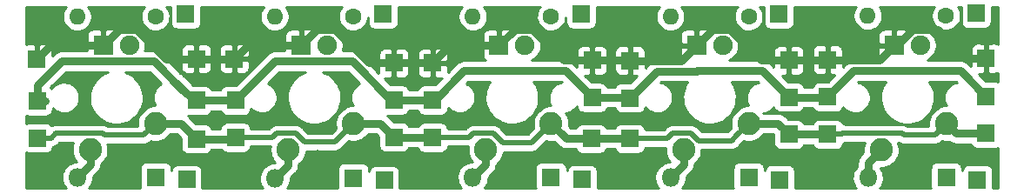
<source format=gbr>
G04 #@! TF.GenerationSoftware,KiCad,Pcbnew,6.0.0-unknown-cbea514~86~ubuntu18.04.1*
G04 #@! TF.CreationDate,2019-06-03T21:41:18+01:00*
G04 #@! TF.ProjectId,keyb,6b657962-2e6b-4696-9361-645f70636258,rev?*
G04 #@! TF.SameCoordinates,Original*
G04 #@! TF.FileFunction,Copper,L1,Top*
G04 #@! TF.FilePolarity,Positive*
%FSLAX46Y46*%
G04 Gerber Fmt 4.6, Leading zero omitted, Abs format (unit mm)*
G04 Created by KiCad (PCBNEW 6.0.0-unknown-cbea514~86~ubuntu18.04.1) date 2019-06-03 21:41:18*
%MOMM*%
%LPD*%
G04 APERTURE LIST*
%ADD10R,1.700000X1.700000*%
%ADD11O,1.800000X1.800000*%
%ADD12R,1.800000X1.800000*%
%ADD13R,1.905000X1.905000*%
%ADD14C,1.905000*%
%ADD15C,2.250000*%
%ADD16O,1.600000X1.600000*%
%ADD17C,1.600000*%
%ADD18C,0.800000*%
%ADD19C,0.800000*%
%ADD20C,0.500000*%
%ADD21C,0.254000*%
G04 APERTURE END LIST*
D10*
X112826800Y-83997800D03*
X98374200Y-92151200D03*
X113766600Y-95707200D03*
X113766600Y-92075000D03*
X113766600Y-88392000D03*
X98348800Y-88519000D03*
X98374200Y-95783400D03*
X112928400Y-100203000D03*
D11*
X102285800Y-99999800D03*
D12*
X109905800Y-99999800D03*
D13*
X104851200Y-87122000D03*
D14*
X107391200Y-87122000D03*
D15*
X109931200Y-94742000D03*
X103581200Y-97282000D03*
D16*
X102260400Y-84251800D03*
D17*
X109880400Y-84251800D03*
D13*
X27863800Y-87122000D03*
D14*
X30403800Y-87122000D03*
D15*
X32943800Y-94742000D03*
X26593800Y-97282000D03*
D10*
X55092600Y-84074000D03*
X56159400Y-88849200D03*
X56159400Y-96062800D03*
X75361800Y-96189800D03*
X74472800Y-100177600D03*
X74371200Y-84074000D03*
X59918600Y-96088200D03*
X59918600Y-92456000D03*
X56159400Y-92456000D03*
X59918600Y-88823800D03*
X40741600Y-92481400D03*
X75438000Y-92202000D03*
X75438000Y-88569800D03*
X94589600Y-92176600D03*
X94589600Y-95783400D03*
X40741600Y-96088200D03*
X21463000Y-96139000D03*
X35890200Y-84074000D03*
X21412200Y-88442800D03*
X21463000Y-92532200D03*
X35991800Y-100177600D03*
X36931600Y-96240600D03*
X36931600Y-88442800D03*
X79121000Y-92252800D03*
X93700600Y-100203000D03*
X79121000Y-96189800D03*
X79121000Y-88620600D03*
X94589600Y-88569800D03*
X93624400Y-84074000D03*
X40614600Y-88442800D03*
X55219600Y-100279200D03*
X36931600Y-92481400D03*
D11*
X44577000Y-100076000D03*
D12*
X52197000Y-100076000D03*
D11*
X63830200Y-99974400D03*
D12*
X71450200Y-99974400D03*
D11*
X83058000Y-99999800D03*
D12*
X90678000Y-99999800D03*
D11*
X25349200Y-99974400D03*
D12*
X32969200Y-99974400D03*
D13*
X66370200Y-87122000D03*
D14*
X68910200Y-87122000D03*
D15*
X71450200Y-94742000D03*
X65100200Y-97282000D03*
D13*
X85598000Y-87122000D03*
D14*
X88138000Y-87122000D03*
D15*
X90678000Y-94742000D03*
X84328000Y-97282000D03*
D13*
X47117000Y-87122000D03*
D14*
X49657000Y-87122000D03*
D15*
X52197000Y-94742000D03*
X45847000Y-97282000D03*
D16*
X63830200Y-84328000D03*
D17*
X71450200Y-84328000D03*
D16*
X83058000Y-84328000D03*
D17*
X90678000Y-84328000D03*
D16*
X44551600Y-84328000D03*
D17*
X52171600Y-84328000D03*
D16*
X25323800Y-84328000D03*
D17*
X32943800Y-84328000D03*
D18*
X111201200Y-97485200D03*
X106705400Y-98018600D03*
X100812600Y-97637600D03*
X102463600Y-94335600D03*
X83464400Y-94259400D03*
X64693800Y-94284800D03*
X44754800Y-94259400D03*
X25933400Y-93599000D03*
X34645600Y-97205800D03*
X53771800Y-97561400D03*
X92532200Y-97510600D03*
X87833200Y-98120200D03*
X81711800Y-97942400D03*
X68554600Y-97942400D03*
X62534800Y-98044000D03*
X48717200Y-97663000D03*
X43281600Y-97942400D03*
X23952200Y-97764600D03*
D19*
X102285800Y-99999800D02*
X102285800Y-98577400D01*
X102285800Y-98577400D02*
X103581200Y-97282000D01*
X94589600Y-88569800D02*
X98298000Y-88569800D01*
X98298000Y-88569800D02*
X98348800Y-88519000D01*
X104851200Y-87122000D02*
X105093498Y-87122000D01*
X106645999Y-85569499D02*
X109126097Y-85569499D01*
X109126097Y-85569499D02*
X111948598Y-88392000D01*
X105093498Y-87122000D02*
X106645999Y-85569499D01*
X112116600Y-88392000D02*
X113766600Y-88392000D01*
X111948598Y-88392000D02*
X112116600Y-88392000D01*
X98348800Y-88519000D02*
X103454200Y-88519000D01*
X103454200Y-88519000D02*
X104851200Y-87122000D01*
X59918600Y-88823800D02*
X61620400Y-87122000D01*
X61620400Y-87122000D02*
X66370200Y-87122000D01*
X75438000Y-88569800D02*
X72655702Y-88569800D01*
X72655702Y-88569800D02*
X69655401Y-85569499D01*
X67922701Y-85569499D02*
X66370200Y-87122000D01*
X69655401Y-85569499D02*
X67922701Y-85569499D01*
X36931600Y-88442800D02*
X34022302Y-88442800D01*
X34022302Y-88442800D02*
X31149001Y-85569499D01*
X31149001Y-85569499D02*
X29416301Y-85569499D01*
X29416301Y-85569499D02*
X27863800Y-87122000D01*
X56159400Y-88849200D02*
X53681902Y-88849200D01*
X53681902Y-88849200D02*
X50402201Y-85569499D01*
X50402201Y-85569499D02*
X48669501Y-85569499D01*
X48669501Y-85569499D02*
X47117000Y-87122000D01*
X79121000Y-88620600D02*
X84099400Y-88620600D01*
X84099400Y-88620600D02*
X85598000Y-87122000D01*
X94589600Y-88569800D02*
X91883502Y-88569800D01*
X88883201Y-85569499D02*
X87150501Y-85569499D01*
X87150501Y-85569499D02*
X85598000Y-87122000D01*
X91883502Y-88569800D02*
X88883201Y-85569499D01*
X75438000Y-88569800D02*
X79070200Y-88569800D01*
X79070200Y-88569800D02*
X79121000Y-88620600D01*
X56159400Y-88849200D02*
X59893200Y-88849200D01*
X59893200Y-88849200D02*
X59918600Y-88823800D01*
X36931600Y-88442800D02*
X40614600Y-88442800D01*
X27863800Y-87122000D02*
X22733000Y-87122000D01*
X22733000Y-87122000D02*
X21412200Y-88442800D01*
X47117000Y-87122000D02*
X41935400Y-87122000D01*
X41935400Y-87122000D02*
X40614600Y-88442800D01*
X94589600Y-92176600D02*
X98348800Y-92176600D01*
X98348800Y-92176600D02*
X98374200Y-92151200D01*
X98374200Y-92151200D02*
X100917301Y-89608099D01*
X100917301Y-89608099D02*
X111299699Y-89608099D01*
X111299699Y-89608099D02*
X113766600Y-92075000D01*
X79121000Y-92252800D02*
X81753190Y-89620610D01*
X85610416Y-89620610D02*
X85622927Y-89608099D01*
X81753190Y-89620610D02*
X85610416Y-89620610D01*
X92021099Y-89608099D02*
X94589600Y-92176600D01*
X85622927Y-89608099D02*
X92021099Y-89608099D01*
X59918600Y-92456000D02*
X60123198Y-92456000D01*
X60123198Y-92456000D02*
X62971099Y-89608099D01*
X62971099Y-89608099D02*
X72844099Y-89608099D01*
X72844099Y-89608099D02*
X75438000Y-92202000D01*
X40741600Y-92481400D02*
X44548499Y-88674501D01*
X44548499Y-88674501D02*
X52092977Y-88674501D01*
X55874476Y-92456000D02*
X56159400Y-92456000D01*
X52092977Y-88674501D02*
X55874476Y-92456000D01*
X35711701Y-91516899D02*
X36676202Y-92481400D01*
X35630697Y-91516899D02*
X35711701Y-91516899D01*
X32788299Y-88674501D02*
X35630697Y-91516899D01*
X21463000Y-91008200D02*
X23796699Y-88674501D01*
X21463000Y-92532200D02*
X21463000Y-91008200D01*
X23796699Y-88674501D02*
X32788299Y-88674501D01*
X21463000Y-92532200D02*
X22200998Y-92532200D01*
X34921801Y-90726999D02*
X36676202Y-92481400D01*
X36676202Y-92481400D02*
X36931600Y-92481400D01*
X75438000Y-92202000D02*
X79070200Y-92202000D01*
X79070200Y-92202000D02*
X79121000Y-92252800D01*
X56159400Y-92456000D02*
X59918600Y-92456000D01*
X36931600Y-92481400D02*
X40741600Y-92481400D01*
X68910200Y-87122000D02*
X68910200Y-86868000D01*
X71450200Y-84328000D02*
X71450200Y-84582000D01*
X90678000Y-84328000D02*
X90678000Y-84582000D01*
X52171600Y-84328000D02*
X52171600Y-84607400D01*
X32943800Y-84328000D02*
X32943800Y-84582000D01*
X55016400Y-100076000D02*
X55219600Y-100279200D01*
X74269600Y-99974400D02*
X74472800Y-100177600D01*
D20*
X99800601Y-95706999D02*
X105588001Y-95706999D01*
X109931200Y-94742000D02*
X108806201Y-95866999D01*
X108806201Y-95866999D02*
X105748001Y-95866999D01*
X105748001Y-95866999D02*
X105588001Y-95706999D01*
X99724200Y-95783400D02*
X99800601Y-95706999D01*
D19*
X94589600Y-95783400D02*
X98374200Y-95783400D01*
X113766600Y-95707200D02*
X110896400Y-95707200D01*
X110896400Y-95707200D02*
X109931200Y-94742000D01*
D20*
X99724200Y-95783400D02*
X98374200Y-95783400D01*
X99724200Y-95783400D02*
X99851200Y-95656400D01*
X27813201Y-95706999D02*
X23245001Y-95706999D01*
X32943800Y-94742000D02*
X31818801Y-95866999D01*
X31818801Y-95866999D02*
X27973201Y-95866999D01*
X27973201Y-95866999D02*
X27813201Y-95706999D01*
X23245001Y-95706999D02*
X22813000Y-96139000D01*
X22813000Y-96139000D02*
X21463000Y-96139000D01*
X85084001Y-95706999D02*
X83236001Y-95706999D01*
X79121000Y-96189800D02*
X82753200Y-96189800D01*
X82753200Y-96189800D02*
X83236001Y-95706999D01*
X44729601Y-95706999D02*
X46603001Y-95706999D01*
X40741600Y-96088200D02*
X44348400Y-96088200D01*
X44348400Y-96088200D02*
X44729601Y-95706999D01*
X65856201Y-95706999D02*
X63855399Y-95706999D01*
X59918600Y-96088200D02*
X63474198Y-96088200D01*
X63474198Y-96088200D02*
X63855399Y-95706999D01*
X46603001Y-95706999D02*
X47422001Y-96525999D01*
X47422001Y-96525999D02*
X50413001Y-96525999D01*
X51072001Y-95866999D02*
X52197000Y-94742000D01*
X50413001Y-96525999D02*
X51072001Y-95866999D01*
X89001600Y-96393000D02*
X85770002Y-96393000D01*
X85770002Y-96393000D02*
X85084001Y-95706999D01*
X89527601Y-95866999D02*
X89001600Y-96393000D01*
X90678000Y-94742000D02*
X89553001Y-95866999D01*
X89553001Y-95866999D02*
X89527601Y-95866999D01*
X66770802Y-96621600D02*
X65856201Y-95706999D01*
X66770802Y-96621600D02*
X69570600Y-96621600D01*
X69570600Y-96621600D02*
X71450200Y-94742000D01*
X66040201Y-95890999D02*
X66770802Y-96621600D01*
D19*
X75361800Y-96189800D02*
X72898000Y-96189800D01*
X72898000Y-96189800D02*
X71450200Y-94742000D01*
X75361800Y-96189800D02*
X79121000Y-96189800D01*
X56159400Y-96062800D02*
X59893200Y-96062800D01*
X59893200Y-96062800D02*
X59918600Y-96088200D01*
X36931600Y-96240600D02*
X40589200Y-96240600D01*
X40589200Y-96240600D02*
X40741600Y-96088200D01*
X32943800Y-94742000D02*
X35433000Y-94742000D01*
X35433000Y-94742000D02*
X36931600Y-96240600D01*
X90678000Y-94742000D02*
X93548200Y-94742000D01*
X93548200Y-94742000D02*
X94589600Y-95783400D01*
X52197000Y-94742000D02*
X54838600Y-94742000D01*
X54838600Y-94742000D02*
X56159400Y-96062800D01*
X45847000Y-97282000D02*
X45847000Y-98806000D01*
X45847000Y-98806000D02*
X44577000Y-100076000D01*
X65100200Y-97282000D02*
X65100200Y-98704400D01*
X65100200Y-98704400D02*
X63830200Y-99974400D01*
X26593800Y-97282000D02*
X26593800Y-98729800D01*
X26593800Y-98729800D02*
X25349200Y-99974400D01*
X84328000Y-98729800D02*
X83058000Y-99999800D01*
X84328000Y-97282000D02*
X84328000Y-98729800D01*
D21*
G36*
X109600484Y-96475673D02*
G01*
X109860370Y-96505513D01*
X110121812Y-96496612D01*
X110207520Y-96480804D01*
X110235197Y-96503539D01*
X110308830Y-96565324D01*
X110313625Y-96567960D01*
X110317848Y-96571429D01*
X110402468Y-96616801D01*
X110486698Y-96663107D01*
X110491914Y-96664761D01*
X110496730Y-96667344D01*
X110588551Y-96695417D01*
X110680170Y-96724480D01*
X110685415Y-96725031D01*
X110690834Y-96726688D01*
X110892769Y-96747201D01*
X110945673Y-96742200D01*
X112305854Y-96742200D01*
X112307879Y-96754985D01*
X112376190Y-96900154D01*
X112478458Y-97023774D01*
X112608255Y-97118077D01*
X112757427Y-97177139D01*
X112916600Y-97197247D01*
X114616600Y-97197247D01*
X114814385Y-97165921D01*
X114954292Y-97100086D01*
X114959548Y-101015800D01*
X114418447Y-101015800D01*
X114418447Y-99353000D01*
X114387121Y-99155215D01*
X114318810Y-99010046D01*
X114216542Y-98886426D01*
X114086745Y-98792123D01*
X113937573Y-98733061D01*
X113778400Y-98712953D01*
X112078400Y-98712953D01*
X111880615Y-98744279D01*
X111735446Y-98812590D01*
X111611826Y-98914858D01*
X111517523Y-99044655D01*
X111458461Y-99193827D01*
X111445847Y-99293678D01*
X111445847Y-99099800D01*
X111414521Y-98902015D01*
X111346210Y-98756846D01*
X111243942Y-98633226D01*
X111114145Y-98538923D01*
X110964973Y-98479861D01*
X110805800Y-98459753D01*
X109005800Y-98459753D01*
X108808015Y-98491079D01*
X108662846Y-98559390D01*
X108539226Y-98661658D01*
X108444923Y-98791455D01*
X108385861Y-98940627D01*
X108365753Y-99099800D01*
X108365753Y-100899800D01*
X108384126Y-101015800D01*
X103437744Y-101015800D01*
X103550364Y-100878695D01*
X103674616Y-100665209D01*
X103763137Y-100434604D01*
X103813650Y-100192812D01*
X103824855Y-99946055D01*
X103796464Y-99700680D01*
X103729208Y-99463001D01*
X103624816Y-99239133D01*
X103491781Y-99043379D01*
X103510370Y-99045513D01*
X103771812Y-99036612D01*
X104029066Y-98989165D01*
X104276482Y-98904214D01*
X104508623Y-98783626D01*
X104720391Y-98630050D01*
X104907132Y-98446860D01*
X105064745Y-98238080D01*
X105189768Y-98008296D01*
X105279452Y-97762557D01*
X105331829Y-97506261D01*
X105341395Y-97152739D01*
X105302955Y-96893986D01*
X105226691Y-96643756D01*
X105202059Y-96591999D01*
X105233740Y-96591999D01*
X105245186Y-96598608D01*
X105263341Y-96613309D01*
X105325560Y-96645011D01*
X105386057Y-96679939D01*
X105408283Y-96687161D01*
X105429099Y-96697767D01*
X105496554Y-96715842D01*
X105562986Y-96737427D01*
X105586225Y-96739870D01*
X105608794Y-96745917D01*
X105678536Y-96749572D01*
X105701628Y-96751999D01*
X105724849Y-96751999D01*
X105794573Y-96755653D01*
X105817643Y-96751999D01*
X108736559Y-96751999D01*
X108759629Y-96755653D01*
X108829353Y-96751999D01*
X108852574Y-96751999D01*
X108875666Y-96749572D01*
X108945407Y-96745917D01*
X108967976Y-96739870D01*
X108991216Y-96737427D01*
X109057650Y-96715841D01*
X109125103Y-96697767D01*
X109145919Y-96687161D01*
X109168145Y-96679939D01*
X109228642Y-96645011D01*
X109290861Y-96613309D01*
X109309016Y-96598608D01*
X109329256Y-96586922D01*
X109381168Y-96540180D01*
X109399199Y-96525579D01*
X109415606Y-96509172D01*
X109467506Y-96462441D01*
X109481196Y-96443598D01*
X109600484Y-96475673D01*
X109600484Y-96475673D01*
G37*
X109600484Y-96475673D02*
X109860370Y-96505513D01*
X110121812Y-96496612D01*
X110207520Y-96480804D01*
X110235197Y-96503539D01*
X110308830Y-96565324D01*
X110313625Y-96567960D01*
X110317848Y-96571429D01*
X110402468Y-96616801D01*
X110486698Y-96663107D01*
X110491914Y-96664761D01*
X110496730Y-96667344D01*
X110588551Y-96695417D01*
X110680170Y-96724480D01*
X110685415Y-96725031D01*
X110690834Y-96726688D01*
X110892769Y-96747201D01*
X110945673Y-96742200D01*
X112305854Y-96742200D01*
X112307879Y-96754985D01*
X112376190Y-96900154D01*
X112478458Y-97023774D01*
X112608255Y-97118077D01*
X112757427Y-97177139D01*
X112916600Y-97197247D01*
X114616600Y-97197247D01*
X114814385Y-97165921D01*
X114954292Y-97100086D01*
X114959548Y-101015800D01*
X114418447Y-101015800D01*
X114418447Y-99353000D01*
X114387121Y-99155215D01*
X114318810Y-99010046D01*
X114216542Y-98886426D01*
X114086745Y-98792123D01*
X113937573Y-98733061D01*
X113778400Y-98712953D01*
X112078400Y-98712953D01*
X111880615Y-98744279D01*
X111735446Y-98812590D01*
X111611826Y-98914858D01*
X111517523Y-99044655D01*
X111458461Y-99193827D01*
X111445847Y-99293678D01*
X111445847Y-99099800D01*
X111414521Y-98902015D01*
X111346210Y-98756846D01*
X111243942Y-98633226D01*
X111114145Y-98538923D01*
X110964973Y-98479861D01*
X110805800Y-98459753D01*
X109005800Y-98459753D01*
X108808015Y-98491079D01*
X108662846Y-98559390D01*
X108539226Y-98661658D01*
X108444923Y-98791455D01*
X108385861Y-98940627D01*
X108365753Y-99099800D01*
X108365753Y-100899800D01*
X108384126Y-101015800D01*
X103437744Y-101015800D01*
X103550364Y-100878695D01*
X103674616Y-100665209D01*
X103763137Y-100434604D01*
X103813650Y-100192812D01*
X103824855Y-99946055D01*
X103796464Y-99700680D01*
X103729208Y-99463001D01*
X103624816Y-99239133D01*
X103491781Y-99043379D01*
X103510370Y-99045513D01*
X103771812Y-99036612D01*
X104029066Y-98989165D01*
X104276482Y-98904214D01*
X104508623Y-98783626D01*
X104720391Y-98630050D01*
X104907132Y-98446860D01*
X105064745Y-98238080D01*
X105189768Y-98008296D01*
X105279452Y-97762557D01*
X105331829Y-97506261D01*
X105341395Y-97152739D01*
X105302955Y-96893986D01*
X105226691Y-96643756D01*
X105202059Y-96591999D01*
X105233740Y-96591999D01*
X105245186Y-96598608D01*
X105263341Y-96613309D01*
X105325560Y-96645011D01*
X105386057Y-96679939D01*
X105408283Y-96687161D01*
X105429099Y-96697767D01*
X105496554Y-96715842D01*
X105562986Y-96737427D01*
X105586225Y-96739870D01*
X105608794Y-96745917D01*
X105678536Y-96749572D01*
X105701628Y-96751999D01*
X105724849Y-96751999D01*
X105794573Y-96755653D01*
X105817643Y-96751999D01*
X108736559Y-96751999D01*
X108759629Y-96755653D01*
X108829353Y-96751999D01*
X108852574Y-96751999D01*
X108875666Y-96749572D01*
X108945407Y-96745917D01*
X108967976Y-96739870D01*
X108991216Y-96737427D01*
X109057650Y-96715841D01*
X109125103Y-96697767D01*
X109145919Y-96687161D01*
X109168145Y-96679939D01*
X109228642Y-96645011D01*
X109290861Y-96613309D01*
X109309016Y-96598608D01*
X109329256Y-96586922D01*
X109381168Y-96540180D01*
X109399199Y-96525579D01*
X109415606Y-96509172D01*
X109467506Y-96462441D01*
X109481196Y-96443598D01*
X109600484Y-96475673D01*
G36*
X71119484Y-96475673D02*
G01*
X71379370Y-96505513D01*
X71640812Y-96496612D01*
X71725485Y-96480995D01*
X72126221Y-96881732D01*
X72154943Y-96917455D01*
X72198454Y-96953965D01*
X72202252Y-96957763D01*
X72236797Y-96986139D01*
X72310430Y-97047924D01*
X72315225Y-97050560D01*
X72319448Y-97054029D01*
X72404068Y-97099401D01*
X72488298Y-97145707D01*
X72493514Y-97147361D01*
X72498330Y-97149944D01*
X72590151Y-97178017D01*
X72681770Y-97207080D01*
X72687015Y-97207631D01*
X72692434Y-97209288D01*
X72894369Y-97229801D01*
X72947273Y-97224800D01*
X73901054Y-97224800D01*
X73903079Y-97237585D01*
X73971390Y-97382754D01*
X74073658Y-97506374D01*
X74203455Y-97600677D01*
X74352627Y-97659739D01*
X74511800Y-97679847D01*
X76211800Y-97679847D01*
X76409585Y-97648521D01*
X76554754Y-97580210D01*
X76678374Y-97477942D01*
X76772677Y-97348145D01*
X76821513Y-97224800D01*
X77660254Y-97224800D01*
X77662279Y-97237585D01*
X77730590Y-97382754D01*
X77832858Y-97506374D01*
X77962655Y-97600677D01*
X78111827Y-97659739D01*
X78271000Y-97679847D01*
X79971000Y-97679847D01*
X80168785Y-97648521D01*
X80313954Y-97580210D01*
X80437574Y-97477942D01*
X80531877Y-97348145D01*
X80590939Y-97198973D01*
X80606626Y-97074800D01*
X82577212Y-97074800D01*
X82572100Y-97103642D01*
X82565024Y-97365140D01*
X82596678Y-97624811D01*
X82666366Y-97876951D01*
X82772557Y-98116021D01*
X82912918Y-98336770D01*
X83024017Y-98464800D01*
X82995943Y-98464800D01*
X82811784Y-98479617D01*
X82571903Y-98538538D01*
X82344527Y-98635053D01*
X82135508Y-98766679D01*
X81950222Y-98930031D01*
X81793436Y-99120905D01*
X81669184Y-99334391D01*
X81580663Y-99564996D01*
X81530150Y-99806788D01*
X81518945Y-100053545D01*
X81547336Y-100298920D01*
X81614592Y-100536599D01*
X81718984Y-100760467D01*
X81857825Y-100964765D01*
X81906086Y-101015800D01*
X75962847Y-101015800D01*
X75962847Y-99327600D01*
X75931521Y-99129815D01*
X75863210Y-98984646D01*
X75760942Y-98861026D01*
X75631145Y-98766723D01*
X75481973Y-98707661D01*
X75322800Y-98687553D01*
X73622800Y-98687553D01*
X73425015Y-98718879D01*
X73279846Y-98787190D01*
X73156226Y-98889458D01*
X73061923Y-99019255D01*
X73002861Y-99168427D01*
X72990247Y-99268278D01*
X72990247Y-99074400D01*
X72958921Y-98876615D01*
X72890610Y-98731446D01*
X72788342Y-98607826D01*
X72658545Y-98513523D01*
X72509373Y-98454461D01*
X72350200Y-98434353D01*
X70550200Y-98434353D01*
X70352415Y-98465679D01*
X70207246Y-98533990D01*
X70083626Y-98636258D01*
X69989323Y-98766055D01*
X69930261Y-98915227D01*
X69910153Y-99074400D01*
X69910153Y-100874400D01*
X69932549Y-101015800D01*
X64961281Y-101015800D01*
X65094764Y-100853295D01*
X65219016Y-100639809D01*
X65307537Y-100409204D01*
X65358050Y-100167412D01*
X65369255Y-99920655D01*
X65367015Y-99901296D01*
X65792132Y-99476179D01*
X65827855Y-99447457D01*
X65864365Y-99403946D01*
X65868163Y-99400148D01*
X65896539Y-99365603D01*
X65958324Y-99291970D01*
X65960960Y-99287175D01*
X65964429Y-99282952D01*
X66009801Y-99198332D01*
X66056107Y-99114102D01*
X66057761Y-99108886D01*
X66060344Y-99104070D01*
X66088417Y-99012249D01*
X66117480Y-98920630D01*
X66118031Y-98915385D01*
X66119688Y-98909966D01*
X66140201Y-98708031D01*
X66139666Y-98702371D01*
X66239391Y-98630050D01*
X66426132Y-98446860D01*
X66583745Y-98238080D01*
X66708768Y-98008296D01*
X66798452Y-97762557D01*
X66850760Y-97506600D01*
X69500958Y-97506600D01*
X69524028Y-97510254D01*
X69593752Y-97506600D01*
X69616973Y-97506600D01*
X69640065Y-97504173D01*
X69709806Y-97500518D01*
X69732375Y-97494471D01*
X69755615Y-97492028D01*
X69822049Y-97470442D01*
X69889502Y-97452368D01*
X69910318Y-97441762D01*
X69932544Y-97434540D01*
X69993041Y-97399612D01*
X70055260Y-97367910D01*
X70073415Y-97353209D01*
X70093655Y-97341523D01*
X70145567Y-97294781D01*
X70163598Y-97280180D01*
X70180005Y-97263773D01*
X70231905Y-97217042D01*
X70245638Y-97198140D01*
X71000184Y-96443595D01*
X71119484Y-96475673D01*
X71119484Y-96475673D01*
G37*
X71119484Y-96475673D02*
X71379370Y-96505513D01*
X71640812Y-96496612D01*
X71725485Y-96480995D01*
X72126221Y-96881732D01*
X72154943Y-96917455D01*
X72198454Y-96953965D01*
X72202252Y-96957763D01*
X72236797Y-96986139D01*
X72310430Y-97047924D01*
X72315225Y-97050560D01*
X72319448Y-97054029D01*
X72404068Y-97099401D01*
X72488298Y-97145707D01*
X72493514Y-97147361D01*
X72498330Y-97149944D01*
X72590151Y-97178017D01*
X72681770Y-97207080D01*
X72687015Y-97207631D01*
X72692434Y-97209288D01*
X72894369Y-97229801D01*
X72947273Y-97224800D01*
X73901054Y-97224800D01*
X73903079Y-97237585D01*
X73971390Y-97382754D01*
X74073658Y-97506374D01*
X74203455Y-97600677D01*
X74352627Y-97659739D01*
X74511800Y-97679847D01*
X76211800Y-97679847D01*
X76409585Y-97648521D01*
X76554754Y-97580210D01*
X76678374Y-97477942D01*
X76772677Y-97348145D01*
X76821513Y-97224800D01*
X77660254Y-97224800D01*
X77662279Y-97237585D01*
X77730590Y-97382754D01*
X77832858Y-97506374D01*
X77962655Y-97600677D01*
X78111827Y-97659739D01*
X78271000Y-97679847D01*
X79971000Y-97679847D01*
X80168785Y-97648521D01*
X80313954Y-97580210D01*
X80437574Y-97477942D01*
X80531877Y-97348145D01*
X80590939Y-97198973D01*
X80606626Y-97074800D01*
X82577212Y-97074800D01*
X82572100Y-97103642D01*
X82565024Y-97365140D01*
X82596678Y-97624811D01*
X82666366Y-97876951D01*
X82772557Y-98116021D01*
X82912918Y-98336770D01*
X83024017Y-98464800D01*
X82995943Y-98464800D01*
X82811784Y-98479617D01*
X82571903Y-98538538D01*
X82344527Y-98635053D01*
X82135508Y-98766679D01*
X81950222Y-98930031D01*
X81793436Y-99120905D01*
X81669184Y-99334391D01*
X81580663Y-99564996D01*
X81530150Y-99806788D01*
X81518945Y-100053545D01*
X81547336Y-100298920D01*
X81614592Y-100536599D01*
X81718984Y-100760467D01*
X81857825Y-100964765D01*
X81906086Y-101015800D01*
X75962847Y-101015800D01*
X75962847Y-99327600D01*
X75931521Y-99129815D01*
X75863210Y-98984646D01*
X75760942Y-98861026D01*
X75631145Y-98766723D01*
X75481973Y-98707661D01*
X75322800Y-98687553D01*
X73622800Y-98687553D01*
X73425015Y-98718879D01*
X73279846Y-98787190D01*
X73156226Y-98889458D01*
X73061923Y-99019255D01*
X73002861Y-99168427D01*
X72990247Y-99268278D01*
X72990247Y-99074400D01*
X72958921Y-98876615D01*
X72890610Y-98731446D01*
X72788342Y-98607826D01*
X72658545Y-98513523D01*
X72509373Y-98454461D01*
X72350200Y-98434353D01*
X70550200Y-98434353D01*
X70352415Y-98465679D01*
X70207246Y-98533990D01*
X70083626Y-98636258D01*
X69989323Y-98766055D01*
X69930261Y-98915227D01*
X69910153Y-99074400D01*
X69910153Y-100874400D01*
X69932549Y-101015800D01*
X64961281Y-101015800D01*
X65094764Y-100853295D01*
X65219016Y-100639809D01*
X65307537Y-100409204D01*
X65358050Y-100167412D01*
X65369255Y-99920655D01*
X65367015Y-99901296D01*
X65792132Y-99476179D01*
X65827855Y-99447457D01*
X65864365Y-99403946D01*
X65868163Y-99400148D01*
X65896539Y-99365603D01*
X65958324Y-99291970D01*
X65960960Y-99287175D01*
X65964429Y-99282952D01*
X66009801Y-99198332D01*
X66056107Y-99114102D01*
X66057761Y-99108886D01*
X66060344Y-99104070D01*
X66088417Y-99012249D01*
X66117480Y-98920630D01*
X66118031Y-98915385D01*
X66119688Y-98909966D01*
X66140201Y-98708031D01*
X66139666Y-98702371D01*
X66239391Y-98630050D01*
X66426132Y-98446860D01*
X66583745Y-98238080D01*
X66708768Y-98008296D01*
X66798452Y-97762557D01*
X66850760Y-97506600D01*
X69500958Y-97506600D01*
X69524028Y-97510254D01*
X69593752Y-97506600D01*
X69616973Y-97506600D01*
X69640065Y-97504173D01*
X69709806Y-97500518D01*
X69732375Y-97494471D01*
X69755615Y-97492028D01*
X69822049Y-97470442D01*
X69889502Y-97452368D01*
X69910318Y-97441762D01*
X69932544Y-97434540D01*
X69993041Y-97399612D01*
X70055260Y-97367910D01*
X70073415Y-97353209D01*
X70093655Y-97341523D01*
X70145567Y-97294781D01*
X70163598Y-97280180D01*
X70180005Y-97263773D01*
X70231905Y-97217042D01*
X70245638Y-97198140D01*
X71000184Y-96443595D01*
X71119484Y-96475673D01*
G36*
X93099553Y-96633400D02*
G01*
X93130879Y-96831185D01*
X93199190Y-96976354D01*
X93301458Y-97099974D01*
X93431255Y-97194277D01*
X93580427Y-97253339D01*
X93739600Y-97273447D01*
X95439600Y-97273447D01*
X95637385Y-97242121D01*
X95782554Y-97173810D01*
X95906174Y-97071542D01*
X96000477Y-96941745D01*
X96049313Y-96818400D01*
X96913454Y-96818400D01*
X96915479Y-96831185D01*
X96983790Y-96976354D01*
X97086058Y-97099974D01*
X97215855Y-97194277D01*
X97365027Y-97253339D01*
X97524200Y-97273447D01*
X99224200Y-97273447D01*
X99421985Y-97242121D01*
X99567154Y-97173810D01*
X99690774Y-97071542D01*
X99785077Y-96941745D01*
X99844139Y-96792573D01*
X99860575Y-96662466D01*
X99863406Y-96662318D01*
X99885975Y-96656271D01*
X99909215Y-96653828D01*
X99975649Y-96632242D01*
X100043102Y-96614168D01*
X100063918Y-96603562D01*
X100086144Y-96596340D01*
X100093663Y-96591999D01*
X101957266Y-96591999D01*
X101954171Y-96598060D01*
X101870950Y-96846063D01*
X101825300Y-97103642D01*
X101818224Y-97365140D01*
X101841707Y-97557783D01*
X101593869Y-97805621D01*
X101558146Y-97834343D01*
X101521636Y-97877854D01*
X101517837Y-97881653D01*
X101489454Y-97916207D01*
X101427677Y-97989830D01*
X101425042Y-97994624D01*
X101421571Y-97998849D01*
X101376181Y-98083502D01*
X101329894Y-98167698D01*
X101328240Y-98172911D01*
X101325656Y-98177731D01*
X101297565Y-98269612D01*
X101268521Y-98361170D01*
X101267970Y-98366412D01*
X101266312Y-98371835D01*
X101245799Y-98573770D01*
X101250801Y-98626683D01*
X101250801Y-98865868D01*
X101178022Y-98930031D01*
X101021236Y-99120905D01*
X100896984Y-99334391D01*
X100808463Y-99564996D01*
X100757950Y-99806788D01*
X100746745Y-100053545D01*
X100775136Y-100298920D01*
X100842392Y-100536599D01*
X100946784Y-100760467D01*
X101085625Y-100964765D01*
X101133886Y-101015800D01*
X95190647Y-101015800D01*
X95190647Y-99353000D01*
X95159321Y-99155215D01*
X95091010Y-99010046D01*
X94988742Y-98886426D01*
X94858945Y-98792123D01*
X94709773Y-98733061D01*
X94550600Y-98712953D01*
X92850600Y-98712953D01*
X92652815Y-98744279D01*
X92507646Y-98812590D01*
X92384026Y-98914858D01*
X92289723Y-99044655D01*
X92230661Y-99193827D01*
X92218047Y-99293678D01*
X92218047Y-99099800D01*
X92186721Y-98902015D01*
X92118410Y-98756846D01*
X92016142Y-98633226D01*
X91886345Y-98538923D01*
X91737173Y-98479861D01*
X91578000Y-98459753D01*
X89778000Y-98459753D01*
X89580215Y-98491079D01*
X89435046Y-98559390D01*
X89311426Y-98661658D01*
X89217123Y-98791455D01*
X89158061Y-98940627D01*
X89137953Y-99099800D01*
X89137953Y-100899800D01*
X89156326Y-101015800D01*
X84209944Y-101015800D01*
X84322564Y-100878695D01*
X84446816Y-100665209D01*
X84535337Y-100434604D01*
X84585850Y-100192812D01*
X84597055Y-99946055D01*
X84594815Y-99926696D01*
X85019932Y-99501579D01*
X85055655Y-99472857D01*
X85092165Y-99429346D01*
X85095963Y-99425548D01*
X85124339Y-99391003D01*
X85186124Y-99317370D01*
X85188760Y-99312575D01*
X85192229Y-99308352D01*
X85237601Y-99223732D01*
X85283907Y-99139502D01*
X85285561Y-99134286D01*
X85288144Y-99129470D01*
X85316217Y-99037649D01*
X85345280Y-98946030D01*
X85345831Y-98940785D01*
X85347488Y-98935366D01*
X85368001Y-98733431D01*
X85365219Y-98704001D01*
X85467191Y-98630050D01*
X85653932Y-98446860D01*
X85811545Y-98238080D01*
X85936568Y-98008296D01*
X86026252Y-97762557D01*
X86078629Y-97506261D01*
X86084806Y-97278000D01*
X88931958Y-97278000D01*
X88955028Y-97281654D01*
X89024752Y-97278000D01*
X89047973Y-97278000D01*
X89071065Y-97275573D01*
X89140806Y-97271918D01*
X89163375Y-97265871D01*
X89186615Y-97263428D01*
X89253049Y-97241842D01*
X89320502Y-97223768D01*
X89341318Y-97213162D01*
X89363544Y-97205940D01*
X89424041Y-97171012D01*
X89486260Y-97139310D01*
X89504415Y-97124609D01*
X89524655Y-97112923D01*
X89576567Y-97066181D01*
X89594598Y-97051580D01*
X89611005Y-97035173D01*
X89662905Y-96988442D01*
X89676638Y-96969540D01*
X90027891Y-96618287D01*
X90037661Y-96613309D01*
X90055816Y-96598608D01*
X90076056Y-96586922D01*
X90127968Y-96540180D01*
X90145999Y-96525579D01*
X90162406Y-96509172D01*
X90214306Y-96462441D01*
X90227996Y-96443598D01*
X90347284Y-96475673D01*
X90607170Y-96505513D01*
X90868612Y-96496612D01*
X91125866Y-96449165D01*
X91373282Y-96364214D01*
X91605423Y-96243626D01*
X91817191Y-96090050D01*
X92003932Y-95906860D01*
X92101966Y-95777000D01*
X93099553Y-95777000D01*
X93099553Y-96633400D01*
X93099553Y-96633400D01*
G37*
X93099553Y-96633400D02*
X93130879Y-96831185D01*
X93199190Y-96976354D01*
X93301458Y-97099974D01*
X93431255Y-97194277D01*
X93580427Y-97253339D01*
X93739600Y-97273447D01*
X95439600Y-97273447D01*
X95637385Y-97242121D01*
X95782554Y-97173810D01*
X95906174Y-97071542D01*
X96000477Y-96941745D01*
X96049313Y-96818400D01*
X96913454Y-96818400D01*
X96915479Y-96831185D01*
X96983790Y-96976354D01*
X97086058Y-97099974D01*
X97215855Y-97194277D01*
X97365027Y-97253339D01*
X97524200Y-97273447D01*
X99224200Y-97273447D01*
X99421985Y-97242121D01*
X99567154Y-97173810D01*
X99690774Y-97071542D01*
X99785077Y-96941745D01*
X99844139Y-96792573D01*
X99860575Y-96662466D01*
X99863406Y-96662318D01*
X99885975Y-96656271D01*
X99909215Y-96653828D01*
X99975649Y-96632242D01*
X100043102Y-96614168D01*
X100063918Y-96603562D01*
X100086144Y-96596340D01*
X100093663Y-96591999D01*
X101957266Y-96591999D01*
X101954171Y-96598060D01*
X101870950Y-96846063D01*
X101825300Y-97103642D01*
X101818224Y-97365140D01*
X101841707Y-97557783D01*
X101593869Y-97805621D01*
X101558146Y-97834343D01*
X101521636Y-97877854D01*
X101517837Y-97881653D01*
X101489454Y-97916207D01*
X101427677Y-97989830D01*
X101425042Y-97994624D01*
X101421571Y-97998849D01*
X101376181Y-98083502D01*
X101329894Y-98167698D01*
X101328240Y-98172911D01*
X101325656Y-98177731D01*
X101297565Y-98269612D01*
X101268521Y-98361170D01*
X101267970Y-98366412D01*
X101266312Y-98371835D01*
X101245799Y-98573770D01*
X101250801Y-98626683D01*
X101250801Y-98865868D01*
X101178022Y-98930031D01*
X101021236Y-99120905D01*
X100896984Y-99334391D01*
X100808463Y-99564996D01*
X100757950Y-99806788D01*
X100746745Y-100053545D01*
X100775136Y-100298920D01*
X100842392Y-100536599D01*
X100946784Y-100760467D01*
X101085625Y-100964765D01*
X101133886Y-101015800D01*
X95190647Y-101015800D01*
X95190647Y-99353000D01*
X95159321Y-99155215D01*
X95091010Y-99010046D01*
X94988742Y-98886426D01*
X94858945Y-98792123D01*
X94709773Y-98733061D01*
X94550600Y-98712953D01*
X92850600Y-98712953D01*
X92652815Y-98744279D01*
X92507646Y-98812590D01*
X92384026Y-98914858D01*
X92289723Y-99044655D01*
X92230661Y-99193827D01*
X92218047Y-99293678D01*
X92218047Y-99099800D01*
X92186721Y-98902015D01*
X92118410Y-98756846D01*
X92016142Y-98633226D01*
X91886345Y-98538923D01*
X91737173Y-98479861D01*
X91578000Y-98459753D01*
X89778000Y-98459753D01*
X89580215Y-98491079D01*
X89435046Y-98559390D01*
X89311426Y-98661658D01*
X89217123Y-98791455D01*
X89158061Y-98940627D01*
X89137953Y-99099800D01*
X89137953Y-100899800D01*
X89156326Y-101015800D01*
X84209944Y-101015800D01*
X84322564Y-100878695D01*
X84446816Y-100665209D01*
X84535337Y-100434604D01*
X84585850Y-100192812D01*
X84597055Y-99946055D01*
X84594815Y-99926696D01*
X85019932Y-99501579D01*
X85055655Y-99472857D01*
X85092165Y-99429346D01*
X85095963Y-99425548D01*
X85124339Y-99391003D01*
X85186124Y-99317370D01*
X85188760Y-99312575D01*
X85192229Y-99308352D01*
X85237601Y-99223732D01*
X85283907Y-99139502D01*
X85285561Y-99134286D01*
X85288144Y-99129470D01*
X85316217Y-99037649D01*
X85345280Y-98946030D01*
X85345831Y-98940785D01*
X85347488Y-98935366D01*
X85368001Y-98733431D01*
X85365219Y-98704001D01*
X85467191Y-98630050D01*
X85653932Y-98446860D01*
X85811545Y-98238080D01*
X85936568Y-98008296D01*
X86026252Y-97762557D01*
X86078629Y-97506261D01*
X86084806Y-97278000D01*
X88931958Y-97278000D01*
X88955028Y-97281654D01*
X89024752Y-97278000D01*
X89047973Y-97278000D01*
X89071065Y-97275573D01*
X89140806Y-97271918D01*
X89163375Y-97265871D01*
X89186615Y-97263428D01*
X89253049Y-97241842D01*
X89320502Y-97223768D01*
X89341318Y-97213162D01*
X89363544Y-97205940D01*
X89424041Y-97171012D01*
X89486260Y-97139310D01*
X89504415Y-97124609D01*
X89524655Y-97112923D01*
X89576567Y-97066181D01*
X89594598Y-97051580D01*
X89611005Y-97035173D01*
X89662905Y-96988442D01*
X89676638Y-96969540D01*
X90027891Y-96618287D01*
X90037661Y-96613309D01*
X90055816Y-96598608D01*
X90076056Y-96586922D01*
X90127968Y-96540180D01*
X90145999Y-96525579D01*
X90162406Y-96509172D01*
X90214306Y-96462441D01*
X90227996Y-96443598D01*
X90347284Y-96475673D01*
X90607170Y-96505513D01*
X90868612Y-96496612D01*
X91125866Y-96449165D01*
X91373282Y-96364214D01*
X91605423Y-96243626D01*
X91817191Y-96090050D01*
X92003932Y-95906860D01*
X92101966Y-95777000D01*
X93099553Y-95777000D01*
X93099553Y-96633400D01*
G36*
X35441553Y-96214263D02*
G01*
X35441553Y-97090600D01*
X35472879Y-97288385D01*
X35541190Y-97433554D01*
X35643458Y-97557174D01*
X35773255Y-97651477D01*
X35922427Y-97710539D01*
X36081600Y-97730647D01*
X37781600Y-97730647D01*
X37979385Y-97699321D01*
X38124554Y-97631010D01*
X38248174Y-97528742D01*
X38342477Y-97398945D01*
X38391313Y-97275600D01*
X39348576Y-97275600D01*
X39351190Y-97281154D01*
X39453458Y-97404774D01*
X39583255Y-97499077D01*
X39732427Y-97558139D01*
X39891600Y-97578247D01*
X41591600Y-97578247D01*
X41789385Y-97546921D01*
X41934554Y-97478610D01*
X42058174Y-97376342D01*
X42152477Y-97246545D01*
X42211539Y-97097373D01*
X42227226Y-96973200D01*
X44114218Y-96973200D01*
X44091100Y-97103642D01*
X44084024Y-97365140D01*
X44115678Y-97624811D01*
X44185366Y-97876951D01*
X44291557Y-98116021D01*
X44431918Y-98336770D01*
X44603366Y-98534346D01*
X44611143Y-98541000D01*
X44514943Y-98541000D01*
X44330784Y-98555817D01*
X44090903Y-98614738D01*
X43863527Y-98711253D01*
X43654508Y-98842879D01*
X43469222Y-99006231D01*
X43312436Y-99197105D01*
X43188184Y-99410591D01*
X43099663Y-99641196D01*
X43049150Y-99882988D01*
X43037945Y-100129745D01*
X43066336Y-100375120D01*
X43133592Y-100612799D01*
X43237984Y-100836667D01*
X43359723Y-101015800D01*
X37481847Y-101015800D01*
X37481847Y-99327600D01*
X37450521Y-99129815D01*
X37382210Y-98984646D01*
X37279942Y-98861026D01*
X37150145Y-98766723D01*
X37000973Y-98707661D01*
X36841800Y-98687553D01*
X35141800Y-98687553D01*
X34944015Y-98718879D01*
X34798846Y-98787190D01*
X34675226Y-98889458D01*
X34580923Y-99019255D01*
X34521861Y-99168427D01*
X34509247Y-99268278D01*
X34509247Y-99074400D01*
X34477921Y-98876615D01*
X34409610Y-98731446D01*
X34307342Y-98607826D01*
X34177545Y-98513523D01*
X34028373Y-98454461D01*
X33869200Y-98434353D01*
X32069200Y-98434353D01*
X31871415Y-98465679D01*
X31726246Y-98533990D01*
X31602626Y-98636258D01*
X31508323Y-98766055D01*
X31449261Y-98915227D01*
X31429153Y-99074400D01*
X31429153Y-100874400D01*
X31451549Y-101015800D01*
X26480281Y-101015800D01*
X26613764Y-100853295D01*
X26738016Y-100639809D01*
X26826537Y-100409204D01*
X26877050Y-100167412D01*
X26888255Y-99920655D01*
X26886015Y-99901296D01*
X27285732Y-99501579D01*
X27321455Y-99472857D01*
X27357965Y-99429346D01*
X27361763Y-99425548D01*
X27390139Y-99391003D01*
X27451924Y-99317370D01*
X27454560Y-99312575D01*
X27458029Y-99308352D01*
X27503401Y-99223732D01*
X27549707Y-99139502D01*
X27551361Y-99134286D01*
X27553944Y-99129470D01*
X27582017Y-99037649D01*
X27611080Y-98946030D01*
X27611631Y-98940785D01*
X27613288Y-98935366D01*
X27633801Y-98733431D01*
X27631019Y-98704001D01*
X27732991Y-98630050D01*
X27919732Y-98446860D01*
X28077345Y-98238080D01*
X28202368Y-98008296D01*
X28292052Y-97762557D01*
X28344429Y-97506261D01*
X28353995Y-97152739D01*
X28315555Y-96893986D01*
X28272281Y-96751999D01*
X31749159Y-96751999D01*
X31772229Y-96755653D01*
X31841953Y-96751999D01*
X31865174Y-96751999D01*
X31888266Y-96749572D01*
X31958007Y-96745917D01*
X31980576Y-96739870D01*
X32003816Y-96737427D01*
X32070250Y-96715841D01*
X32137703Y-96697767D01*
X32158519Y-96687161D01*
X32180745Y-96679939D01*
X32241242Y-96645011D01*
X32303461Y-96613309D01*
X32321616Y-96598608D01*
X32341856Y-96586922D01*
X32393768Y-96540180D01*
X32411799Y-96525579D01*
X32428206Y-96509172D01*
X32480106Y-96462441D01*
X32493796Y-96443598D01*
X32613084Y-96475673D01*
X32872970Y-96505513D01*
X33134412Y-96496612D01*
X33391666Y-96449165D01*
X33639082Y-96364214D01*
X33871223Y-96243626D01*
X34082991Y-96090050D01*
X34269732Y-95906860D01*
X34367766Y-95777000D01*
X35004290Y-95777000D01*
X35441553Y-96214263D01*
X35441553Y-96214263D01*
G37*
X35441553Y-96214263D02*
X35441553Y-97090600D01*
X35472879Y-97288385D01*
X35541190Y-97433554D01*
X35643458Y-97557174D01*
X35773255Y-97651477D01*
X35922427Y-97710539D01*
X36081600Y-97730647D01*
X37781600Y-97730647D01*
X37979385Y-97699321D01*
X38124554Y-97631010D01*
X38248174Y-97528742D01*
X38342477Y-97398945D01*
X38391313Y-97275600D01*
X39348576Y-97275600D01*
X39351190Y-97281154D01*
X39453458Y-97404774D01*
X39583255Y-97499077D01*
X39732427Y-97558139D01*
X39891600Y-97578247D01*
X41591600Y-97578247D01*
X41789385Y-97546921D01*
X41934554Y-97478610D01*
X42058174Y-97376342D01*
X42152477Y-97246545D01*
X42211539Y-97097373D01*
X42227226Y-96973200D01*
X44114218Y-96973200D01*
X44091100Y-97103642D01*
X44084024Y-97365140D01*
X44115678Y-97624811D01*
X44185366Y-97876951D01*
X44291557Y-98116021D01*
X44431918Y-98336770D01*
X44603366Y-98534346D01*
X44611143Y-98541000D01*
X44514943Y-98541000D01*
X44330784Y-98555817D01*
X44090903Y-98614738D01*
X43863527Y-98711253D01*
X43654508Y-98842879D01*
X43469222Y-99006231D01*
X43312436Y-99197105D01*
X43188184Y-99410591D01*
X43099663Y-99641196D01*
X43049150Y-99882988D01*
X43037945Y-100129745D01*
X43066336Y-100375120D01*
X43133592Y-100612799D01*
X43237984Y-100836667D01*
X43359723Y-101015800D01*
X37481847Y-101015800D01*
X37481847Y-99327600D01*
X37450521Y-99129815D01*
X37382210Y-98984646D01*
X37279942Y-98861026D01*
X37150145Y-98766723D01*
X37000973Y-98707661D01*
X36841800Y-98687553D01*
X35141800Y-98687553D01*
X34944015Y-98718879D01*
X34798846Y-98787190D01*
X34675226Y-98889458D01*
X34580923Y-99019255D01*
X34521861Y-99168427D01*
X34509247Y-99268278D01*
X34509247Y-99074400D01*
X34477921Y-98876615D01*
X34409610Y-98731446D01*
X34307342Y-98607826D01*
X34177545Y-98513523D01*
X34028373Y-98454461D01*
X33869200Y-98434353D01*
X32069200Y-98434353D01*
X31871415Y-98465679D01*
X31726246Y-98533990D01*
X31602626Y-98636258D01*
X31508323Y-98766055D01*
X31449261Y-98915227D01*
X31429153Y-99074400D01*
X31429153Y-100874400D01*
X31451549Y-101015800D01*
X26480281Y-101015800D01*
X26613764Y-100853295D01*
X26738016Y-100639809D01*
X26826537Y-100409204D01*
X26877050Y-100167412D01*
X26888255Y-99920655D01*
X26886015Y-99901296D01*
X27285732Y-99501579D01*
X27321455Y-99472857D01*
X27357965Y-99429346D01*
X27361763Y-99425548D01*
X27390139Y-99391003D01*
X27451924Y-99317370D01*
X27454560Y-99312575D01*
X27458029Y-99308352D01*
X27503401Y-99223732D01*
X27549707Y-99139502D01*
X27551361Y-99134286D01*
X27553944Y-99129470D01*
X27582017Y-99037649D01*
X27611080Y-98946030D01*
X27611631Y-98940785D01*
X27613288Y-98935366D01*
X27633801Y-98733431D01*
X27631019Y-98704001D01*
X27732991Y-98630050D01*
X27919732Y-98446860D01*
X28077345Y-98238080D01*
X28202368Y-98008296D01*
X28292052Y-97762557D01*
X28344429Y-97506261D01*
X28353995Y-97152739D01*
X28315555Y-96893986D01*
X28272281Y-96751999D01*
X31749159Y-96751999D01*
X31772229Y-96755653D01*
X31841953Y-96751999D01*
X31865174Y-96751999D01*
X31888266Y-96749572D01*
X31958007Y-96745917D01*
X31980576Y-96739870D01*
X32003816Y-96737427D01*
X32070250Y-96715841D01*
X32137703Y-96697767D01*
X32158519Y-96687161D01*
X32180745Y-96679939D01*
X32241242Y-96645011D01*
X32303461Y-96613309D01*
X32321616Y-96598608D01*
X32341856Y-96586922D01*
X32393768Y-96540180D01*
X32411799Y-96525579D01*
X32428206Y-96509172D01*
X32480106Y-96462441D01*
X32493796Y-96443598D01*
X32613084Y-96475673D01*
X32872970Y-96505513D01*
X33134412Y-96496612D01*
X33391666Y-96449165D01*
X33639082Y-96364214D01*
X33871223Y-96243626D01*
X34082991Y-96090050D01*
X34269732Y-95906860D01*
X34367766Y-95777000D01*
X35004290Y-95777000D01*
X35441553Y-96214263D01*
G36*
X54669353Y-96036463D02*
G01*
X54669353Y-96912800D01*
X54700679Y-97110585D01*
X54768990Y-97255754D01*
X54871258Y-97379374D01*
X55001055Y-97473677D01*
X55150227Y-97532739D01*
X55309400Y-97552847D01*
X57009400Y-97552847D01*
X57207185Y-97521521D01*
X57352354Y-97453210D01*
X57475974Y-97350942D01*
X57570277Y-97221145D01*
X57619113Y-97097800D01*
X58453831Y-97097800D01*
X58459879Y-97135985D01*
X58528190Y-97281154D01*
X58630458Y-97404774D01*
X58760255Y-97499077D01*
X58909427Y-97558139D01*
X59068600Y-97578247D01*
X60768600Y-97578247D01*
X60966385Y-97546921D01*
X61111554Y-97478610D01*
X61235174Y-97376342D01*
X61329477Y-97246545D01*
X61388539Y-97097373D01*
X61404226Y-96973200D01*
X63367418Y-96973200D01*
X63344300Y-97103642D01*
X63337224Y-97365140D01*
X63368878Y-97624811D01*
X63438566Y-97876951D01*
X63544757Y-98116021D01*
X63685118Y-98336770D01*
X63774176Y-98439400D01*
X63768143Y-98439400D01*
X63583984Y-98454217D01*
X63344103Y-98513138D01*
X63116727Y-98609653D01*
X62907708Y-98741279D01*
X62722422Y-98904631D01*
X62565636Y-99095505D01*
X62441384Y-99308991D01*
X62352863Y-99539596D01*
X62302350Y-99781388D01*
X62291145Y-100028145D01*
X62319536Y-100273520D01*
X62386792Y-100511199D01*
X62491184Y-100735067D01*
X62630025Y-100939365D01*
X62702306Y-101015800D01*
X56709647Y-101015800D01*
X56709647Y-99429200D01*
X56678321Y-99231415D01*
X56610010Y-99086246D01*
X56507742Y-98962626D01*
X56377945Y-98868323D01*
X56228773Y-98809261D01*
X56069600Y-98789153D01*
X54369600Y-98789153D01*
X54171815Y-98820479D01*
X54026646Y-98888790D01*
X53903026Y-98991058D01*
X53808723Y-99120855D01*
X53749661Y-99270027D01*
X53737047Y-99369878D01*
X53737047Y-99176000D01*
X53705721Y-98978215D01*
X53637410Y-98833046D01*
X53535142Y-98709426D01*
X53405345Y-98615123D01*
X53256173Y-98556061D01*
X53097000Y-98535953D01*
X51297000Y-98535953D01*
X51099215Y-98567279D01*
X50954046Y-98635590D01*
X50830426Y-98737858D01*
X50736123Y-98867655D01*
X50677061Y-99016827D01*
X50656953Y-99176000D01*
X50656953Y-100976000D01*
X50663257Y-101015800D01*
X45791536Y-101015800D01*
X45841564Y-100954895D01*
X45965816Y-100741409D01*
X46054337Y-100510804D01*
X46104850Y-100269012D01*
X46116055Y-100022255D01*
X46113815Y-100002896D01*
X46538932Y-99577779D01*
X46574655Y-99549057D01*
X46611165Y-99505546D01*
X46614963Y-99501748D01*
X46643339Y-99467203D01*
X46705124Y-99393570D01*
X46707760Y-99388775D01*
X46711229Y-99384552D01*
X46756601Y-99299932D01*
X46802907Y-99215702D01*
X46804561Y-99210486D01*
X46807144Y-99205670D01*
X46835217Y-99113849D01*
X46864280Y-99022230D01*
X46864831Y-99016985D01*
X46866488Y-99011566D01*
X46887001Y-98809631D01*
X46882000Y-98756727D01*
X46882000Y-98705610D01*
X46986191Y-98630050D01*
X47172932Y-98446860D01*
X47330545Y-98238080D01*
X47455568Y-98008296D01*
X47545252Y-97762557D01*
X47597629Y-97506261D01*
X47600207Y-97410999D01*
X50343359Y-97410999D01*
X50366429Y-97414653D01*
X50436153Y-97410999D01*
X50459374Y-97410999D01*
X50482466Y-97408572D01*
X50552207Y-97404917D01*
X50574776Y-97398870D01*
X50598016Y-97396427D01*
X50664450Y-97374841D01*
X50731903Y-97356767D01*
X50752719Y-97346161D01*
X50774945Y-97338939D01*
X50835442Y-97304011D01*
X50897661Y-97272309D01*
X50915816Y-97257608D01*
X50936056Y-97245922D01*
X50987968Y-97199180D01*
X51005999Y-97184579D01*
X51022406Y-97168172D01*
X51074306Y-97121441D01*
X51088039Y-97102539D01*
X51730581Y-96459998D01*
X51730585Y-96459993D01*
X51746983Y-96443595D01*
X51866284Y-96475673D01*
X52126170Y-96505513D01*
X52387612Y-96496612D01*
X52644866Y-96449165D01*
X52892282Y-96364214D01*
X53124423Y-96243626D01*
X53336191Y-96090050D01*
X53522932Y-95906860D01*
X53620966Y-95777000D01*
X54409890Y-95777000D01*
X54669353Y-96036463D01*
X54669353Y-96036463D01*
G37*
X54669353Y-96036463D02*
X54669353Y-96912800D01*
X54700679Y-97110585D01*
X54768990Y-97255754D01*
X54871258Y-97379374D01*
X55001055Y-97473677D01*
X55150227Y-97532739D01*
X55309400Y-97552847D01*
X57009400Y-97552847D01*
X57207185Y-97521521D01*
X57352354Y-97453210D01*
X57475974Y-97350942D01*
X57570277Y-97221145D01*
X57619113Y-97097800D01*
X58453831Y-97097800D01*
X58459879Y-97135985D01*
X58528190Y-97281154D01*
X58630458Y-97404774D01*
X58760255Y-97499077D01*
X58909427Y-97558139D01*
X59068600Y-97578247D01*
X60768600Y-97578247D01*
X60966385Y-97546921D01*
X61111554Y-97478610D01*
X61235174Y-97376342D01*
X61329477Y-97246545D01*
X61388539Y-97097373D01*
X61404226Y-96973200D01*
X63367418Y-96973200D01*
X63344300Y-97103642D01*
X63337224Y-97365140D01*
X63368878Y-97624811D01*
X63438566Y-97876951D01*
X63544757Y-98116021D01*
X63685118Y-98336770D01*
X63774176Y-98439400D01*
X63768143Y-98439400D01*
X63583984Y-98454217D01*
X63344103Y-98513138D01*
X63116727Y-98609653D01*
X62907708Y-98741279D01*
X62722422Y-98904631D01*
X62565636Y-99095505D01*
X62441384Y-99308991D01*
X62352863Y-99539596D01*
X62302350Y-99781388D01*
X62291145Y-100028145D01*
X62319536Y-100273520D01*
X62386792Y-100511199D01*
X62491184Y-100735067D01*
X62630025Y-100939365D01*
X62702306Y-101015800D01*
X56709647Y-101015800D01*
X56709647Y-99429200D01*
X56678321Y-99231415D01*
X56610010Y-99086246D01*
X56507742Y-98962626D01*
X56377945Y-98868323D01*
X56228773Y-98809261D01*
X56069600Y-98789153D01*
X54369600Y-98789153D01*
X54171815Y-98820479D01*
X54026646Y-98888790D01*
X53903026Y-98991058D01*
X53808723Y-99120855D01*
X53749661Y-99270027D01*
X53737047Y-99369878D01*
X53737047Y-99176000D01*
X53705721Y-98978215D01*
X53637410Y-98833046D01*
X53535142Y-98709426D01*
X53405345Y-98615123D01*
X53256173Y-98556061D01*
X53097000Y-98535953D01*
X51297000Y-98535953D01*
X51099215Y-98567279D01*
X50954046Y-98635590D01*
X50830426Y-98737858D01*
X50736123Y-98867655D01*
X50677061Y-99016827D01*
X50656953Y-99176000D01*
X50656953Y-100976000D01*
X50663257Y-101015800D01*
X45791536Y-101015800D01*
X45841564Y-100954895D01*
X45965816Y-100741409D01*
X46054337Y-100510804D01*
X46104850Y-100269012D01*
X46116055Y-100022255D01*
X46113815Y-100002896D01*
X46538932Y-99577779D01*
X46574655Y-99549057D01*
X46611165Y-99505546D01*
X46614963Y-99501748D01*
X46643339Y-99467203D01*
X46705124Y-99393570D01*
X46707760Y-99388775D01*
X46711229Y-99384552D01*
X46756601Y-99299932D01*
X46802907Y-99215702D01*
X46804561Y-99210486D01*
X46807144Y-99205670D01*
X46835217Y-99113849D01*
X46864280Y-99022230D01*
X46864831Y-99016985D01*
X46866488Y-99011566D01*
X46887001Y-98809631D01*
X46882000Y-98756727D01*
X46882000Y-98705610D01*
X46986191Y-98630050D01*
X47172932Y-98446860D01*
X47330545Y-98238080D01*
X47455568Y-98008296D01*
X47545252Y-97762557D01*
X47597629Y-97506261D01*
X47600207Y-97410999D01*
X50343359Y-97410999D01*
X50366429Y-97414653D01*
X50436153Y-97410999D01*
X50459374Y-97410999D01*
X50482466Y-97408572D01*
X50552207Y-97404917D01*
X50574776Y-97398870D01*
X50598016Y-97396427D01*
X50664450Y-97374841D01*
X50731903Y-97356767D01*
X50752719Y-97346161D01*
X50774945Y-97338939D01*
X50835442Y-97304011D01*
X50897661Y-97272309D01*
X50915816Y-97257608D01*
X50936056Y-97245922D01*
X50987968Y-97199180D01*
X51005999Y-97184579D01*
X51022406Y-97168172D01*
X51074306Y-97121441D01*
X51088039Y-97102539D01*
X51730581Y-96459998D01*
X51730585Y-96459993D01*
X51746983Y-96443595D01*
X51866284Y-96475673D01*
X52126170Y-96505513D01*
X52387612Y-96496612D01*
X52644866Y-96449165D01*
X52892282Y-96364214D01*
X53124423Y-96243626D01*
X53336191Y-96090050D01*
X53522932Y-95906860D01*
X53620966Y-95777000D01*
X54409890Y-95777000D01*
X54669353Y-96036463D01*
G36*
X24966771Y-96598060D02*
G01*
X24883550Y-96846063D01*
X24837900Y-97103642D01*
X24830824Y-97365140D01*
X24862478Y-97624811D01*
X24932166Y-97876951D01*
X25038357Y-98116021D01*
X25178718Y-98336770D01*
X25269040Y-98440857D01*
X25102984Y-98454217D01*
X24863103Y-98513138D01*
X24635727Y-98609653D01*
X24426708Y-98741279D01*
X24241422Y-98904631D01*
X24084636Y-99095505D01*
X23960384Y-99308991D01*
X23871863Y-99539596D01*
X23821350Y-99781388D01*
X23810145Y-100028145D01*
X23838536Y-100273520D01*
X23905792Y-100511199D01*
X24010184Y-100735067D01*
X24149025Y-100939365D01*
X24221306Y-101015800D01*
X20320000Y-101015800D01*
X20320000Y-97555953D01*
X20453827Y-97608939D01*
X20613000Y-97629047D01*
X22313000Y-97629047D01*
X22510785Y-97597721D01*
X22655954Y-97529410D01*
X22779574Y-97427142D01*
X22873877Y-97297345D01*
X22932939Y-97148173D01*
X22949375Y-97018066D01*
X22952206Y-97017918D01*
X22974775Y-97011871D01*
X22998015Y-97009428D01*
X23064449Y-96987842D01*
X23131902Y-96969768D01*
X23152718Y-96959162D01*
X23174944Y-96951940D01*
X23235441Y-96917012D01*
X23297660Y-96885310D01*
X23315815Y-96870609D01*
X23336055Y-96858923D01*
X23387967Y-96812181D01*
X23405998Y-96797580D01*
X23422405Y-96781173D01*
X23474305Y-96734442D01*
X23488038Y-96715540D01*
X23611579Y-96591999D01*
X24969866Y-96591999D01*
X24966771Y-96598060D01*
X24966771Y-96598060D01*
G37*
X24966771Y-96598060D02*
X24883550Y-96846063D01*
X24837900Y-97103642D01*
X24830824Y-97365140D01*
X24862478Y-97624811D01*
X24932166Y-97876951D01*
X25038357Y-98116021D01*
X25178718Y-98336770D01*
X25269040Y-98440857D01*
X25102984Y-98454217D01*
X24863103Y-98513138D01*
X24635727Y-98609653D01*
X24426708Y-98741279D01*
X24241422Y-98904631D01*
X24084636Y-99095505D01*
X23960384Y-99308991D01*
X23871863Y-99539596D01*
X23821350Y-99781388D01*
X23810145Y-100028145D01*
X23838536Y-100273520D01*
X23905792Y-100511199D01*
X24010184Y-100735067D01*
X24149025Y-100939365D01*
X24221306Y-101015800D01*
X20320000Y-101015800D01*
X20320000Y-97555953D01*
X20453827Y-97608939D01*
X20613000Y-97629047D01*
X22313000Y-97629047D01*
X22510785Y-97597721D01*
X22655954Y-97529410D01*
X22779574Y-97427142D01*
X22873877Y-97297345D01*
X22932939Y-97148173D01*
X22949375Y-97018066D01*
X22952206Y-97017918D01*
X22974775Y-97011871D01*
X22998015Y-97009428D01*
X23064449Y-96987842D01*
X23131902Y-96969768D01*
X23152718Y-96959162D01*
X23174944Y-96951940D01*
X23235441Y-96917012D01*
X23297660Y-96885310D01*
X23315815Y-96870609D01*
X23336055Y-96858923D01*
X23387967Y-96812181D01*
X23405998Y-96797580D01*
X23422405Y-96781173D01*
X23474305Y-96734442D01*
X23488038Y-96715540D01*
X23611579Y-96591999D01*
X24969866Y-96591999D01*
X24966771Y-96598060D01*
G36*
X65347774Y-90905008D02*
G01*
X65206798Y-91194052D01*
X65102099Y-91498122D01*
X65035236Y-91812686D01*
X65007208Y-92133053D01*
X65018431Y-92454448D01*
X65068739Y-92772079D01*
X65157381Y-93081212D01*
X65283037Y-93377238D01*
X65443832Y-93655744D01*
X65637371Y-93912578D01*
X65860766Y-94143911D01*
X66110689Y-94346295D01*
X66383414Y-94516712D01*
X66674874Y-94652622D01*
X66980725Y-94751999D01*
X67296408Y-94813362D01*
X67617215Y-94835795D01*
X67938365Y-94818964D01*
X68255071Y-94763120D01*
X68562609Y-94669096D01*
X68856397Y-94538293D01*
X69132055Y-94372662D01*
X69385472Y-94174671D01*
X69612871Y-93947272D01*
X69810862Y-93693855D01*
X69976493Y-93418197D01*
X70107296Y-93124409D01*
X70201320Y-92816871D01*
X70257164Y-92500165D01*
X70269182Y-92041205D01*
X70229990Y-91722011D01*
X70152190Y-91409972D01*
X70036942Y-91109742D01*
X69885965Y-90825794D01*
X69758041Y-90643099D01*
X72415389Y-90643099D01*
X72482088Y-90709798D01*
X72307719Y-90744324D01*
X72079971Y-90829023D01*
X71868693Y-90949046D01*
X71679323Y-91101303D01*
X71516732Y-91281879D01*
X71385103Y-91486127D01*
X71287823Y-91708793D01*
X71227394Y-91944148D01*
X71205371Y-92186136D01*
X71222321Y-92428533D01*
X71277808Y-92665101D01*
X71370404Y-92889756D01*
X71426033Y-92980180D01*
X71213723Y-92992979D01*
X70957799Y-93047144D01*
X70712692Y-93138542D01*
X70483787Y-93265165D01*
X70276112Y-93424232D01*
X70094230Y-93612248D01*
X69942136Y-93825083D01*
X69823171Y-94058060D01*
X69739950Y-94306063D01*
X69694300Y-94563642D01*
X69687224Y-94825140D01*
X69718878Y-95084811D01*
X69748529Y-95192092D01*
X69204022Y-95736600D01*
X67137381Y-95736600D01*
X67037464Y-95636683D01*
X66531239Y-95130459D01*
X66517506Y-95111557D01*
X66465606Y-95064826D01*
X66449199Y-95048419D01*
X66431168Y-95033818D01*
X66379256Y-94987076D01*
X66359016Y-94975390D01*
X66340861Y-94960689D01*
X66278642Y-94928987D01*
X66218145Y-94894059D01*
X66195919Y-94886837D01*
X66175103Y-94876231D01*
X66107650Y-94858157D01*
X66041216Y-94836571D01*
X66017976Y-94834128D01*
X65995407Y-94828081D01*
X65925666Y-94824426D01*
X65902574Y-94821999D01*
X65879353Y-94821999D01*
X65809629Y-94818345D01*
X65786559Y-94821999D01*
X63925042Y-94821999D01*
X63901971Y-94818345D01*
X63832247Y-94821999D01*
X63809026Y-94821999D01*
X63785934Y-94824426D01*
X63716192Y-94828081D01*
X63693623Y-94834128D01*
X63670384Y-94836571D01*
X63603955Y-94858155D01*
X63536496Y-94876231D01*
X63515678Y-94886838D01*
X63493455Y-94894059D01*
X63432965Y-94928983D01*
X63370740Y-94960688D01*
X63352584Y-94975391D01*
X63332344Y-94987076D01*
X63280432Y-95033818D01*
X63262401Y-95048419D01*
X63245994Y-95064826D01*
X63194094Y-95111557D01*
X63180361Y-95130459D01*
X63107620Y-95203200D01*
X61403104Y-95203200D01*
X61377321Y-95040415D01*
X61309010Y-94895246D01*
X61206742Y-94771626D01*
X61076945Y-94677323D01*
X60927773Y-94618261D01*
X60768600Y-94598153D01*
X59068600Y-94598153D01*
X58870815Y-94629479D01*
X58725646Y-94697790D01*
X58602026Y-94800058D01*
X58507723Y-94929855D01*
X58468943Y-95027800D01*
X57620146Y-95027800D01*
X57618121Y-95015015D01*
X57549810Y-94869846D01*
X57447542Y-94746226D01*
X57317745Y-94651923D01*
X57168573Y-94592861D01*
X57009400Y-94572753D01*
X56133063Y-94572753D01*
X55610383Y-94050073D01*
X55581657Y-94014345D01*
X55538140Y-93977830D01*
X55534347Y-93974037D01*
X55500271Y-93946047D01*
X57009400Y-93946047D01*
X57207185Y-93914721D01*
X57352354Y-93846410D01*
X57475974Y-93744142D01*
X57570277Y-93614345D01*
X57619113Y-93491000D01*
X58457854Y-93491000D01*
X58459879Y-93503785D01*
X58528190Y-93648954D01*
X58630458Y-93772574D01*
X58760255Y-93866877D01*
X58909427Y-93925939D01*
X59068600Y-93946047D01*
X60768600Y-93946047D01*
X60966385Y-93914721D01*
X61111554Y-93846410D01*
X61235174Y-93744142D01*
X61329477Y-93614345D01*
X61388539Y-93465173D01*
X61408647Y-93306000D01*
X61408647Y-93178879D01*
X61496500Y-93280657D01*
X61682640Y-93436847D01*
X61891357Y-93561267D01*
X62117283Y-93650718D01*
X62354603Y-93702896D01*
X62597213Y-93716460D01*
X62838870Y-93691061D01*
X63073358Y-93627352D01*
X63294644Y-93526972D01*
X63497034Y-93392504D01*
X63675322Y-93227408D01*
X63824921Y-93035930D01*
X63941982Y-92822997D01*
X64023493Y-92594088D01*
X64067357Y-92355091D01*
X64070232Y-92080506D01*
X64031383Y-91840643D01*
X63954684Y-91610077D01*
X63842108Y-91394739D01*
X63696552Y-91200171D01*
X63521761Y-91031377D01*
X63322231Y-90892700D01*
X63205931Y-90836978D01*
X63399810Y-90643099D01*
X65517860Y-90643099D01*
X65347774Y-90905008D01*
X65347774Y-90905008D01*
G37*
X65347774Y-90905008D02*
X65206798Y-91194052D01*
X65102099Y-91498122D01*
X65035236Y-91812686D01*
X65007208Y-92133053D01*
X65018431Y-92454448D01*
X65068739Y-92772079D01*
X65157381Y-93081212D01*
X65283037Y-93377238D01*
X65443832Y-93655744D01*
X65637371Y-93912578D01*
X65860766Y-94143911D01*
X66110689Y-94346295D01*
X66383414Y-94516712D01*
X66674874Y-94652622D01*
X66980725Y-94751999D01*
X67296408Y-94813362D01*
X67617215Y-94835795D01*
X67938365Y-94818964D01*
X68255071Y-94763120D01*
X68562609Y-94669096D01*
X68856397Y-94538293D01*
X69132055Y-94372662D01*
X69385472Y-94174671D01*
X69612871Y-93947272D01*
X69810862Y-93693855D01*
X69976493Y-93418197D01*
X70107296Y-93124409D01*
X70201320Y-92816871D01*
X70257164Y-92500165D01*
X70269182Y-92041205D01*
X70229990Y-91722011D01*
X70152190Y-91409972D01*
X70036942Y-91109742D01*
X69885965Y-90825794D01*
X69758041Y-90643099D01*
X72415389Y-90643099D01*
X72482088Y-90709798D01*
X72307719Y-90744324D01*
X72079971Y-90829023D01*
X71868693Y-90949046D01*
X71679323Y-91101303D01*
X71516732Y-91281879D01*
X71385103Y-91486127D01*
X71287823Y-91708793D01*
X71227394Y-91944148D01*
X71205371Y-92186136D01*
X71222321Y-92428533D01*
X71277808Y-92665101D01*
X71370404Y-92889756D01*
X71426033Y-92980180D01*
X71213723Y-92992979D01*
X70957799Y-93047144D01*
X70712692Y-93138542D01*
X70483787Y-93265165D01*
X70276112Y-93424232D01*
X70094230Y-93612248D01*
X69942136Y-93825083D01*
X69823171Y-94058060D01*
X69739950Y-94306063D01*
X69694300Y-94563642D01*
X69687224Y-94825140D01*
X69718878Y-95084811D01*
X69748529Y-95192092D01*
X69204022Y-95736600D01*
X67137381Y-95736600D01*
X67037464Y-95636683D01*
X66531239Y-95130459D01*
X66517506Y-95111557D01*
X66465606Y-95064826D01*
X66449199Y-95048419D01*
X66431168Y-95033818D01*
X66379256Y-94987076D01*
X66359016Y-94975390D01*
X66340861Y-94960689D01*
X66278642Y-94928987D01*
X66218145Y-94894059D01*
X66195919Y-94886837D01*
X66175103Y-94876231D01*
X66107650Y-94858157D01*
X66041216Y-94836571D01*
X66017976Y-94834128D01*
X65995407Y-94828081D01*
X65925666Y-94824426D01*
X65902574Y-94821999D01*
X65879353Y-94821999D01*
X65809629Y-94818345D01*
X65786559Y-94821999D01*
X63925042Y-94821999D01*
X63901971Y-94818345D01*
X63832247Y-94821999D01*
X63809026Y-94821999D01*
X63785934Y-94824426D01*
X63716192Y-94828081D01*
X63693623Y-94834128D01*
X63670384Y-94836571D01*
X63603955Y-94858155D01*
X63536496Y-94876231D01*
X63515678Y-94886838D01*
X63493455Y-94894059D01*
X63432965Y-94928983D01*
X63370740Y-94960688D01*
X63352584Y-94975391D01*
X63332344Y-94987076D01*
X63280432Y-95033818D01*
X63262401Y-95048419D01*
X63245994Y-95064826D01*
X63194094Y-95111557D01*
X63180361Y-95130459D01*
X63107620Y-95203200D01*
X61403104Y-95203200D01*
X61377321Y-95040415D01*
X61309010Y-94895246D01*
X61206742Y-94771626D01*
X61076945Y-94677323D01*
X60927773Y-94618261D01*
X60768600Y-94598153D01*
X59068600Y-94598153D01*
X58870815Y-94629479D01*
X58725646Y-94697790D01*
X58602026Y-94800058D01*
X58507723Y-94929855D01*
X58468943Y-95027800D01*
X57620146Y-95027800D01*
X57618121Y-95015015D01*
X57549810Y-94869846D01*
X57447542Y-94746226D01*
X57317745Y-94651923D01*
X57168573Y-94592861D01*
X57009400Y-94572753D01*
X56133063Y-94572753D01*
X55610383Y-94050073D01*
X55581657Y-94014345D01*
X55538140Y-93977830D01*
X55534347Y-93974037D01*
X55500271Y-93946047D01*
X57009400Y-93946047D01*
X57207185Y-93914721D01*
X57352354Y-93846410D01*
X57475974Y-93744142D01*
X57570277Y-93614345D01*
X57619113Y-93491000D01*
X58457854Y-93491000D01*
X58459879Y-93503785D01*
X58528190Y-93648954D01*
X58630458Y-93772574D01*
X58760255Y-93866877D01*
X58909427Y-93925939D01*
X59068600Y-93946047D01*
X60768600Y-93946047D01*
X60966385Y-93914721D01*
X61111554Y-93846410D01*
X61235174Y-93744142D01*
X61329477Y-93614345D01*
X61388539Y-93465173D01*
X61408647Y-93306000D01*
X61408647Y-93178879D01*
X61496500Y-93280657D01*
X61682640Y-93436847D01*
X61891357Y-93561267D01*
X62117283Y-93650718D01*
X62354603Y-93702896D01*
X62597213Y-93716460D01*
X62838870Y-93691061D01*
X63073358Y-93627352D01*
X63294644Y-93526972D01*
X63497034Y-93392504D01*
X63675322Y-93227408D01*
X63824921Y-93035930D01*
X63941982Y-92822997D01*
X64023493Y-92594088D01*
X64067357Y-92355091D01*
X64070232Y-92080506D01*
X64031383Y-91840643D01*
X63954684Y-91610077D01*
X63842108Y-91394739D01*
X63696552Y-91200171D01*
X63521761Y-91031377D01*
X63322231Y-90892700D01*
X63205931Y-90836978D01*
X63399810Y-90643099D01*
X65517860Y-90643099D01*
X65347774Y-90905008D01*
G36*
X47253079Y-89824685D02*
G01*
X46971809Y-89980595D01*
X46711637Y-90169622D01*
X46476440Y-90388946D01*
X46269725Y-90635299D01*
X46094574Y-90905008D01*
X45953598Y-91194052D01*
X45848899Y-91498122D01*
X45782036Y-91812686D01*
X45754008Y-92133053D01*
X45765231Y-92454448D01*
X45815539Y-92772079D01*
X45904181Y-93081212D01*
X46029837Y-93377238D01*
X46190632Y-93655744D01*
X46384171Y-93912578D01*
X46607566Y-94143911D01*
X46857489Y-94346295D01*
X47130214Y-94516712D01*
X47421674Y-94652622D01*
X47727525Y-94751999D01*
X48043208Y-94813362D01*
X48364015Y-94835795D01*
X48685165Y-94818964D01*
X49001871Y-94763120D01*
X49309409Y-94669096D01*
X49603197Y-94538293D01*
X49878855Y-94372662D01*
X50132272Y-94174671D01*
X50359671Y-93947272D01*
X50557662Y-93693855D01*
X50723293Y-93418197D01*
X50854096Y-93124409D01*
X50948120Y-92816871D01*
X51003964Y-92500165D01*
X51015982Y-92041205D01*
X50976790Y-91722011D01*
X50898990Y-91409972D01*
X50783742Y-91109742D01*
X50632765Y-90825794D01*
X50448308Y-90562362D01*
X50233121Y-90323373D01*
X49990414Y-90112391D01*
X49723803Y-89932559D01*
X49437263Y-89786560D01*
X49225546Y-89709501D01*
X51664267Y-89709501D01*
X52799360Y-90844595D01*
X52615493Y-90949046D01*
X52426123Y-91101303D01*
X52263532Y-91281879D01*
X52131903Y-91486127D01*
X52034623Y-91708793D01*
X51974194Y-91944148D01*
X51952171Y-92186136D01*
X51969121Y-92428533D01*
X52024608Y-92665101D01*
X52117204Y-92889756D01*
X52172833Y-92980180D01*
X51960523Y-92992979D01*
X51704599Y-93047144D01*
X51459492Y-93138542D01*
X51230587Y-93265165D01*
X51022912Y-93424232D01*
X50841030Y-93612248D01*
X50688936Y-93825083D01*
X50569971Y-94058060D01*
X50486750Y-94306063D01*
X50441100Y-94563642D01*
X50434024Y-94825140D01*
X50465678Y-95084811D01*
X50495329Y-95192093D01*
X50479007Y-95208415D01*
X50479002Y-95208419D01*
X50046423Y-95640999D01*
X47788580Y-95640999D01*
X47278039Y-95130459D01*
X47264306Y-95111557D01*
X47212406Y-95064826D01*
X47195999Y-95048419D01*
X47177968Y-95033818D01*
X47126056Y-94987076D01*
X47105816Y-94975390D01*
X47087661Y-94960689D01*
X47025442Y-94928987D01*
X46964945Y-94894059D01*
X46942719Y-94886837D01*
X46921903Y-94876231D01*
X46854450Y-94858157D01*
X46788016Y-94836571D01*
X46764776Y-94834128D01*
X46742207Y-94828081D01*
X46672466Y-94824426D01*
X46649374Y-94821999D01*
X46626153Y-94821999D01*
X46556429Y-94818345D01*
X46533359Y-94821999D01*
X44799244Y-94821999D01*
X44776173Y-94818345D01*
X44706449Y-94821999D01*
X44683228Y-94821999D01*
X44660136Y-94824426D01*
X44590394Y-94828081D01*
X44567825Y-94834128D01*
X44544586Y-94836571D01*
X44478157Y-94858155D01*
X44410698Y-94876231D01*
X44389880Y-94886838D01*
X44367657Y-94894059D01*
X44307167Y-94928983D01*
X44244942Y-94960688D01*
X44226786Y-94975391D01*
X44206546Y-94987076D01*
X44154634Y-95033818D01*
X44136603Y-95048419D01*
X44120196Y-95064826D01*
X44068296Y-95111557D01*
X44054563Y-95130459D01*
X43981822Y-95203200D01*
X42226104Y-95203200D01*
X42200321Y-95040415D01*
X42132010Y-94895246D01*
X42029742Y-94771626D01*
X41899945Y-94677323D01*
X41750773Y-94618261D01*
X41591600Y-94598153D01*
X39891600Y-94598153D01*
X39693815Y-94629479D01*
X39548646Y-94697790D01*
X39425026Y-94800058D01*
X39330723Y-94929855D01*
X39271661Y-95079027D01*
X39255671Y-95205600D01*
X38392346Y-95205600D01*
X38390321Y-95192815D01*
X38322010Y-95047646D01*
X38219742Y-94924026D01*
X38089945Y-94829723D01*
X37940773Y-94770661D01*
X37781600Y-94750553D01*
X36905263Y-94750553D01*
X36204783Y-94050073D01*
X36176057Y-94014345D01*
X36132540Y-93977830D01*
X36128747Y-93974037D01*
X36125594Y-93971447D01*
X37781600Y-93971447D01*
X37979385Y-93940121D01*
X38124554Y-93871810D01*
X38248174Y-93769542D01*
X38342477Y-93639745D01*
X38391313Y-93516400D01*
X39280854Y-93516400D01*
X39282879Y-93529185D01*
X39351190Y-93674354D01*
X39453458Y-93797974D01*
X39583255Y-93892277D01*
X39732427Y-93951339D01*
X39891600Y-93971447D01*
X41591600Y-93971447D01*
X41789385Y-93940121D01*
X41934554Y-93871810D01*
X42058174Y-93769542D01*
X42152477Y-93639745D01*
X42211539Y-93490573D01*
X42231647Y-93331400D01*
X42231647Y-93267157D01*
X42243300Y-93280657D01*
X42429440Y-93436847D01*
X42638157Y-93561267D01*
X42864083Y-93650718D01*
X43101403Y-93702896D01*
X43344013Y-93716460D01*
X43585670Y-93691061D01*
X43820158Y-93627352D01*
X44041444Y-93526972D01*
X44243834Y-93392504D01*
X44422122Y-93227408D01*
X44571721Y-93035930D01*
X44688782Y-92822997D01*
X44770293Y-92594088D01*
X44814157Y-92355091D01*
X44817032Y-92080506D01*
X44778183Y-91840643D01*
X44701484Y-91610077D01*
X44588908Y-91394739D01*
X44443352Y-91200171D01*
X44268561Y-91031377D01*
X44069031Y-90892700D01*
X43883096Y-90803615D01*
X44977210Y-89709501D01*
X47538170Y-89709501D01*
X47253079Y-89824685D01*
X47253079Y-89824685D01*
G37*
X47253079Y-89824685D02*
X46971809Y-89980595D01*
X46711637Y-90169622D01*
X46476440Y-90388946D01*
X46269725Y-90635299D01*
X46094574Y-90905008D01*
X45953598Y-91194052D01*
X45848899Y-91498122D01*
X45782036Y-91812686D01*
X45754008Y-92133053D01*
X45765231Y-92454448D01*
X45815539Y-92772079D01*
X45904181Y-93081212D01*
X46029837Y-93377238D01*
X46190632Y-93655744D01*
X46384171Y-93912578D01*
X46607566Y-94143911D01*
X46857489Y-94346295D01*
X47130214Y-94516712D01*
X47421674Y-94652622D01*
X47727525Y-94751999D01*
X48043208Y-94813362D01*
X48364015Y-94835795D01*
X48685165Y-94818964D01*
X49001871Y-94763120D01*
X49309409Y-94669096D01*
X49603197Y-94538293D01*
X49878855Y-94372662D01*
X50132272Y-94174671D01*
X50359671Y-93947272D01*
X50557662Y-93693855D01*
X50723293Y-93418197D01*
X50854096Y-93124409D01*
X50948120Y-92816871D01*
X51003964Y-92500165D01*
X51015982Y-92041205D01*
X50976790Y-91722011D01*
X50898990Y-91409972D01*
X50783742Y-91109742D01*
X50632765Y-90825794D01*
X50448308Y-90562362D01*
X50233121Y-90323373D01*
X49990414Y-90112391D01*
X49723803Y-89932559D01*
X49437263Y-89786560D01*
X49225546Y-89709501D01*
X51664267Y-89709501D01*
X52799360Y-90844595D01*
X52615493Y-90949046D01*
X52426123Y-91101303D01*
X52263532Y-91281879D01*
X52131903Y-91486127D01*
X52034623Y-91708793D01*
X51974194Y-91944148D01*
X51952171Y-92186136D01*
X51969121Y-92428533D01*
X52024608Y-92665101D01*
X52117204Y-92889756D01*
X52172833Y-92980180D01*
X51960523Y-92992979D01*
X51704599Y-93047144D01*
X51459492Y-93138542D01*
X51230587Y-93265165D01*
X51022912Y-93424232D01*
X50841030Y-93612248D01*
X50688936Y-93825083D01*
X50569971Y-94058060D01*
X50486750Y-94306063D01*
X50441100Y-94563642D01*
X50434024Y-94825140D01*
X50465678Y-95084811D01*
X50495329Y-95192093D01*
X50479007Y-95208415D01*
X50479002Y-95208419D01*
X50046423Y-95640999D01*
X47788580Y-95640999D01*
X47278039Y-95130459D01*
X47264306Y-95111557D01*
X47212406Y-95064826D01*
X47195999Y-95048419D01*
X47177968Y-95033818D01*
X47126056Y-94987076D01*
X47105816Y-94975390D01*
X47087661Y-94960689D01*
X47025442Y-94928987D01*
X46964945Y-94894059D01*
X46942719Y-94886837D01*
X46921903Y-94876231D01*
X46854450Y-94858157D01*
X46788016Y-94836571D01*
X46764776Y-94834128D01*
X46742207Y-94828081D01*
X46672466Y-94824426D01*
X46649374Y-94821999D01*
X46626153Y-94821999D01*
X46556429Y-94818345D01*
X46533359Y-94821999D01*
X44799244Y-94821999D01*
X44776173Y-94818345D01*
X44706449Y-94821999D01*
X44683228Y-94821999D01*
X44660136Y-94824426D01*
X44590394Y-94828081D01*
X44567825Y-94834128D01*
X44544586Y-94836571D01*
X44478157Y-94858155D01*
X44410698Y-94876231D01*
X44389880Y-94886838D01*
X44367657Y-94894059D01*
X44307167Y-94928983D01*
X44244942Y-94960688D01*
X44226786Y-94975391D01*
X44206546Y-94987076D01*
X44154634Y-95033818D01*
X44136603Y-95048419D01*
X44120196Y-95064826D01*
X44068296Y-95111557D01*
X44054563Y-95130459D01*
X43981822Y-95203200D01*
X42226104Y-95203200D01*
X42200321Y-95040415D01*
X42132010Y-94895246D01*
X42029742Y-94771626D01*
X41899945Y-94677323D01*
X41750773Y-94618261D01*
X41591600Y-94598153D01*
X39891600Y-94598153D01*
X39693815Y-94629479D01*
X39548646Y-94697790D01*
X39425026Y-94800058D01*
X39330723Y-94929855D01*
X39271661Y-95079027D01*
X39255671Y-95205600D01*
X38392346Y-95205600D01*
X38390321Y-95192815D01*
X38322010Y-95047646D01*
X38219742Y-94924026D01*
X38089945Y-94829723D01*
X37940773Y-94770661D01*
X37781600Y-94750553D01*
X36905263Y-94750553D01*
X36204783Y-94050073D01*
X36176057Y-94014345D01*
X36132540Y-93977830D01*
X36128747Y-93974037D01*
X36125594Y-93971447D01*
X37781600Y-93971447D01*
X37979385Y-93940121D01*
X38124554Y-93871810D01*
X38248174Y-93769542D01*
X38342477Y-93639745D01*
X38391313Y-93516400D01*
X39280854Y-93516400D01*
X39282879Y-93529185D01*
X39351190Y-93674354D01*
X39453458Y-93797974D01*
X39583255Y-93892277D01*
X39732427Y-93951339D01*
X39891600Y-93971447D01*
X41591600Y-93971447D01*
X41789385Y-93940121D01*
X41934554Y-93871810D01*
X42058174Y-93769542D01*
X42152477Y-93639745D01*
X42211539Y-93490573D01*
X42231647Y-93331400D01*
X42231647Y-93267157D01*
X42243300Y-93280657D01*
X42429440Y-93436847D01*
X42638157Y-93561267D01*
X42864083Y-93650718D01*
X43101403Y-93702896D01*
X43344013Y-93716460D01*
X43585670Y-93691061D01*
X43820158Y-93627352D01*
X44041444Y-93526972D01*
X44243834Y-93392504D01*
X44422122Y-93227408D01*
X44571721Y-93035930D01*
X44688782Y-92822997D01*
X44770293Y-92594088D01*
X44814157Y-92355091D01*
X44817032Y-92080506D01*
X44778183Y-91840643D01*
X44701484Y-91610077D01*
X44588908Y-91394739D01*
X44443352Y-91200171D01*
X44268561Y-91031377D01*
X44069031Y-90892700D01*
X43883096Y-90803615D01*
X44977210Y-89709501D01*
X47538170Y-89709501D01*
X47253079Y-89824685D01*
G36*
X91667484Y-90718195D02*
G01*
X91535519Y-90744324D01*
X91307771Y-90829023D01*
X91096493Y-90949046D01*
X90907123Y-91101303D01*
X90744532Y-91281879D01*
X90612903Y-91486127D01*
X90515623Y-91708793D01*
X90455194Y-91944148D01*
X90433171Y-92186136D01*
X90450121Y-92428533D01*
X90505608Y-92665101D01*
X90598204Y-92889756D01*
X90653833Y-92980180D01*
X90441523Y-92992979D01*
X90185599Y-93047144D01*
X89940492Y-93138542D01*
X89711587Y-93265165D01*
X89503912Y-93424232D01*
X89322030Y-93612248D01*
X89169936Y-93825083D01*
X89050971Y-94058060D01*
X88967750Y-94306063D01*
X88922100Y-94563642D01*
X88915024Y-94825140D01*
X88946678Y-95084811D01*
X88971989Y-95176390D01*
X88952637Y-95193815D01*
X88934603Y-95208419D01*
X88918196Y-95224826D01*
X88866296Y-95271557D01*
X88852563Y-95290459D01*
X88635022Y-95508000D01*
X86136581Y-95508000D01*
X85759039Y-95130459D01*
X85745306Y-95111557D01*
X85693406Y-95064826D01*
X85676999Y-95048419D01*
X85658968Y-95033818D01*
X85607056Y-94987076D01*
X85586816Y-94975390D01*
X85568661Y-94960689D01*
X85506442Y-94928987D01*
X85445945Y-94894059D01*
X85423719Y-94886837D01*
X85402903Y-94876231D01*
X85335450Y-94858157D01*
X85269016Y-94836571D01*
X85245776Y-94834128D01*
X85223207Y-94828081D01*
X85153466Y-94824426D01*
X85130374Y-94821999D01*
X85107153Y-94821999D01*
X85037429Y-94818345D01*
X85014359Y-94821999D01*
X83305644Y-94821999D01*
X83282573Y-94818345D01*
X83212849Y-94821999D01*
X83189628Y-94821999D01*
X83166536Y-94824426D01*
X83096794Y-94828081D01*
X83074225Y-94834128D01*
X83050986Y-94836571D01*
X82984557Y-94858155D01*
X82917098Y-94876231D01*
X82896280Y-94886838D01*
X82874057Y-94894059D01*
X82813567Y-94928983D01*
X82751342Y-94960688D01*
X82733186Y-94975391D01*
X82712946Y-94987076D01*
X82661034Y-95033818D01*
X82643003Y-95048419D01*
X82626596Y-95064826D01*
X82574696Y-95111557D01*
X82560963Y-95130459D01*
X82386622Y-95304800D01*
X80605504Y-95304800D01*
X80579721Y-95142015D01*
X80511410Y-94996846D01*
X80409142Y-94873226D01*
X80279345Y-94778923D01*
X80130173Y-94719861D01*
X79971000Y-94699753D01*
X78271000Y-94699753D01*
X78073215Y-94731079D01*
X77928046Y-94799390D01*
X77804426Y-94901658D01*
X77710123Y-95031455D01*
X77661287Y-95154800D01*
X76822546Y-95154800D01*
X76820521Y-95142015D01*
X76752210Y-94996846D01*
X76649942Y-94873226D01*
X76520145Y-94778923D01*
X76370973Y-94719861D01*
X76211800Y-94699753D01*
X74511800Y-94699753D01*
X74314015Y-94731079D01*
X74168846Y-94799390D01*
X74045226Y-94901658D01*
X73950923Y-95031455D01*
X73902087Y-95154800D01*
X73326711Y-95154800D01*
X73190197Y-95018286D01*
X73200829Y-94966261D01*
X73210395Y-94612739D01*
X73171955Y-94353986D01*
X73095691Y-94103756D01*
X72983278Y-93867548D01*
X72873343Y-93704254D01*
X72998870Y-93691061D01*
X73233358Y-93627352D01*
X73454644Y-93526972D01*
X73657034Y-93392504D01*
X73835322Y-93227408D01*
X73952068Y-93077980D01*
X73979279Y-93249785D01*
X74047590Y-93394954D01*
X74149858Y-93518574D01*
X74279655Y-93612877D01*
X74428827Y-93671939D01*
X74588000Y-93692047D01*
X76288000Y-93692047D01*
X76485785Y-93660721D01*
X76630954Y-93592410D01*
X76754574Y-93490142D01*
X76848877Y-93360345D01*
X76897713Y-93237000D01*
X77652208Y-93237000D01*
X77662279Y-93300585D01*
X77730590Y-93445754D01*
X77832858Y-93569374D01*
X77962655Y-93663677D01*
X78111827Y-93722739D01*
X78271000Y-93742847D01*
X79971000Y-93742847D01*
X80168785Y-93711521D01*
X80313954Y-93643210D01*
X80437574Y-93540942D01*
X80531877Y-93411145D01*
X80590939Y-93261973D01*
X80605906Y-93143496D01*
X80724300Y-93280657D01*
X80910440Y-93436847D01*
X81119157Y-93561267D01*
X81345083Y-93650718D01*
X81582403Y-93702896D01*
X81825013Y-93716460D01*
X82066670Y-93691061D01*
X82301158Y-93627352D01*
X82522444Y-93526972D01*
X82724834Y-93392504D01*
X82903122Y-93227408D01*
X83052721Y-93035930D01*
X83169782Y-92822997D01*
X83251293Y-92594088D01*
X83295157Y-92355091D01*
X83298032Y-92080506D01*
X83259183Y-91840643D01*
X83182484Y-91610077D01*
X83069908Y-91394739D01*
X82924352Y-91200171D01*
X82749561Y-91031377D01*
X82550031Y-90892700D01*
X82330896Y-90787708D01*
X82113721Y-90723790D01*
X82181901Y-90655610D01*
X84737535Y-90655610D01*
X84575574Y-90905008D01*
X84434598Y-91194052D01*
X84329899Y-91498122D01*
X84263036Y-91812686D01*
X84235008Y-92133053D01*
X84246231Y-92454448D01*
X84296539Y-92772079D01*
X84385181Y-93081212D01*
X84510837Y-93377238D01*
X84671632Y-93655744D01*
X84865171Y-93912578D01*
X85088566Y-94143911D01*
X85338489Y-94346295D01*
X85611214Y-94516712D01*
X85902674Y-94652622D01*
X86208525Y-94751999D01*
X86524208Y-94813362D01*
X86845015Y-94835795D01*
X87166165Y-94818964D01*
X87482871Y-94763120D01*
X87790409Y-94669096D01*
X88084197Y-94538293D01*
X88359855Y-94372662D01*
X88613272Y-94174671D01*
X88840671Y-93947272D01*
X89038662Y-93693855D01*
X89204293Y-93418197D01*
X89335096Y-93124409D01*
X89429120Y-92816871D01*
X89484964Y-92500165D01*
X89496982Y-92041205D01*
X89457790Y-91722011D01*
X89379990Y-91409972D01*
X89264742Y-91109742D01*
X89113765Y-90825794D01*
X88985841Y-90643099D01*
X91592389Y-90643099D01*
X91667484Y-90718195D01*
X91667484Y-90718195D01*
G37*
X91667484Y-90718195D02*
X91535519Y-90744324D01*
X91307771Y-90829023D01*
X91096493Y-90949046D01*
X90907123Y-91101303D01*
X90744532Y-91281879D01*
X90612903Y-91486127D01*
X90515623Y-91708793D01*
X90455194Y-91944148D01*
X90433171Y-92186136D01*
X90450121Y-92428533D01*
X90505608Y-92665101D01*
X90598204Y-92889756D01*
X90653833Y-92980180D01*
X90441523Y-92992979D01*
X90185599Y-93047144D01*
X89940492Y-93138542D01*
X89711587Y-93265165D01*
X89503912Y-93424232D01*
X89322030Y-93612248D01*
X89169936Y-93825083D01*
X89050971Y-94058060D01*
X88967750Y-94306063D01*
X88922100Y-94563642D01*
X88915024Y-94825140D01*
X88946678Y-95084811D01*
X88971989Y-95176390D01*
X88952637Y-95193815D01*
X88934603Y-95208419D01*
X88918196Y-95224826D01*
X88866296Y-95271557D01*
X88852563Y-95290459D01*
X88635022Y-95508000D01*
X86136581Y-95508000D01*
X85759039Y-95130459D01*
X85745306Y-95111557D01*
X85693406Y-95064826D01*
X85676999Y-95048419D01*
X85658968Y-95033818D01*
X85607056Y-94987076D01*
X85586816Y-94975390D01*
X85568661Y-94960689D01*
X85506442Y-94928987D01*
X85445945Y-94894059D01*
X85423719Y-94886837D01*
X85402903Y-94876231D01*
X85335450Y-94858157D01*
X85269016Y-94836571D01*
X85245776Y-94834128D01*
X85223207Y-94828081D01*
X85153466Y-94824426D01*
X85130374Y-94821999D01*
X85107153Y-94821999D01*
X85037429Y-94818345D01*
X85014359Y-94821999D01*
X83305644Y-94821999D01*
X83282573Y-94818345D01*
X83212849Y-94821999D01*
X83189628Y-94821999D01*
X83166536Y-94824426D01*
X83096794Y-94828081D01*
X83074225Y-94834128D01*
X83050986Y-94836571D01*
X82984557Y-94858155D01*
X82917098Y-94876231D01*
X82896280Y-94886838D01*
X82874057Y-94894059D01*
X82813567Y-94928983D01*
X82751342Y-94960688D01*
X82733186Y-94975391D01*
X82712946Y-94987076D01*
X82661034Y-95033818D01*
X82643003Y-95048419D01*
X82626596Y-95064826D01*
X82574696Y-95111557D01*
X82560963Y-95130459D01*
X82386622Y-95304800D01*
X80605504Y-95304800D01*
X80579721Y-95142015D01*
X80511410Y-94996846D01*
X80409142Y-94873226D01*
X80279345Y-94778923D01*
X80130173Y-94719861D01*
X79971000Y-94699753D01*
X78271000Y-94699753D01*
X78073215Y-94731079D01*
X77928046Y-94799390D01*
X77804426Y-94901658D01*
X77710123Y-95031455D01*
X77661287Y-95154800D01*
X76822546Y-95154800D01*
X76820521Y-95142015D01*
X76752210Y-94996846D01*
X76649942Y-94873226D01*
X76520145Y-94778923D01*
X76370973Y-94719861D01*
X76211800Y-94699753D01*
X74511800Y-94699753D01*
X74314015Y-94731079D01*
X74168846Y-94799390D01*
X74045226Y-94901658D01*
X73950923Y-95031455D01*
X73902087Y-95154800D01*
X73326711Y-95154800D01*
X73190197Y-95018286D01*
X73200829Y-94966261D01*
X73210395Y-94612739D01*
X73171955Y-94353986D01*
X73095691Y-94103756D01*
X72983278Y-93867548D01*
X72873343Y-93704254D01*
X72998870Y-93691061D01*
X73233358Y-93627352D01*
X73454644Y-93526972D01*
X73657034Y-93392504D01*
X73835322Y-93227408D01*
X73952068Y-93077980D01*
X73979279Y-93249785D01*
X74047590Y-93394954D01*
X74149858Y-93518574D01*
X74279655Y-93612877D01*
X74428827Y-93671939D01*
X74588000Y-93692047D01*
X76288000Y-93692047D01*
X76485785Y-93660721D01*
X76630954Y-93592410D01*
X76754574Y-93490142D01*
X76848877Y-93360345D01*
X76897713Y-93237000D01*
X77652208Y-93237000D01*
X77662279Y-93300585D01*
X77730590Y-93445754D01*
X77832858Y-93569374D01*
X77962655Y-93663677D01*
X78111827Y-93722739D01*
X78271000Y-93742847D01*
X79971000Y-93742847D01*
X80168785Y-93711521D01*
X80313954Y-93643210D01*
X80437574Y-93540942D01*
X80531877Y-93411145D01*
X80590939Y-93261973D01*
X80605906Y-93143496D01*
X80724300Y-93280657D01*
X80910440Y-93436847D01*
X81119157Y-93561267D01*
X81345083Y-93650718D01*
X81582403Y-93702896D01*
X81825013Y-93716460D01*
X82066670Y-93691061D01*
X82301158Y-93627352D01*
X82522444Y-93526972D01*
X82724834Y-93392504D01*
X82903122Y-93227408D01*
X83052721Y-93035930D01*
X83169782Y-92822997D01*
X83251293Y-92594088D01*
X83295157Y-92355091D01*
X83298032Y-92080506D01*
X83259183Y-91840643D01*
X83182484Y-91610077D01*
X83069908Y-91394739D01*
X82924352Y-91200171D01*
X82749561Y-91031377D01*
X82550031Y-90892700D01*
X82330896Y-90787708D01*
X82113721Y-90723790D01*
X82181901Y-90655610D01*
X84737535Y-90655610D01*
X84575574Y-90905008D01*
X84434598Y-91194052D01*
X84329899Y-91498122D01*
X84263036Y-91812686D01*
X84235008Y-92133053D01*
X84246231Y-92454448D01*
X84296539Y-92772079D01*
X84385181Y-93081212D01*
X84510837Y-93377238D01*
X84671632Y-93655744D01*
X84865171Y-93912578D01*
X85088566Y-94143911D01*
X85338489Y-94346295D01*
X85611214Y-94516712D01*
X85902674Y-94652622D01*
X86208525Y-94751999D01*
X86524208Y-94813362D01*
X86845015Y-94835795D01*
X87166165Y-94818964D01*
X87482871Y-94763120D01*
X87790409Y-94669096D01*
X88084197Y-94538293D01*
X88359855Y-94372662D01*
X88613272Y-94174671D01*
X88840671Y-93947272D01*
X89038662Y-93693855D01*
X89204293Y-93418197D01*
X89335096Y-93124409D01*
X89429120Y-92816871D01*
X89484964Y-92500165D01*
X89496982Y-92041205D01*
X89457790Y-91722011D01*
X89379990Y-91409972D01*
X89264742Y-91109742D01*
X89113765Y-90825794D01*
X88985841Y-90643099D01*
X91592389Y-90643099D01*
X91667484Y-90718195D01*
G36*
X27999879Y-89824685D02*
G01*
X27718609Y-89980595D01*
X27458437Y-90169622D01*
X27223240Y-90388946D01*
X27016525Y-90635299D01*
X26841374Y-90905008D01*
X26700398Y-91194052D01*
X26595699Y-91498122D01*
X26528836Y-91812686D01*
X26500808Y-92133053D01*
X26512031Y-92454448D01*
X26562339Y-92772079D01*
X26650981Y-93081212D01*
X26776637Y-93377238D01*
X26937432Y-93655744D01*
X27130971Y-93912578D01*
X27354366Y-94143911D01*
X27604289Y-94346295D01*
X27877014Y-94516712D01*
X28168474Y-94652622D01*
X28474325Y-94751999D01*
X28790008Y-94813362D01*
X29110815Y-94835795D01*
X29431965Y-94818964D01*
X29748671Y-94763120D01*
X30056209Y-94669096D01*
X30349997Y-94538293D01*
X30625655Y-94372662D01*
X30879072Y-94174671D01*
X31106471Y-93947272D01*
X31304462Y-93693855D01*
X31470093Y-93418197D01*
X31600896Y-93124409D01*
X31694920Y-92816871D01*
X31750764Y-92500165D01*
X31762782Y-92041205D01*
X31723590Y-91722011D01*
X31645790Y-91409972D01*
X31530542Y-91109742D01*
X31379565Y-90825794D01*
X31195108Y-90562362D01*
X30979921Y-90323373D01*
X30737214Y-90112391D01*
X30470603Y-89932559D01*
X30184063Y-89786560D01*
X29972346Y-89709501D01*
X32359589Y-89709501D01*
X33513331Y-90863244D01*
X33362293Y-90949046D01*
X33172923Y-91101303D01*
X33010332Y-91281879D01*
X32878703Y-91486127D01*
X32781423Y-91708793D01*
X32720994Y-91944148D01*
X32698971Y-92186136D01*
X32715921Y-92428533D01*
X32771408Y-92665101D01*
X32864004Y-92889756D01*
X32919633Y-92980180D01*
X32707323Y-92992979D01*
X32451399Y-93047144D01*
X32206292Y-93138542D01*
X31977387Y-93265165D01*
X31769712Y-93424232D01*
X31587830Y-93612248D01*
X31435736Y-93825083D01*
X31316771Y-94058060D01*
X31233550Y-94306063D01*
X31187900Y-94563642D01*
X31180824Y-94825140D01*
X31199945Y-94981999D01*
X28327462Y-94981999D01*
X28316016Y-94975390D01*
X28297861Y-94960689D01*
X28235642Y-94928987D01*
X28175145Y-94894059D01*
X28152919Y-94886837D01*
X28132103Y-94876231D01*
X28064650Y-94858157D01*
X27998216Y-94836571D01*
X27974976Y-94834128D01*
X27952407Y-94828081D01*
X27882666Y-94824426D01*
X27859574Y-94821999D01*
X27836353Y-94821999D01*
X27766629Y-94818345D01*
X27743559Y-94821999D01*
X23314644Y-94821999D01*
X23291573Y-94818345D01*
X23221849Y-94821999D01*
X23198628Y-94821999D01*
X23175536Y-94824426D01*
X23105794Y-94828081D01*
X23083225Y-94834128D01*
X23059986Y-94836571D01*
X22993557Y-94858155D01*
X22926098Y-94876231D01*
X22905280Y-94886838D01*
X22883057Y-94894059D01*
X22833887Y-94922447D01*
X22751142Y-94822426D01*
X22621345Y-94728123D01*
X22472173Y-94669061D01*
X22313000Y-94648953D01*
X20613000Y-94648953D01*
X20415215Y-94680279D01*
X20320000Y-94725084D01*
X20320000Y-93949153D01*
X20453827Y-94002139D01*
X20613000Y-94022247D01*
X22313000Y-94022247D01*
X22510785Y-93990921D01*
X22655954Y-93922610D01*
X22779574Y-93820342D01*
X22873877Y-93690545D01*
X22932939Y-93541373D01*
X22953047Y-93382200D01*
X22953047Y-93246921D01*
X22956929Y-93242228D01*
X22990100Y-93280657D01*
X23176240Y-93436847D01*
X23384957Y-93561267D01*
X23610883Y-93650718D01*
X23848203Y-93702896D01*
X24090813Y-93716460D01*
X24332470Y-93691061D01*
X24566958Y-93627352D01*
X24788244Y-93526972D01*
X24990634Y-93392504D01*
X25168922Y-93227408D01*
X25318521Y-93035930D01*
X25435582Y-92822997D01*
X25517093Y-92594088D01*
X25560957Y-92355091D01*
X25563832Y-92080506D01*
X25524983Y-91840643D01*
X25448284Y-91610077D01*
X25335708Y-91394739D01*
X25190152Y-91200171D01*
X25015361Y-91031377D01*
X24815831Y-90892700D01*
X24596696Y-90787708D01*
X24363594Y-90719102D01*
X24122521Y-90688647D01*
X23879680Y-90697128D01*
X23641319Y-90744324D01*
X23413571Y-90829023D01*
X23202293Y-90949046D01*
X23012923Y-91101303D01*
X22850332Y-91281879D01*
X22830898Y-91312034D01*
X22751142Y-91215626D01*
X22732690Y-91202220D01*
X24225410Y-89709501D01*
X28284970Y-89709501D01*
X27999879Y-89824685D01*
X27999879Y-89824685D01*
G37*
X27999879Y-89824685D02*
X27718609Y-89980595D01*
X27458437Y-90169622D01*
X27223240Y-90388946D01*
X27016525Y-90635299D01*
X26841374Y-90905008D01*
X26700398Y-91194052D01*
X26595699Y-91498122D01*
X26528836Y-91812686D01*
X26500808Y-92133053D01*
X26512031Y-92454448D01*
X26562339Y-92772079D01*
X26650981Y-93081212D01*
X26776637Y-93377238D01*
X26937432Y-93655744D01*
X27130971Y-93912578D01*
X27354366Y-94143911D01*
X27604289Y-94346295D01*
X27877014Y-94516712D01*
X28168474Y-94652622D01*
X28474325Y-94751999D01*
X28790008Y-94813362D01*
X29110815Y-94835795D01*
X29431965Y-94818964D01*
X29748671Y-94763120D01*
X30056209Y-94669096D01*
X30349997Y-94538293D01*
X30625655Y-94372662D01*
X30879072Y-94174671D01*
X31106471Y-93947272D01*
X31304462Y-93693855D01*
X31470093Y-93418197D01*
X31600896Y-93124409D01*
X31694920Y-92816871D01*
X31750764Y-92500165D01*
X31762782Y-92041205D01*
X31723590Y-91722011D01*
X31645790Y-91409972D01*
X31530542Y-91109742D01*
X31379565Y-90825794D01*
X31195108Y-90562362D01*
X30979921Y-90323373D01*
X30737214Y-90112391D01*
X30470603Y-89932559D01*
X30184063Y-89786560D01*
X29972346Y-89709501D01*
X32359589Y-89709501D01*
X33513331Y-90863244D01*
X33362293Y-90949046D01*
X33172923Y-91101303D01*
X33010332Y-91281879D01*
X32878703Y-91486127D01*
X32781423Y-91708793D01*
X32720994Y-91944148D01*
X32698971Y-92186136D01*
X32715921Y-92428533D01*
X32771408Y-92665101D01*
X32864004Y-92889756D01*
X32919633Y-92980180D01*
X32707323Y-92992979D01*
X32451399Y-93047144D01*
X32206292Y-93138542D01*
X31977387Y-93265165D01*
X31769712Y-93424232D01*
X31587830Y-93612248D01*
X31435736Y-93825083D01*
X31316771Y-94058060D01*
X31233550Y-94306063D01*
X31187900Y-94563642D01*
X31180824Y-94825140D01*
X31199945Y-94981999D01*
X28327462Y-94981999D01*
X28316016Y-94975390D01*
X28297861Y-94960689D01*
X28235642Y-94928987D01*
X28175145Y-94894059D01*
X28152919Y-94886837D01*
X28132103Y-94876231D01*
X28064650Y-94858157D01*
X27998216Y-94836571D01*
X27974976Y-94834128D01*
X27952407Y-94828081D01*
X27882666Y-94824426D01*
X27859574Y-94821999D01*
X27836353Y-94821999D01*
X27766629Y-94818345D01*
X27743559Y-94821999D01*
X23314644Y-94821999D01*
X23291573Y-94818345D01*
X23221849Y-94821999D01*
X23198628Y-94821999D01*
X23175536Y-94824426D01*
X23105794Y-94828081D01*
X23083225Y-94834128D01*
X23059986Y-94836571D01*
X22993557Y-94858155D01*
X22926098Y-94876231D01*
X22905280Y-94886838D01*
X22883057Y-94894059D01*
X22833887Y-94922447D01*
X22751142Y-94822426D01*
X22621345Y-94728123D01*
X22472173Y-94669061D01*
X22313000Y-94648953D01*
X20613000Y-94648953D01*
X20415215Y-94680279D01*
X20320000Y-94725084D01*
X20320000Y-93949153D01*
X20453827Y-94002139D01*
X20613000Y-94022247D01*
X22313000Y-94022247D01*
X22510785Y-93990921D01*
X22655954Y-93922610D01*
X22779574Y-93820342D01*
X22873877Y-93690545D01*
X22932939Y-93541373D01*
X22953047Y-93382200D01*
X22953047Y-93246921D01*
X22956929Y-93242228D01*
X22990100Y-93280657D01*
X23176240Y-93436847D01*
X23384957Y-93561267D01*
X23610883Y-93650718D01*
X23848203Y-93702896D01*
X24090813Y-93716460D01*
X24332470Y-93691061D01*
X24566958Y-93627352D01*
X24788244Y-93526972D01*
X24990634Y-93392504D01*
X25168922Y-93227408D01*
X25318521Y-93035930D01*
X25435582Y-92822997D01*
X25517093Y-92594088D01*
X25560957Y-92355091D01*
X25563832Y-92080506D01*
X25524983Y-91840643D01*
X25448284Y-91610077D01*
X25335708Y-91394739D01*
X25190152Y-91200171D01*
X25015361Y-91031377D01*
X24815831Y-90892700D01*
X24596696Y-90787708D01*
X24363594Y-90719102D01*
X24122521Y-90688647D01*
X23879680Y-90697128D01*
X23641319Y-90744324D01*
X23413571Y-90829023D01*
X23202293Y-90949046D01*
X23012923Y-91101303D01*
X22850332Y-91281879D01*
X22830898Y-91312034D01*
X22751142Y-91215626D01*
X22732690Y-91202220D01*
X24225410Y-89709501D01*
X28284970Y-89709501D01*
X27999879Y-89824685D01*
G36*
X103828774Y-90905008D02*
G01*
X103687798Y-91194052D01*
X103583099Y-91498122D01*
X103516236Y-91812686D01*
X103488208Y-92133053D01*
X103499431Y-92454448D01*
X103549739Y-92772079D01*
X103638381Y-93081212D01*
X103764037Y-93377238D01*
X103924832Y-93655744D01*
X104118371Y-93912578D01*
X104341766Y-94143911D01*
X104591689Y-94346295D01*
X104864414Y-94516712D01*
X105155874Y-94652622D01*
X105461725Y-94751999D01*
X105777408Y-94813362D01*
X106098215Y-94835795D01*
X106419365Y-94818964D01*
X106736071Y-94763120D01*
X107043609Y-94669096D01*
X107337397Y-94538293D01*
X107613055Y-94372662D01*
X107866472Y-94174671D01*
X108093871Y-93947272D01*
X108291862Y-93693855D01*
X108457493Y-93418197D01*
X108588296Y-93124409D01*
X108682320Y-92816871D01*
X108738164Y-92500165D01*
X108750182Y-92041205D01*
X108710990Y-91722011D01*
X108633190Y-91409972D01*
X108517942Y-91109742D01*
X108366965Y-90825794D01*
X108239041Y-90643099D01*
X110870989Y-90643099D01*
X110941886Y-90713997D01*
X110788719Y-90744324D01*
X110560971Y-90829023D01*
X110349693Y-90949046D01*
X110160323Y-91101303D01*
X109997732Y-91281879D01*
X109866103Y-91486127D01*
X109768823Y-91708793D01*
X109708394Y-91944148D01*
X109686371Y-92186136D01*
X109703321Y-92428533D01*
X109758808Y-92665101D01*
X109851404Y-92889756D01*
X109907033Y-92980180D01*
X109694723Y-92992979D01*
X109438799Y-93047144D01*
X109193692Y-93138542D01*
X108964787Y-93265165D01*
X108757112Y-93424232D01*
X108575230Y-93612248D01*
X108423136Y-93825083D01*
X108304171Y-94058060D01*
X108220950Y-94306063D01*
X108175300Y-94563642D01*
X108168224Y-94825140D01*
X108187345Y-94981999D01*
X106102262Y-94981999D01*
X106090816Y-94975390D01*
X106072661Y-94960689D01*
X106010442Y-94928987D01*
X105949945Y-94894059D01*
X105927719Y-94886837D01*
X105906903Y-94876231D01*
X105839450Y-94858157D01*
X105773016Y-94836571D01*
X105749776Y-94834128D01*
X105727207Y-94828081D01*
X105657466Y-94824426D01*
X105634374Y-94821999D01*
X105611153Y-94821999D01*
X105541429Y-94818345D01*
X105518359Y-94821999D01*
X100147033Y-94821999D01*
X100081515Y-94796849D01*
X99897772Y-94767746D01*
X99838502Y-94770852D01*
X99832921Y-94735615D01*
X99764610Y-94590446D01*
X99662342Y-94466826D01*
X99532545Y-94372523D01*
X99383373Y-94313461D01*
X99224200Y-94293353D01*
X97524200Y-94293353D01*
X97326415Y-94324679D01*
X97181246Y-94392990D01*
X97057626Y-94495258D01*
X96963323Y-94625055D01*
X96914487Y-94748400D01*
X96050346Y-94748400D01*
X96048321Y-94735615D01*
X95980010Y-94590446D01*
X95877742Y-94466826D01*
X95747945Y-94372523D01*
X95598773Y-94313461D01*
X95439600Y-94293353D01*
X94563263Y-94293353D01*
X94319983Y-94050073D01*
X94291257Y-94014345D01*
X94247740Y-93977830D01*
X94243947Y-93974037D01*
X94209449Y-93945700D01*
X94135770Y-93883876D01*
X94130972Y-93881239D01*
X94126751Y-93877771D01*
X94042172Y-93832420D01*
X93957902Y-93786093D01*
X93952684Y-93784438D01*
X93947869Y-93781856D01*
X93856076Y-93753792D01*
X93764430Y-93724720D01*
X93759183Y-93724169D01*
X93753765Y-93722512D01*
X93551830Y-93701999D01*
X93498927Y-93707000D01*
X92102991Y-93707000D01*
X92101143Y-93704254D01*
X92226670Y-93691061D01*
X92461158Y-93627352D01*
X92682444Y-93526972D01*
X92884834Y-93392504D01*
X93063122Y-93227408D01*
X93119856Y-93154791D01*
X93130879Y-93224385D01*
X93199190Y-93369554D01*
X93301458Y-93493174D01*
X93431255Y-93587477D01*
X93580427Y-93646539D01*
X93739600Y-93666647D01*
X95439600Y-93666647D01*
X95637385Y-93635321D01*
X95782554Y-93567010D01*
X95906174Y-93464742D01*
X96000477Y-93334945D01*
X96049313Y-93211600D01*
X96921415Y-93211600D01*
X96983790Y-93344154D01*
X97086058Y-93467774D01*
X97215855Y-93562077D01*
X97365027Y-93621139D01*
X97524200Y-93641247D01*
X99224200Y-93641247D01*
X99421985Y-93609921D01*
X99567154Y-93541610D01*
X99690774Y-93439342D01*
X99785077Y-93309545D01*
X99844139Y-93160373D01*
X99847910Y-93130525D01*
X99977500Y-93280657D01*
X100163640Y-93436847D01*
X100372357Y-93561267D01*
X100598283Y-93650718D01*
X100835603Y-93702896D01*
X101078213Y-93716460D01*
X101319870Y-93691061D01*
X101554358Y-93627352D01*
X101775644Y-93526972D01*
X101978034Y-93392504D01*
X102156322Y-93227408D01*
X102305921Y-93035930D01*
X102422982Y-92822997D01*
X102504493Y-92594088D01*
X102548357Y-92355091D01*
X102551232Y-92080506D01*
X102512383Y-91840643D01*
X102435684Y-91610077D01*
X102323108Y-91394739D01*
X102177552Y-91200171D01*
X102002761Y-91031377D01*
X101803231Y-90892700D01*
X101584096Y-90787708D01*
X101350994Y-90719102D01*
X101279092Y-90710019D01*
X101346012Y-90643099D01*
X103998860Y-90643099D01*
X103828774Y-90905008D01*
X103828774Y-90905008D01*
G37*
X103828774Y-90905008D02*
X103687798Y-91194052D01*
X103583099Y-91498122D01*
X103516236Y-91812686D01*
X103488208Y-92133053D01*
X103499431Y-92454448D01*
X103549739Y-92772079D01*
X103638381Y-93081212D01*
X103764037Y-93377238D01*
X103924832Y-93655744D01*
X104118371Y-93912578D01*
X104341766Y-94143911D01*
X104591689Y-94346295D01*
X104864414Y-94516712D01*
X105155874Y-94652622D01*
X105461725Y-94751999D01*
X105777408Y-94813362D01*
X106098215Y-94835795D01*
X106419365Y-94818964D01*
X106736071Y-94763120D01*
X107043609Y-94669096D01*
X107337397Y-94538293D01*
X107613055Y-94372662D01*
X107866472Y-94174671D01*
X108093871Y-93947272D01*
X108291862Y-93693855D01*
X108457493Y-93418197D01*
X108588296Y-93124409D01*
X108682320Y-92816871D01*
X108738164Y-92500165D01*
X108750182Y-92041205D01*
X108710990Y-91722011D01*
X108633190Y-91409972D01*
X108517942Y-91109742D01*
X108366965Y-90825794D01*
X108239041Y-90643099D01*
X110870989Y-90643099D01*
X110941886Y-90713997D01*
X110788719Y-90744324D01*
X110560971Y-90829023D01*
X110349693Y-90949046D01*
X110160323Y-91101303D01*
X109997732Y-91281879D01*
X109866103Y-91486127D01*
X109768823Y-91708793D01*
X109708394Y-91944148D01*
X109686371Y-92186136D01*
X109703321Y-92428533D01*
X109758808Y-92665101D01*
X109851404Y-92889756D01*
X109907033Y-92980180D01*
X109694723Y-92992979D01*
X109438799Y-93047144D01*
X109193692Y-93138542D01*
X108964787Y-93265165D01*
X108757112Y-93424232D01*
X108575230Y-93612248D01*
X108423136Y-93825083D01*
X108304171Y-94058060D01*
X108220950Y-94306063D01*
X108175300Y-94563642D01*
X108168224Y-94825140D01*
X108187345Y-94981999D01*
X106102262Y-94981999D01*
X106090816Y-94975390D01*
X106072661Y-94960689D01*
X106010442Y-94928987D01*
X105949945Y-94894059D01*
X105927719Y-94886837D01*
X105906903Y-94876231D01*
X105839450Y-94858157D01*
X105773016Y-94836571D01*
X105749776Y-94834128D01*
X105727207Y-94828081D01*
X105657466Y-94824426D01*
X105634374Y-94821999D01*
X105611153Y-94821999D01*
X105541429Y-94818345D01*
X105518359Y-94821999D01*
X100147033Y-94821999D01*
X100081515Y-94796849D01*
X99897772Y-94767746D01*
X99838502Y-94770852D01*
X99832921Y-94735615D01*
X99764610Y-94590446D01*
X99662342Y-94466826D01*
X99532545Y-94372523D01*
X99383373Y-94313461D01*
X99224200Y-94293353D01*
X97524200Y-94293353D01*
X97326415Y-94324679D01*
X97181246Y-94392990D01*
X97057626Y-94495258D01*
X96963323Y-94625055D01*
X96914487Y-94748400D01*
X96050346Y-94748400D01*
X96048321Y-94735615D01*
X95980010Y-94590446D01*
X95877742Y-94466826D01*
X95747945Y-94372523D01*
X95598773Y-94313461D01*
X95439600Y-94293353D01*
X94563263Y-94293353D01*
X94319983Y-94050073D01*
X94291257Y-94014345D01*
X94247740Y-93977830D01*
X94243947Y-93974037D01*
X94209449Y-93945700D01*
X94135770Y-93883876D01*
X94130972Y-93881239D01*
X94126751Y-93877771D01*
X94042172Y-93832420D01*
X93957902Y-93786093D01*
X93952684Y-93784438D01*
X93947869Y-93781856D01*
X93856076Y-93753792D01*
X93764430Y-93724720D01*
X93759183Y-93724169D01*
X93753765Y-93722512D01*
X93551830Y-93701999D01*
X93498927Y-93707000D01*
X92102991Y-93707000D01*
X92101143Y-93704254D01*
X92226670Y-93691061D01*
X92461158Y-93627352D01*
X92682444Y-93526972D01*
X92884834Y-93392504D01*
X93063122Y-93227408D01*
X93119856Y-93154791D01*
X93130879Y-93224385D01*
X93199190Y-93369554D01*
X93301458Y-93493174D01*
X93431255Y-93587477D01*
X93580427Y-93646539D01*
X93739600Y-93666647D01*
X95439600Y-93666647D01*
X95637385Y-93635321D01*
X95782554Y-93567010D01*
X95906174Y-93464742D01*
X96000477Y-93334945D01*
X96049313Y-93211600D01*
X96921415Y-93211600D01*
X96983790Y-93344154D01*
X97086058Y-93467774D01*
X97215855Y-93562077D01*
X97365027Y-93621139D01*
X97524200Y-93641247D01*
X99224200Y-93641247D01*
X99421985Y-93609921D01*
X99567154Y-93541610D01*
X99690774Y-93439342D01*
X99785077Y-93309545D01*
X99844139Y-93160373D01*
X99847910Y-93130525D01*
X99977500Y-93280657D01*
X100163640Y-93436847D01*
X100372357Y-93561267D01*
X100598283Y-93650718D01*
X100835603Y-93702896D01*
X101078213Y-93716460D01*
X101319870Y-93691061D01*
X101554358Y-93627352D01*
X101775644Y-93526972D01*
X101978034Y-93392504D01*
X102156322Y-93227408D01*
X102305921Y-93035930D01*
X102422982Y-92822997D01*
X102504493Y-92594088D01*
X102548357Y-92355091D01*
X102551232Y-92080506D01*
X102512383Y-91840643D01*
X102435684Y-91610077D01*
X102323108Y-91394739D01*
X102177552Y-91200171D01*
X102002761Y-91031377D01*
X101803231Y-90892700D01*
X101584096Y-90787708D01*
X101350994Y-90719102D01*
X101279092Y-90710019D01*
X101346012Y-90643099D01*
X103998860Y-90643099D01*
X103828774Y-90905008D01*
G36*
X114940725Y-86992588D02*
G01*
X114924945Y-86981123D01*
X114775773Y-86922061D01*
X114616600Y-86901953D01*
X114052350Y-86907000D01*
X113893600Y-87065750D01*
X113893600Y-88265000D01*
X113913600Y-88265000D01*
X113913600Y-88519000D01*
X113893600Y-88519000D01*
X113893600Y-89718250D01*
X114052350Y-89877000D01*
X114616600Y-89882047D01*
X114775773Y-89861939D01*
X114924945Y-89802877D01*
X114944478Y-89788685D01*
X114945673Y-90679183D01*
X114924945Y-90664123D01*
X114775773Y-90605061D01*
X114616600Y-90584953D01*
X113740264Y-90584953D01*
X113036287Y-89880976D01*
X113480850Y-89877000D01*
X113639600Y-89718250D01*
X113639600Y-88519000D01*
X112440350Y-88519000D01*
X112281600Y-88677750D01*
X112278809Y-89123499D01*
X112071482Y-88916172D01*
X112042756Y-88880444D01*
X111999239Y-88843929D01*
X111995446Y-88840136D01*
X111960948Y-88811799D01*
X111887269Y-88749975D01*
X111882471Y-88747338D01*
X111878250Y-88743870D01*
X111793671Y-88698519D01*
X111709401Y-88652192D01*
X111704183Y-88650537D01*
X111699368Y-88647955D01*
X111607575Y-88619891D01*
X111515929Y-88590819D01*
X111510682Y-88590268D01*
X111505264Y-88588611D01*
X111303329Y-88568098D01*
X111250426Y-88573099D01*
X108040025Y-88573099D01*
X108223231Y-88479751D01*
X108425386Y-88332877D01*
X108602077Y-88156186D01*
X108748951Y-87954031D01*
X108862393Y-87731388D01*
X108936987Y-87501811D01*
X112277816Y-87501811D01*
X112281600Y-88106250D01*
X112440350Y-88265000D01*
X113639600Y-88265000D01*
X113639600Y-87065750D01*
X113480850Y-86907000D01*
X112916600Y-86901953D01*
X112757427Y-86922061D01*
X112608255Y-86981123D01*
X112478458Y-87075426D01*
X112376190Y-87199046D01*
X112307879Y-87344215D01*
X112277816Y-87501811D01*
X108936987Y-87501811D01*
X108939610Y-87493740D01*
X108978699Y-87246939D01*
X108978699Y-86997061D01*
X108939610Y-86750260D01*
X108862393Y-86512612D01*
X108748951Y-86289969D01*
X108602077Y-86087814D01*
X108425386Y-85911123D01*
X108223231Y-85764249D01*
X108000588Y-85650807D01*
X107762940Y-85573590D01*
X107516139Y-85534501D01*
X107266261Y-85534501D01*
X107019460Y-85573590D01*
X106781812Y-85650807D01*
X106559169Y-85764249D01*
X106377057Y-85896561D01*
X106344110Y-85826546D01*
X106241842Y-85702926D01*
X106112045Y-85608623D01*
X105962873Y-85549561D01*
X105803700Y-85529453D01*
X105136950Y-85534500D01*
X104978200Y-85693250D01*
X104978200Y-86995000D01*
X104998200Y-86995000D01*
X104998200Y-87249000D01*
X104978200Y-87249000D01*
X104978200Y-87269000D01*
X104724200Y-87269000D01*
X104724200Y-87249000D01*
X103422450Y-87249000D01*
X103263700Y-87407750D01*
X103259916Y-88114689D01*
X103289979Y-88272285D01*
X103358290Y-88417454D01*
X103460558Y-88541074D01*
X103504637Y-88573099D01*
X100973757Y-88573099D01*
X100928191Y-88568149D01*
X100871611Y-88573099D01*
X100866236Y-88573099D01*
X100821724Y-88577464D01*
X100725990Y-88585839D01*
X100720735Y-88587366D01*
X100715296Y-88587899D01*
X100623348Y-88615660D01*
X100531075Y-88642468D01*
X100526221Y-88644984D01*
X100520985Y-88646565D01*
X100436142Y-88691677D01*
X100350873Y-88735876D01*
X100346777Y-88739193D01*
X100341770Y-88741855D01*
X100184476Y-88870140D01*
X100150601Y-88911088D01*
X99836433Y-89225257D01*
X99833800Y-88804750D01*
X99675050Y-88646000D01*
X98475800Y-88646000D01*
X98475800Y-89845250D01*
X98634550Y-90004000D01*
X99053938Y-90007751D01*
X98400537Y-90661153D01*
X97524200Y-90661153D01*
X97326415Y-90692479D01*
X97181246Y-90760790D01*
X97057626Y-90863058D01*
X96963323Y-90992855D01*
X96904430Y-91141600D01*
X96050346Y-91141600D01*
X96048321Y-91128815D01*
X95980010Y-90983646D01*
X95877742Y-90860026D01*
X95747945Y-90765723D01*
X95598773Y-90706661D01*
X95439600Y-90686553D01*
X94563264Y-90686553D01*
X93934811Y-90058101D01*
X94303850Y-90054800D01*
X94462600Y-89896050D01*
X94462600Y-88696800D01*
X94716600Y-88696800D01*
X94716600Y-89896050D01*
X94875350Y-90054800D01*
X95439600Y-90059847D01*
X95598773Y-90039739D01*
X95747945Y-89980677D01*
X95877742Y-89886374D01*
X95980010Y-89762754D01*
X96048321Y-89617585D01*
X96078384Y-89459989D01*
X96078066Y-89409189D01*
X96860016Y-89409189D01*
X96890079Y-89566785D01*
X96958390Y-89711954D01*
X97060658Y-89835574D01*
X97190455Y-89929877D01*
X97339627Y-89988939D01*
X97498800Y-90009047D01*
X98063050Y-90004000D01*
X98221800Y-89845250D01*
X98221800Y-88646000D01*
X97022550Y-88646000D01*
X96863800Y-88804750D01*
X96860016Y-89409189D01*
X96078066Y-89409189D01*
X96074600Y-88855550D01*
X95915850Y-88696800D01*
X94716600Y-88696800D01*
X94462600Y-88696800D01*
X93263350Y-88696800D01*
X93104600Y-88855550D01*
X93102284Y-89225573D01*
X92792882Y-88916172D01*
X92764156Y-88880444D01*
X92720639Y-88843929D01*
X92716846Y-88840136D01*
X92682348Y-88811799D01*
X92608669Y-88749975D01*
X92603871Y-88747338D01*
X92599650Y-88743870D01*
X92515071Y-88698519D01*
X92430801Y-88652192D01*
X92425583Y-88650537D01*
X92420768Y-88647955D01*
X92328975Y-88619891D01*
X92237329Y-88590819D01*
X92232082Y-88590268D01*
X92226664Y-88588611D01*
X92024729Y-88568098D01*
X91971826Y-88573099D01*
X88786825Y-88573099D01*
X88970031Y-88479751D01*
X89172186Y-88332877D01*
X89348877Y-88156186D01*
X89495751Y-87954031D01*
X89609193Y-87731388D01*
X89626016Y-87679611D01*
X93100816Y-87679611D01*
X93104600Y-88284050D01*
X93263350Y-88442800D01*
X94462600Y-88442800D01*
X94462600Y-87243550D01*
X94716600Y-87243550D01*
X94716600Y-88442800D01*
X95915850Y-88442800D01*
X96074600Y-88284050D01*
X96078384Y-87679611D01*
X96068694Y-87628811D01*
X96860016Y-87628811D01*
X96863800Y-88233250D01*
X97022550Y-88392000D01*
X98221800Y-88392000D01*
X98221800Y-87192750D01*
X98475800Y-87192750D01*
X98475800Y-88392000D01*
X99675050Y-88392000D01*
X99833800Y-88233250D01*
X99837584Y-87628811D01*
X99807521Y-87471215D01*
X99739210Y-87326046D01*
X99636942Y-87202426D01*
X99507145Y-87108123D01*
X99357973Y-87049061D01*
X99198800Y-87028953D01*
X98634550Y-87034000D01*
X98475800Y-87192750D01*
X98221800Y-87192750D01*
X98063050Y-87034000D01*
X97498800Y-87028953D01*
X97339627Y-87049061D01*
X97190455Y-87108123D01*
X97060658Y-87202426D01*
X96958390Y-87326046D01*
X96890079Y-87471215D01*
X96860016Y-87628811D01*
X96068694Y-87628811D01*
X96048321Y-87522015D01*
X95980010Y-87376846D01*
X95877742Y-87253226D01*
X95747945Y-87158923D01*
X95598773Y-87099861D01*
X95439600Y-87079753D01*
X94875350Y-87084800D01*
X94716600Y-87243550D01*
X94462600Y-87243550D01*
X94303850Y-87084800D01*
X93739600Y-87079753D01*
X93580427Y-87099861D01*
X93431255Y-87158923D01*
X93301458Y-87253226D01*
X93199190Y-87376846D01*
X93130879Y-87522015D01*
X93100816Y-87679611D01*
X89626016Y-87679611D01*
X89686410Y-87493740D01*
X89725499Y-87246939D01*
X89725499Y-86997061D01*
X89686410Y-86750260D01*
X89609193Y-86512612D01*
X89495751Y-86289969D01*
X89379027Y-86129311D01*
X103259916Y-86129311D01*
X103263700Y-86836250D01*
X103422450Y-86995000D01*
X104724200Y-86995000D01*
X104724200Y-85693250D01*
X104565450Y-85534500D01*
X103898700Y-85529453D01*
X103739527Y-85549561D01*
X103590355Y-85608623D01*
X103460558Y-85702926D01*
X103358290Y-85826546D01*
X103289979Y-85971715D01*
X103259916Y-86129311D01*
X89379027Y-86129311D01*
X89348877Y-86087814D01*
X89172186Y-85911123D01*
X88970031Y-85764249D01*
X88747388Y-85650807D01*
X88509740Y-85573590D01*
X88262939Y-85534501D01*
X88013061Y-85534501D01*
X87766260Y-85573590D01*
X87528612Y-85650807D01*
X87305969Y-85764249D01*
X87123857Y-85896561D01*
X87090910Y-85826546D01*
X86988642Y-85702926D01*
X86858845Y-85608623D01*
X86709673Y-85549561D01*
X86550500Y-85529453D01*
X85883750Y-85534500D01*
X85725000Y-85693250D01*
X85725000Y-86995000D01*
X85745000Y-86995000D01*
X85745000Y-87249000D01*
X85725000Y-87249000D01*
X85725000Y-87269000D01*
X85471000Y-87269000D01*
X85471000Y-87249000D01*
X84169250Y-87249000D01*
X84010500Y-87407750D01*
X84006716Y-88114689D01*
X84036779Y-88272285D01*
X84105090Y-88417454D01*
X84207358Y-88541074D01*
X84268657Y-88585610D01*
X81809646Y-88585610D01*
X81764081Y-88580660D01*
X81707501Y-88585610D01*
X81702125Y-88585610D01*
X81657609Y-88589975D01*
X81561879Y-88598350D01*
X81556624Y-88599877D01*
X81551185Y-88600410D01*
X81459237Y-88628171D01*
X81366964Y-88654979D01*
X81362110Y-88657495D01*
X81356874Y-88659076D01*
X81272031Y-88704188D01*
X81186762Y-88748387D01*
X81182666Y-88751704D01*
X81177659Y-88754366D01*
X81020365Y-88882651D01*
X80986490Y-88923599D01*
X80608474Y-89301615D01*
X80606000Y-88906350D01*
X80447250Y-88747600D01*
X79248000Y-88747600D01*
X79248000Y-89946850D01*
X79406750Y-90105600D01*
X79800963Y-90109126D01*
X79147337Y-90762753D01*
X78271000Y-90762753D01*
X78073215Y-90794079D01*
X77928046Y-90862390D01*
X77804426Y-90964658D01*
X77710123Y-91094455D01*
X77681400Y-91167000D01*
X76898746Y-91167000D01*
X76896721Y-91154215D01*
X76828410Y-91009046D01*
X76726142Y-90885426D01*
X76596345Y-90791123D01*
X76447173Y-90732061D01*
X76288000Y-90711953D01*
X75411664Y-90711953D01*
X74758037Y-90058326D01*
X75152250Y-90054800D01*
X75311000Y-89896050D01*
X75311000Y-88696800D01*
X75565000Y-88696800D01*
X75565000Y-89896050D01*
X75723750Y-90054800D01*
X76288000Y-90059847D01*
X76447173Y-90039739D01*
X76596345Y-89980677D01*
X76726142Y-89886374D01*
X76828410Y-89762754D01*
X76896721Y-89617585D01*
X76917093Y-89510789D01*
X77632216Y-89510789D01*
X77662279Y-89668385D01*
X77730590Y-89813554D01*
X77832858Y-89937174D01*
X77962655Y-90031477D01*
X78111827Y-90090539D01*
X78271000Y-90110647D01*
X78835250Y-90105600D01*
X78994000Y-89946850D01*
X78994000Y-88747600D01*
X77794750Y-88747600D01*
X77636000Y-88906350D01*
X77632216Y-89510789D01*
X76917093Y-89510789D01*
X76926784Y-89459989D01*
X76923000Y-88855550D01*
X76764250Y-88696800D01*
X75565000Y-88696800D01*
X75311000Y-88696800D01*
X74111750Y-88696800D01*
X73953000Y-88855550D01*
X73950526Y-89250815D01*
X73615882Y-88916172D01*
X73587156Y-88880444D01*
X73543639Y-88843929D01*
X73539846Y-88840136D01*
X73505348Y-88811799D01*
X73431669Y-88749975D01*
X73426871Y-88747338D01*
X73422650Y-88743870D01*
X73338071Y-88698519D01*
X73253801Y-88652192D01*
X73248583Y-88650537D01*
X73243768Y-88647955D01*
X73151975Y-88619891D01*
X73060329Y-88590819D01*
X73055082Y-88590268D01*
X73049664Y-88588611D01*
X72847729Y-88568098D01*
X72794826Y-88573099D01*
X69559025Y-88573099D01*
X69742231Y-88479751D01*
X69944386Y-88332877D01*
X70121077Y-88156186D01*
X70267951Y-87954031D01*
X70381393Y-87731388D01*
X70398216Y-87679611D01*
X73949216Y-87679611D01*
X73953000Y-88284050D01*
X74111750Y-88442800D01*
X75311000Y-88442800D01*
X75311000Y-87243550D01*
X75565000Y-87243550D01*
X75565000Y-88442800D01*
X76764250Y-88442800D01*
X76923000Y-88284050D01*
X76926465Y-87730411D01*
X77632216Y-87730411D01*
X77636000Y-88334850D01*
X77794750Y-88493600D01*
X78994000Y-88493600D01*
X78994000Y-87294350D01*
X79248000Y-87294350D01*
X79248000Y-88493600D01*
X80447250Y-88493600D01*
X80606000Y-88334850D01*
X80609784Y-87730411D01*
X80579721Y-87572815D01*
X80511410Y-87427646D01*
X80409142Y-87304026D01*
X80279345Y-87209723D01*
X80130173Y-87150661D01*
X79971000Y-87130553D01*
X79406750Y-87135600D01*
X79248000Y-87294350D01*
X78994000Y-87294350D01*
X78835250Y-87135600D01*
X78271000Y-87130553D01*
X78111827Y-87150661D01*
X77962655Y-87209723D01*
X77832858Y-87304026D01*
X77730590Y-87427646D01*
X77662279Y-87572815D01*
X77632216Y-87730411D01*
X76926465Y-87730411D01*
X76926784Y-87679611D01*
X76896721Y-87522015D01*
X76828410Y-87376846D01*
X76726142Y-87253226D01*
X76596345Y-87158923D01*
X76447173Y-87099861D01*
X76288000Y-87079753D01*
X75723750Y-87084800D01*
X75565000Y-87243550D01*
X75311000Y-87243550D01*
X75152250Y-87084800D01*
X74588000Y-87079753D01*
X74428827Y-87099861D01*
X74279655Y-87158923D01*
X74149858Y-87253226D01*
X74047590Y-87376846D01*
X73979279Y-87522015D01*
X73949216Y-87679611D01*
X70398216Y-87679611D01*
X70458610Y-87493740D01*
X70497699Y-87246939D01*
X70497699Y-86997061D01*
X70458610Y-86750260D01*
X70381393Y-86512612D01*
X70267951Y-86289969D01*
X70151227Y-86129311D01*
X84006716Y-86129311D01*
X84010500Y-86836250D01*
X84169250Y-86995000D01*
X85471000Y-86995000D01*
X85471000Y-85693250D01*
X85312250Y-85534500D01*
X84645500Y-85529453D01*
X84486327Y-85549561D01*
X84337155Y-85608623D01*
X84207358Y-85702926D01*
X84105090Y-85826546D01*
X84036779Y-85971715D01*
X84006716Y-86129311D01*
X70151227Y-86129311D01*
X70121077Y-86087814D01*
X69944386Y-85911123D01*
X69742231Y-85764249D01*
X69519588Y-85650807D01*
X69281940Y-85573590D01*
X69035139Y-85534501D01*
X68785261Y-85534501D01*
X68538460Y-85573590D01*
X68300812Y-85650807D01*
X68078169Y-85764249D01*
X67896057Y-85896561D01*
X67863110Y-85826546D01*
X67760842Y-85702926D01*
X67631045Y-85608623D01*
X67481873Y-85549561D01*
X67322700Y-85529453D01*
X66655950Y-85534500D01*
X66497200Y-85693250D01*
X66497200Y-86995000D01*
X66517200Y-86995000D01*
X66517200Y-87249000D01*
X66497200Y-87249000D01*
X66497200Y-87269000D01*
X66243200Y-87269000D01*
X66243200Y-87249000D01*
X64941450Y-87249000D01*
X64782700Y-87407750D01*
X64778916Y-88114689D01*
X64808979Y-88272285D01*
X64877290Y-88417454D01*
X64979558Y-88541074D01*
X65023637Y-88573099D01*
X63027555Y-88573099D01*
X62981989Y-88568149D01*
X62925412Y-88573099D01*
X62920034Y-88573099D01*
X62875472Y-88577468D01*
X62779788Y-88585840D01*
X62774538Y-88587365D01*
X62769094Y-88587899D01*
X62677104Y-88615672D01*
X62584873Y-88642468D01*
X62580019Y-88644984D01*
X62574783Y-88646565D01*
X62489961Y-88691666D01*
X62404670Y-88735876D01*
X62400573Y-88739194D01*
X62395568Y-88741855D01*
X62238274Y-88870140D01*
X62204399Y-88911088D01*
X61407347Y-89708140D01*
X61403600Y-89109550D01*
X61244850Y-88950800D01*
X60045600Y-88950800D01*
X60045600Y-90150050D01*
X60204350Y-90308800D01*
X60768600Y-90313847D01*
X60806418Y-90309070D01*
X60149535Y-90965953D01*
X59068600Y-90965953D01*
X58870815Y-90997279D01*
X58725646Y-91065590D01*
X58602026Y-91167858D01*
X58507723Y-91297655D01*
X58458887Y-91421000D01*
X57620146Y-91421000D01*
X57618121Y-91408215D01*
X57549810Y-91263046D01*
X57447542Y-91139426D01*
X57317745Y-91045123D01*
X57168573Y-90986061D01*
X57009400Y-90965953D01*
X55848140Y-90965953D01*
X55208714Y-90326528D01*
X55309400Y-90339247D01*
X55873650Y-90334200D01*
X56032400Y-90175450D01*
X56032400Y-88976200D01*
X56286400Y-88976200D01*
X56286400Y-90175450D01*
X56445150Y-90334200D01*
X57009400Y-90339247D01*
X57168573Y-90319139D01*
X57317745Y-90260077D01*
X57447542Y-90165774D01*
X57549810Y-90042154D01*
X57618121Y-89896985D01*
X57648184Y-89739389D01*
X57648025Y-89713989D01*
X58429816Y-89713989D01*
X58459879Y-89871585D01*
X58528190Y-90016754D01*
X58630458Y-90140374D01*
X58760255Y-90234677D01*
X58909427Y-90293739D01*
X59068600Y-90313847D01*
X59632850Y-90308800D01*
X59791600Y-90150050D01*
X59791600Y-88950800D01*
X58592350Y-88950800D01*
X58433600Y-89109550D01*
X58429816Y-89713989D01*
X57648025Y-89713989D01*
X57644400Y-89134950D01*
X57485650Y-88976200D01*
X56286400Y-88976200D01*
X56032400Y-88976200D01*
X54833150Y-88976200D01*
X54674400Y-89134950D01*
X54670616Y-89739389D01*
X54682176Y-89799990D01*
X52864760Y-87982574D01*
X52845815Y-87959011D01*
X54670616Y-87959011D01*
X54674400Y-88563450D01*
X54833150Y-88722200D01*
X56032400Y-88722200D01*
X56032400Y-87522950D01*
X56286400Y-87522950D01*
X56286400Y-88722200D01*
X57485650Y-88722200D01*
X57644400Y-88563450D01*
X57648184Y-87959011D01*
X57643339Y-87933611D01*
X58429816Y-87933611D01*
X58433600Y-88538050D01*
X58592350Y-88696800D01*
X59791600Y-88696800D01*
X59791600Y-87497550D01*
X60045600Y-87497550D01*
X60045600Y-88696800D01*
X61244850Y-88696800D01*
X61403600Y-88538050D01*
X61407384Y-87933611D01*
X61377321Y-87776015D01*
X61309010Y-87630846D01*
X61206742Y-87507226D01*
X61076945Y-87412923D01*
X60927773Y-87353861D01*
X60768600Y-87333753D01*
X60204350Y-87338800D01*
X60045600Y-87497550D01*
X59791600Y-87497550D01*
X59632850Y-87338800D01*
X59068600Y-87333753D01*
X58909427Y-87353861D01*
X58760255Y-87412923D01*
X58630458Y-87507226D01*
X58528190Y-87630846D01*
X58459879Y-87776015D01*
X58429816Y-87933611D01*
X57643339Y-87933611D01*
X57618121Y-87801415D01*
X57549810Y-87656246D01*
X57447542Y-87532626D01*
X57317745Y-87438323D01*
X57168573Y-87379261D01*
X57009400Y-87359153D01*
X56445150Y-87364200D01*
X56286400Y-87522950D01*
X56032400Y-87522950D01*
X55873650Y-87364200D01*
X55309400Y-87359153D01*
X55150227Y-87379261D01*
X55001055Y-87438323D01*
X54871258Y-87532626D01*
X54768990Y-87656246D01*
X54700679Y-87801415D01*
X54670616Y-87959011D01*
X52845815Y-87959011D01*
X52836034Y-87946846D01*
X52792517Y-87910331D01*
X52788724Y-87906538D01*
X52754226Y-87878201D01*
X52680547Y-87816377D01*
X52675749Y-87813740D01*
X52671528Y-87810272D01*
X52586949Y-87764921D01*
X52502679Y-87718594D01*
X52497461Y-87716939D01*
X52492646Y-87714357D01*
X52400853Y-87686293D01*
X52309207Y-87657221D01*
X52303960Y-87656670D01*
X52298542Y-87655013D01*
X52096607Y-87634500D01*
X52043704Y-87639501D01*
X51158049Y-87639501D01*
X51205410Y-87493740D01*
X51244499Y-87246939D01*
X51244499Y-86997061D01*
X51205410Y-86750260D01*
X51128193Y-86512612D01*
X51014751Y-86289969D01*
X50898027Y-86129311D01*
X64778916Y-86129311D01*
X64782700Y-86836250D01*
X64941450Y-86995000D01*
X66243200Y-86995000D01*
X66243200Y-85693250D01*
X66084450Y-85534500D01*
X65417700Y-85529453D01*
X65258527Y-85549561D01*
X65109355Y-85608623D01*
X64979558Y-85702926D01*
X64877290Y-85826546D01*
X64808979Y-85971715D01*
X64778916Y-86129311D01*
X50898027Y-86129311D01*
X50867877Y-86087814D01*
X50691186Y-85911123D01*
X50489031Y-85764249D01*
X50266388Y-85650807D01*
X50028740Y-85573590D01*
X49781939Y-85534501D01*
X49532061Y-85534501D01*
X49285260Y-85573590D01*
X49047612Y-85650807D01*
X48824969Y-85764249D01*
X48642857Y-85896561D01*
X48609910Y-85826546D01*
X48507642Y-85702926D01*
X48377845Y-85608623D01*
X48228673Y-85549561D01*
X48069500Y-85529453D01*
X47402750Y-85534500D01*
X47244000Y-85693250D01*
X47244000Y-86995000D01*
X47264000Y-86995000D01*
X47264000Y-87249000D01*
X47244000Y-87249000D01*
X47244000Y-87269000D01*
X46990000Y-87269000D01*
X46990000Y-87249000D01*
X45688250Y-87249000D01*
X45529500Y-87407750D01*
X45528260Y-87639501D01*
X44604955Y-87639501D01*
X44559389Y-87634551D01*
X44502812Y-87639501D01*
X44497434Y-87639501D01*
X44452872Y-87643870D01*
X44357188Y-87652242D01*
X44351938Y-87653767D01*
X44346494Y-87654301D01*
X44254504Y-87682074D01*
X44162273Y-87708870D01*
X44157419Y-87711386D01*
X44152183Y-87712967D01*
X44067361Y-87758068D01*
X43982070Y-87802278D01*
X43977973Y-87805596D01*
X43972968Y-87808257D01*
X43815674Y-87936542D01*
X43781799Y-87977490D01*
X40767937Y-90991353D01*
X39891600Y-90991353D01*
X39693815Y-91022679D01*
X39548646Y-91090990D01*
X39425026Y-91193258D01*
X39330723Y-91323055D01*
X39281887Y-91446400D01*
X38392346Y-91446400D01*
X38390321Y-91433615D01*
X38322010Y-91288446D01*
X38219742Y-91164826D01*
X38089945Y-91070523D01*
X37940773Y-91011461D01*
X37781600Y-90991353D01*
X36649866Y-90991353D01*
X36483482Y-90824970D01*
X36454758Y-90789244D01*
X36411243Y-90752731D01*
X35617548Y-89959036D01*
X35500352Y-89862770D01*
X35370830Y-89793321D01*
X34910498Y-89332989D01*
X35442816Y-89332989D01*
X35472879Y-89490585D01*
X35541190Y-89635754D01*
X35643458Y-89759374D01*
X35773255Y-89853677D01*
X35922427Y-89912739D01*
X36081600Y-89932847D01*
X36645850Y-89927800D01*
X36804600Y-89769050D01*
X36804600Y-88569800D01*
X37058600Y-88569800D01*
X37058600Y-89769050D01*
X37217350Y-89927800D01*
X37781600Y-89932847D01*
X37940773Y-89912739D01*
X38089945Y-89853677D01*
X38219742Y-89759374D01*
X38322010Y-89635754D01*
X38390321Y-89490585D01*
X38420384Y-89332989D01*
X39125816Y-89332989D01*
X39155879Y-89490585D01*
X39224190Y-89635754D01*
X39326458Y-89759374D01*
X39456255Y-89853677D01*
X39605427Y-89912739D01*
X39764600Y-89932847D01*
X40328850Y-89927800D01*
X40487600Y-89769050D01*
X40487600Y-88569800D01*
X40741600Y-88569800D01*
X40741600Y-89769050D01*
X40900350Y-89927800D01*
X41464600Y-89932847D01*
X41623773Y-89912739D01*
X41772945Y-89853677D01*
X41902742Y-89759374D01*
X42005010Y-89635754D01*
X42073321Y-89490585D01*
X42103384Y-89332989D01*
X42099600Y-88728550D01*
X41940850Y-88569800D01*
X40741600Y-88569800D01*
X40487600Y-88569800D01*
X39288350Y-88569800D01*
X39129600Y-88728550D01*
X39125816Y-89332989D01*
X38420384Y-89332989D01*
X38416600Y-88728550D01*
X38257850Y-88569800D01*
X37058600Y-88569800D01*
X36804600Y-88569800D01*
X35605350Y-88569800D01*
X35446600Y-88728550D01*
X35442816Y-89332989D01*
X34910498Y-89332989D01*
X33560082Y-87982574D01*
X33531356Y-87946846D01*
X33487839Y-87910331D01*
X33484046Y-87906538D01*
X33449548Y-87878201D01*
X33375869Y-87816377D01*
X33371071Y-87813740D01*
X33366850Y-87810272D01*
X33282271Y-87764921D01*
X33198001Y-87718594D01*
X33192783Y-87716939D01*
X33187968Y-87714357D01*
X33096175Y-87686293D01*
X33004529Y-87657221D01*
X32999282Y-87656670D01*
X32993864Y-87655013D01*
X32791929Y-87634500D01*
X32739026Y-87639501D01*
X31904849Y-87639501D01*
X31933081Y-87552611D01*
X35442816Y-87552611D01*
X35446600Y-88157050D01*
X35605350Y-88315800D01*
X36804600Y-88315800D01*
X36804600Y-87116550D01*
X37058600Y-87116550D01*
X37058600Y-88315800D01*
X38257850Y-88315800D01*
X38416600Y-88157050D01*
X38420384Y-87552611D01*
X39125816Y-87552611D01*
X39129600Y-88157050D01*
X39288350Y-88315800D01*
X40487600Y-88315800D01*
X40487600Y-87116550D01*
X40741600Y-87116550D01*
X40741600Y-88315800D01*
X41940850Y-88315800D01*
X42099600Y-88157050D01*
X42103384Y-87552611D01*
X42073321Y-87395015D01*
X42005010Y-87249846D01*
X41902742Y-87126226D01*
X41772945Y-87031923D01*
X41623773Y-86972861D01*
X41464600Y-86952753D01*
X40900350Y-86957800D01*
X40741600Y-87116550D01*
X40487600Y-87116550D01*
X40328850Y-86957800D01*
X39764600Y-86952753D01*
X39605427Y-86972861D01*
X39456255Y-87031923D01*
X39326458Y-87126226D01*
X39224190Y-87249846D01*
X39155879Y-87395015D01*
X39125816Y-87552611D01*
X38420384Y-87552611D01*
X38390321Y-87395015D01*
X38322010Y-87249846D01*
X38219742Y-87126226D01*
X38089945Y-87031923D01*
X37940773Y-86972861D01*
X37781600Y-86952753D01*
X37217350Y-86957800D01*
X37058600Y-87116550D01*
X36804600Y-87116550D01*
X36645850Y-86957800D01*
X36081600Y-86952753D01*
X35922427Y-86972861D01*
X35773255Y-87031923D01*
X35643458Y-87126226D01*
X35541190Y-87249846D01*
X35472879Y-87395015D01*
X35442816Y-87552611D01*
X31933081Y-87552611D01*
X31952210Y-87493740D01*
X31991299Y-87246939D01*
X31991299Y-86997061D01*
X31952210Y-86750260D01*
X31874993Y-86512612D01*
X31761551Y-86289969D01*
X31644827Y-86129311D01*
X45525716Y-86129311D01*
X45529500Y-86836250D01*
X45688250Y-86995000D01*
X46990000Y-86995000D01*
X46990000Y-85693250D01*
X46831250Y-85534500D01*
X46164500Y-85529453D01*
X46005327Y-85549561D01*
X45856155Y-85608623D01*
X45726358Y-85702926D01*
X45624090Y-85826546D01*
X45555779Y-85971715D01*
X45525716Y-86129311D01*
X31644827Y-86129311D01*
X31614677Y-86087814D01*
X31437986Y-85911123D01*
X31235831Y-85764249D01*
X31013188Y-85650807D01*
X30775540Y-85573590D01*
X30528739Y-85534501D01*
X30278861Y-85534501D01*
X30032060Y-85573590D01*
X29794412Y-85650807D01*
X29571769Y-85764249D01*
X29389657Y-85896561D01*
X29356710Y-85826546D01*
X29254442Y-85702926D01*
X29124645Y-85608623D01*
X28975473Y-85549561D01*
X28816300Y-85529453D01*
X28149550Y-85534500D01*
X27990800Y-85693250D01*
X27990800Y-86995000D01*
X28010800Y-86995000D01*
X28010800Y-87249000D01*
X27990800Y-87249000D01*
X27990800Y-87269000D01*
X27736800Y-87269000D01*
X27736800Y-87249000D01*
X26435050Y-87249000D01*
X26276300Y-87407750D01*
X26275060Y-87639501D01*
X23853155Y-87639501D01*
X23807590Y-87634551D01*
X23751010Y-87639501D01*
X23745634Y-87639501D01*
X23701118Y-87643866D01*
X23605388Y-87652241D01*
X23600133Y-87653768D01*
X23594694Y-87654301D01*
X23502746Y-87682062D01*
X23410473Y-87708870D01*
X23405619Y-87711386D01*
X23400383Y-87712967D01*
X23315540Y-87758079D01*
X23230271Y-87802278D01*
X23226175Y-87805595D01*
X23221168Y-87808257D01*
X23063874Y-87936542D01*
X23029999Y-87977490D01*
X22897495Y-88109994D01*
X22900984Y-87552611D01*
X22870921Y-87395015D01*
X22802610Y-87249846D01*
X22700342Y-87126226D01*
X22570545Y-87031923D01*
X22421373Y-86972861D01*
X22262200Y-86952753D01*
X21697950Y-86957800D01*
X21539200Y-87116550D01*
X21539200Y-88315800D01*
X21559200Y-88315800D01*
X21559200Y-88569800D01*
X21539200Y-88569800D01*
X21539200Y-88589800D01*
X21285200Y-88589800D01*
X21285200Y-88569800D01*
X21265200Y-88569800D01*
X21265200Y-88315800D01*
X21285200Y-88315800D01*
X21285200Y-87116550D01*
X21126450Y-86957800D01*
X20562200Y-86952753D01*
X20403027Y-86972861D01*
X20320000Y-87005734D01*
X20320000Y-86129311D01*
X26272516Y-86129311D01*
X26276300Y-86836250D01*
X26435050Y-86995000D01*
X27736800Y-86995000D01*
X27736800Y-85693250D01*
X27578050Y-85534500D01*
X26911300Y-85529453D01*
X26752127Y-85549561D01*
X26602955Y-85608623D01*
X26473158Y-85702926D01*
X26370890Y-85826546D01*
X26302579Y-85971715D01*
X26272516Y-86129311D01*
X20320000Y-86129311D01*
X20320000Y-83388200D01*
X24237366Y-83388200D01*
X24124462Y-83531162D01*
X24010422Y-83737744D01*
X23931654Y-83960179D01*
X23890272Y-84192492D01*
X23887390Y-84428444D01*
X23923083Y-84661698D01*
X23996393Y-84885991D01*
X24105351Y-85095298D01*
X24247032Y-85283999D01*
X24417630Y-85447026D01*
X24612564Y-85580001D01*
X24826599Y-85679353D01*
X25053986Y-85742413D01*
X25271773Y-85763000D01*
X25383619Y-85763000D01*
X25558976Y-85748583D01*
X25787836Y-85691097D01*
X26004234Y-85597005D01*
X26202359Y-85468832D01*
X26376889Y-85310022D01*
X26523138Y-85124838D01*
X26637178Y-84918256D01*
X26715946Y-84695821D01*
X26757328Y-84463508D01*
X26760210Y-84227556D01*
X26724517Y-83994302D01*
X26651207Y-83770009D01*
X26542249Y-83560702D01*
X26412731Y-83388200D01*
X31858237Y-83388200D01*
X31754286Y-83516569D01*
X31637731Y-83721743D01*
X31556251Y-83943199D01*
X31512035Y-84174988D01*
X31506270Y-84410887D01*
X31539110Y-84644561D01*
X31609675Y-84869732D01*
X31716068Y-85080355D01*
X31855433Y-85270773D01*
X32024027Y-85435872D01*
X32217322Y-85571219D01*
X32430127Y-85673178D01*
X32656727Y-85739011D01*
X32891036Y-85766951D01*
X33126763Y-85756247D01*
X33357576Y-85707186D01*
X33577276Y-85621086D01*
X33779965Y-85500260D01*
X33960197Y-85347951D01*
X34113134Y-85168251D01*
X34234667Y-84965986D01*
X34321533Y-84746587D01*
X34371399Y-84515947D01*
X34378876Y-84210015D01*
X34340336Y-83977214D01*
X34264291Y-83753834D01*
X34152784Y-83545873D01*
X34031359Y-83388200D01*
X34400153Y-83388200D01*
X34400153Y-84924000D01*
X34431479Y-85121785D01*
X34499790Y-85266954D01*
X34602058Y-85390574D01*
X34731855Y-85484877D01*
X34881027Y-85543939D01*
X35040200Y-85564047D01*
X36740200Y-85564047D01*
X36937985Y-85532721D01*
X37083154Y-85464410D01*
X37206774Y-85362142D01*
X37301077Y-85232345D01*
X37360139Y-85083173D01*
X37380247Y-84924000D01*
X37380247Y-83388200D01*
X43465166Y-83388200D01*
X43352262Y-83531162D01*
X43238222Y-83737744D01*
X43159454Y-83960179D01*
X43118072Y-84192492D01*
X43115190Y-84428444D01*
X43150883Y-84661698D01*
X43224193Y-84885991D01*
X43333151Y-85095298D01*
X43474832Y-85283999D01*
X43645430Y-85447026D01*
X43840364Y-85580001D01*
X44054399Y-85679353D01*
X44281786Y-85742413D01*
X44499573Y-85763000D01*
X44611419Y-85763000D01*
X44786776Y-85748583D01*
X45015636Y-85691097D01*
X45232034Y-85597005D01*
X45430159Y-85468832D01*
X45604689Y-85310022D01*
X45750938Y-85124838D01*
X45864978Y-84918256D01*
X45943746Y-84695821D01*
X45985128Y-84463508D01*
X45988010Y-84227556D01*
X45952317Y-83994302D01*
X45879007Y-83770009D01*
X45770049Y-83560702D01*
X45640531Y-83388200D01*
X51086037Y-83388200D01*
X50982086Y-83516569D01*
X50865531Y-83721743D01*
X50784051Y-83943199D01*
X50739835Y-84174988D01*
X50734070Y-84410887D01*
X50766910Y-84644561D01*
X50837475Y-84869732D01*
X50943868Y-85080355D01*
X51083233Y-85270773D01*
X51251827Y-85435872D01*
X51445122Y-85571219D01*
X51657927Y-85673178D01*
X51884527Y-85739011D01*
X52118836Y-85766951D01*
X52354563Y-85756247D01*
X52585376Y-85707186D01*
X52805076Y-85621086D01*
X53007765Y-85500260D01*
X53187997Y-85347951D01*
X53340934Y-85168251D01*
X53462467Y-84965986D01*
X53549333Y-84746587D01*
X53599199Y-84515947D01*
X53602553Y-84378713D01*
X53602553Y-84924000D01*
X53633879Y-85121785D01*
X53702190Y-85266954D01*
X53804458Y-85390574D01*
X53934255Y-85484877D01*
X54083427Y-85543939D01*
X54242600Y-85564047D01*
X55942600Y-85564047D01*
X56140385Y-85532721D01*
X56285554Y-85464410D01*
X56409174Y-85362142D01*
X56503477Y-85232345D01*
X56562539Y-85083173D01*
X56582647Y-84924000D01*
X56582647Y-83388200D01*
X62743766Y-83388200D01*
X62630862Y-83531162D01*
X62516822Y-83737744D01*
X62438054Y-83960179D01*
X62396672Y-84192492D01*
X62393790Y-84428444D01*
X62429483Y-84661698D01*
X62502793Y-84885991D01*
X62611751Y-85095298D01*
X62753432Y-85283999D01*
X62924030Y-85447026D01*
X63118964Y-85580001D01*
X63332999Y-85679353D01*
X63560386Y-85742413D01*
X63778173Y-85763000D01*
X63890019Y-85763000D01*
X64065376Y-85748583D01*
X64294236Y-85691097D01*
X64510634Y-85597005D01*
X64708759Y-85468832D01*
X64883289Y-85310022D01*
X65029538Y-85124838D01*
X65143578Y-84918256D01*
X65222346Y-84695821D01*
X65263728Y-84463508D01*
X65266610Y-84227556D01*
X65230917Y-83994302D01*
X65157607Y-83770009D01*
X65048649Y-83560702D01*
X64919131Y-83388200D01*
X70364637Y-83388200D01*
X70260686Y-83516569D01*
X70144131Y-83721743D01*
X70062651Y-83943199D01*
X70018435Y-84174988D01*
X70012670Y-84410887D01*
X70045510Y-84644561D01*
X70116075Y-84869732D01*
X70222468Y-85080355D01*
X70361833Y-85270773D01*
X70530427Y-85435872D01*
X70723722Y-85571219D01*
X70936527Y-85673178D01*
X71163127Y-85739011D01*
X71397436Y-85766951D01*
X71633163Y-85756247D01*
X71863976Y-85707186D01*
X72083676Y-85621086D01*
X72286365Y-85500260D01*
X72466597Y-85347951D01*
X72619534Y-85168251D01*
X72741067Y-84965986D01*
X72827933Y-84746587D01*
X72877799Y-84515947D01*
X72881153Y-84378713D01*
X72881153Y-84924000D01*
X72912479Y-85121785D01*
X72980790Y-85266954D01*
X73083058Y-85390574D01*
X73212855Y-85484877D01*
X73362027Y-85543939D01*
X73521200Y-85564047D01*
X75221200Y-85564047D01*
X75418985Y-85532721D01*
X75564154Y-85464410D01*
X75687774Y-85362142D01*
X75782077Y-85232345D01*
X75841139Y-85083173D01*
X75861247Y-84924000D01*
X75861247Y-83388200D01*
X81971566Y-83388200D01*
X81858662Y-83531162D01*
X81744622Y-83737744D01*
X81665854Y-83960179D01*
X81624472Y-84192492D01*
X81621590Y-84428444D01*
X81657283Y-84661698D01*
X81730593Y-84885991D01*
X81839551Y-85095298D01*
X81981232Y-85283999D01*
X82151830Y-85447026D01*
X82346764Y-85580001D01*
X82560799Y-85679353D01*
X82788186Y-85742413D01*
X83005973Y-85763000D01*
X83117819Y-85763000D01*
X83293176Y-85748583D01*
X83522036Y-85691097D01*
X83738434Y-85597005D01*
X83936559Y-85468832D01*
X84111089Y-85310022D01*
X84257338Y-85124838D01*
X84371378Y-84918256D01*
X84450146Y-84695821D01*
X84491528Y-84463508D01*
X84494410Y-84227556D01*
X84458717Y-83994302D01*
X84385407Y-83770009D01*
X84276449Y-83560702D01*
X84146931Y-83388200D01*
X89592437Y-83388200D01*
X89488486Y-83516569D01*
X89371931Y-83721743D01*
X89290451Y-83943199D01*
X89246235Y-84174988D01*
X89240470Y-84410887D01*
X89273310Y-84644561D01*
X89343875Y-84869732D01*
X89450268Y-85080355D01*
X89589633Y-85270773D01*
X89758227Y-85435872D01*
X89951522Y-85571219D01*
X90164327Y-85673178D01*
X90390927Y-85739011D01*
X90625236Y-85766951D01*
X90860963Y-85756247D01*
X91091776Y-85707186D01*
X91311476Y-85621086D01*
X91514165Y-85500260D01*
X91694397Y-85347951D01*
X91847334Y-85168251D01*
X91968867Y-84965986D01*
X92055733Y-84746587D01*
X92105599Y-84515947D01*
X92113076Y-84210015D01*
X92074536Y-83977214D01*
X91998491Y-83753834D01*
X91886984Y-83545873D01*
X91765559Y-83388200D01*
X92134353Y-83388200D01*
X92134353Y-84924000D01*
X92165679Y-85121785D01*
X92233990Y-85266954D01*
X92336258Y-85390574D01*
X92466055Y-85484877D01*
X92615227Y-85543939D01*
X92774400Y-85564047D01*
X94474400Y-85564047D01*
X94672185Y-85532721D01*
X94817354Y-85464410D01*
X94940974Y-85362142D01*
X95035277Y-85232345D01*
X95094339Y-85083173D01*
X95114447Y-84924000D01*
X95114447Y-83388200D01*
X96291006Y-83388200D01*
X96291186Y-83388234D01*
X96316958Y-83388200D01*
X96356744Y-83388200D01*
X96357164Y-83388147D01*
X101118790Y-83381865D01*
X101061062Y-83454962D01*
X100947022Y-83661544D01*
X100868254Y-83883979D01*
X100826872Y-84116292D01*
X100823990Y-84352244D01*
X100859683Y-84585498D01*
X100932993Y-84809791D01*
X101041951Y-85019098D01*
X101183632Y-85207799D01*
X101354230Y-85370826D01*
X101549164Y-85503801D01*
X101763199Y-85603153D01*
X101990586Y-85666213D01*
X102208373Y-85686800D01*
X102320219Y-85686800D01*
X102495576Y-85672383D01*
X102724436Y-85614897D01*
X102940834Y-85520805D01*
X103138959Y-85392632D01*
X103313489Y-85233822D01*
X103459738Y-85048638D01*
X103573778Y-84842056D01*
X103652546Y-84619621D01*
X103693928Y-84387308D01*
X103696810Y-84151356D01*
X103661117Y-83918102D01*
X103587807Y-83693809D01*
X103478849Y-83484502D01*
X103399528Y-83378856D01*
X108746411Y-83371802D01*
X108690886Y-83440369D01*
X108574331Y-83645543D01*
X108492851Y-83866999D01*
X108448635Y-84098788D01*
X108442870Y-84334687D01*
X108475710Y-84568361D01*
X108546275Y-84793532D01*
X108652668Y-85004155D01*
X108792033Y-85194573D01*
X108960627Y-85359672D01*
X109153922Y-85495019D01*
X109366727Y-85596978D01*
X109593327Y-85662811D01*
X109827636Y-85690751D01*
X110063363Y-85680047D01*
X110294176Y-85630986D01*
X110513876Y-85544886D01*
X110716565Y-85424060D01*
X110896797Y-85271751D01*
X111049734Y-85092051D01*
X111171267Y-84889786D01*
X111258133Y-84670387D01*
X111307999Y-84439747D01*
X111315476Y-84133815D01*
X111276936Y-83901014D01*
X111200891Y-83677634D01*
X111089384Y-83469673D01*
X111011711Y-83368813D01*
X111336753Y-83368385D01*
X111336753Y-84847800D01*
X111368079Y-85045585D01*
X111436390Y-85190754D01*
X111538658Y-85314374D01*
X111668455Y-85408677D01*
X111817627Y-85467739D01*
X111976800Y-85487847D01*
X113676800Y-85487847D01*
X113874585Y-85456521D01*
X114019754Y-85388210D01*
X114143374Y-85285942D01*
X114237677Y-85156145D01*
X114296739Y-85006973D01*
X114316847Y-84847800D01*
X114316847Y-83364453D01*
X114935854Y-83363636D01*
X114940725Y-86992588D01*
X114940725Y-86992588D01*
G37*
X114940725Y-86992588D02*
X114924945Y-86981123D01*
X114775773Y-86922061D01*
X114616600Y-86901953D01*
X114052350Y-86907000D01*
X113893600Y-87065750D01*
X113893600Y-88265000D01*
X113913600Y-88265000D01*
X113913600Y-88519000D01*
X113893600Y-88519000D01*
X113893600Y-89718250D01*
X114052350Y-89877000D01*
X114616600Y-89882047D01*
X114775773Y-89861939D01*
X114924945Y-89802877D01*
X114944478Y-89788685D01*
X114945673Y-90679183D01*
X114924945Y-90664123D01*
X114775773Y-90605061D01*
X114616600Y-90584953D01*
X113740264Y-90584953D01*
X113036287Y-89880976D01*
X113480850Y-89877000D01*
X113639600Y-89718250D01*
X113639600Y-88519000D01*
X112440350Y-88519000D01*
X112281600Y-88677750D01*
X112278809Y-89123499D01*
X112071482Y-88916172D01*
X112042756Y-88880444D01*
X111999239Y-88843929D01*
X111995446Y-88840136D01*
X111960948Y-88811799D01*
X111887269Y-88749975D01*
X111882471Y-88747338D01*
X111878250Y-88743870D01*
X111793671Y-88698519D01*
X111709401Y-88652192D01*
X111704183Y-88650537D01*
X111699368Y-88647955D01*
X111607575Y-88619891D01*
X111515929Y-88590819D01*
X111510682Y-88590268D01*
X111505264Y-88588611D01*
X111303329Y-88568098D01*
X111250426Y-88573099D01*
X108040025Y-88573099D01*
X108223231Y-88479751D01*
X108425386Y-88332877D01*
X108602077Y-88156186D01*
X108748951Y-87954031D01*
X108862393Y-87731388D01*
X108936987Y-87501811D01*
X112277816Y-87501811D01*
X112281600Y-88106250D01*
X112440350Y-88265000D01*
X113639600Y-88265000D01*
X113639600Y-87065750D01*
X113480850Y-86907000D01*
X112916600Y-86901953D01*
X112757427Y-86922061D01*
X112608255Y-86981123D01*
X112478458Y-87075426D01*
X112376190Y-87199046D01*
X112307879Y-87344215D01*
X112277816Y-87501811D01*
X108936987Y-87501811D01*
X108939610Y-87493740D01*
X108978699Y-87246939D01*
X108978699Y-86997061D01*
X108939610Y-86750260D01*
X108862393Y-86512612D01*
X108748951Y-86289969D01*
X108602077Y-86087814D01*
X108425386Y-85911123D01*
X108223231Y-85764249D01*
X108000588Y-85650807D01*
X107762940Y-85573590D01*
X107516139Y-85534501D01*
X107266261Y-85534501D01*
X107019460Y-85573590D01*
X106781812Y-85650807D01*
X106559169Y-85764249D01*
X106377057Y-85896561D01*
X106344110Y-85826546D01*
X106241842Y-85702926D01*
X106112045Y-85608623D01*
X105962873Y-85549561D01*
X105803700Y-85529453D01*
X105136950Y-85534500D01*
X104978200Y-85693250D01*
X104978200Y-86995000D01*
X104998200Y-86995000D01*
X104998200Y-87249000D01*
X104978200Y-87249000D01*
X104978200Y-87269000D01*
X104724200Y-87269000D01*
X104724200Y-87249000D01*
X103422450Y-87249000D01*
X103263700Y-87407750D01*
X103259916Y-88114689D01*
X103289979Y-88272285D01*
X103358290Y-88417454D01*
X103460558Y-88541074D01*
X103504637Y-88573099D01*
X100973757Y-88573099D01*
X100928191Y-88568149D01*
X100871611Y-88573099D01*
X100866236Y-88573099D01*
X100821724Y-88577464D01*
X100725990Y-88585839D01*
X100720735Y-88587366D01*
X100715296Y-88587899D01*
X100623348Y-88615660D01*
X100531075Y-88642468D01*
X100526221Y-88644984D01*
X100520985Y-88646565D01*
X100436142Y-88691677D01*
X100350873Y-88735876D01*
X100346777Y-88739193D01*
X100341770Y-88741855D01*
X100184476Y-88870140D01*
X100150601Y-88911088D01*
X99836433Y-89225257D01*
X99833800Y-88804750D01*
X99675050Y-88646000D01*
X98475800Y-88646000D01*
X98475800Y-89845250D01*
X98634550Y-90004000D01*
X99053938Y-90007751D01*
X98400537Y-90661153D01*
X97524200Y-90661153D01*
X97326415Y-90692479D01*
X97181246Y-90760790D01*
X97057626Y-90863058D01*
X96963323Y-90992855D01*
X96904430Y-91141600D01*
X96050346Y-91141600D01*
X96048321Y-91128815D01*
X95980010Y-90983646D01*
X95877742Y-90860026D01*
X95747945Y-90765723D01*
X95598773Y-90706661D01*
X95439600Y-90686553D01*
X94563264Y-90686553D01*
X93934811Y-90058101D01*
X94303850Y-90054800D01*
X94462600Y-89896050D01*
X94462600Y-88696800D01*
X94716600Y-88696800D01*
X94716600Y-89896050D01*
X94875350Y-90054800D01*
X95439600Y-90059847D01*
X95598773Y-90039739D01*
X95747945Y-89980677D01*
X95877742Y-89886374D01*
X95980010Y-89762754D01*
X96048321Y-89617585D01*
X96078384Y-89459989D01*
X96078066Y-89409189D01*
X96860016Y-89409189D01*
X96890079Y-89566785D01*
X96958390Y-89711954D01*
X97060658Y-89835574D01*
X97190455Y-89929877D01*
X97339627Y-89988939D01*
X97498800Y-90009047D01*
X98063050Y-90004000D01*
X98221800Y-89845250D01*
X98221800Y-88646000D01*
X97022550Y-88646000D01*
X96863800Y-88804750D01*
X96860016Y-89409189D01*
X96078066Y-89409189D01*
X96074600Y-88855550D01*
X95915850Y-88696800D01*
X94716600Y-88696800D01*
X94462600Y-88696800D01*
X93263350Y-88696800D01*
X93104600Y-88855550D01*
X93102284Y-89225573D01*
X92792882Y-88916172D01*
X92764156Y-88880444D01*
X92720639Y-88843929D01*
X92716846Y-88840136D01*
X92682348Y-88811799D01*
X92608669Y-88749975D01*
X92603871Y-88747338D01*
X92599650Y-88743870D01*
X92515071Y-88698519D01*
X92430801Y-88652192D01*
X92425583Y-88650537D01*
X92420768Y-88647955D01*
X92328975Y-88619891D01*
X92237329Y-88590819D01*
X92232082Y-88590268D01*
X92226664Y-88588611D01*
X92024729Y-88568098D01*
X91971826Y-88573099D01*
X88786825Y-88573099D01*
X88970031Y-88479751D01*
X89172186Y-88332877D01*
X89348877Y-88156186D01*
X89495751Y-87954031D01*
X89609193Y-87731388D01*
X89626016Y-87679611D01*
X93100816Y-87679611D01*
X93104600Y-88284050D01*
X93263350Y-88442800D01*
X94462600Y-88442800D01*
X94462600Y-87243550D01*
X94716600Y-87243550D01*
X94716600Y-88442800D01*
X95915850Y-88442800D01*
X96074600Y-88284050D01*
X96078384Y-87679611D01*
X96068694Y-87628811D01*
X96860016Y-87628811D01*
X96863800Y-88233250D01*
X97022550Y-88392000D01*
X98221800Y-88392000D01*
X98221800Y-87192750D01*
X98475800Y-87192750D01*
X98475800Y-88392000D01*
X99675050Y-88392000D01*
X99833800Y-88233250D01*
X99837584Y-87628811D01*
X99807521Y-87471215D01*
X99739210Y-87326046D01*
X99636942Y-87202426D01*
X99507145Y-87108123D01*
X99357973Y-87049061D01*
X99198800Y-87028953D01*
X98634550Y-87034000D01*
X98475800Y-87192750D01*
X98221800Y-87192750D01*
X98063050Y-87034000D01*
X97498800Y-87028953D01*
X97339627Y-87049061D01*
X97190455Y-87108123D01*
X97060658Y-87202426D01*
X96958390Y-87326046D01*
X96890079Y-87471215D01*
X96860016Y-87628811D01*
X96068694Y-87628811D01*
X96048321Y-87522015D01*
X95980010Y-87376846D01*
X95877742Y-87253226D01*
X95747945Y-87158923D01*
X95598773Y-87099861D01*
X95439600Y-87079753D01*
X94875350Y-87084800D01*
X94716600Y-87243550D01*
X94462600Y-87243550D01*
X94303850Y-87084800D01*
X93739600Y-87079753D01*
X93580427Y-87099861D01*
X93431255Y-87158923D01*
X93301458Y-87253226D01*
X93199190Y-87376846D01*
X93130879Y-87522015D01*
X93100816Y-87679611D01*
X89626016Y-87679611D01*
X89686410Y-87493740D01*
X89725499Y-87246939D01*
X89725499Y-86997061D01*
X89686410Y-86750260D01*
X89609193Y-86512612D01*
X89495751Y-86289969D01*
X89379027Y-86129311D01*
X103259916Y-86129311D01*
X103263700Y-86836250D01*
X103422450Y-86995000D01*
X104724200Y-86995000D01*
X104724200Y-85693250D01*
X104565450Y-85534500D01*
X103898700Y-85529453D01*
X103739527Y-85549561D01*
X103590355Y-85608623D01*
X103460558Y-85702926D01*
X103358290Y-85826546D01*
X103289979Y-85971715D01*
X103259916Y-86129311D01*
X89379027Y-86129311D01*
X89348877Y-86087814D01*
X89172186Y-85911123D01*
X88970031Y-85764249D01*
X88747388Y-85650807D01*
X88509740Y-85573590D01*
X88262939Y-85534501D01*
X88013061Y-85534501D01*
X87766260Y-85573590D01*
X87528612Y-85650807D01*
X87305969Y-85764249D01*
X87123857Y-85896561D01*
X87090910Y-85826546D01*
X86988642Y-85702926D01*
X86858845Y-85608623D01*
X86709673Y-85549561D01*
X86550500Y-85529453D01*
X85883750Y-85534500D01*
X85725000Y-85693250D01*
X85725000Y-86995000D01*
X85745000Y-86995000D01*
X85745000Y-87249000D01*
X85725000Y-87249000D01*
X85725000Y-87269000D01*
X85471000Y-87269000D01*
X85471000Y-87249000D01*
X84169250Y-87249000D01*
X84010500Y-87407750D01*
X84006716Y-88114689D01*
X84036779Y-88272285D01*
X84105090Y-88417454D01*
X84207358Y-88541074D01*
X84268657Y-88585610D01*
X81809646Y-88585610D01*
X81764081Y-88580660D01*
X81707501Y-88585610D01*
X81702125Y-88585610D01*
X81657609Y-88589975D01*
X81561879Y-88598350D01*
X81556624Y-88599877D01*
X81551185Y-88600410D01*
X81459237Y-88628171D01*
X81366964Y-88654979D01*
X81362110Y-88657495D01*
X81356874Y-88659076D01*
X81272031Y-88704188D01*
X81186762Y-88748387D01*
X81182666Y-88751704D01*
X81177659Y-88754366D01*
X81020365Y-88882651D01*
X80986490Y-88923599D01*
X80608474Y-89301615D01*
X80606000Y-88906350D01*
X80447250Y-88747600D01*
X79248000Y-88747600D01*
X79248000Y-89946850D01*
X79406750Y-90105600D01*
X79800963Y-90109126D01*
X79147337Y-90762753D01*
X78271000Y-90762753D01*
X78073215Y-90794079D01*
X77928046Y-90862390D01*
X77804426Y-90964658D01*
X77710123Y-91094455D01*
X77681400Y-91167000D01*
X76898746Y-91167000D01*
X76896721Y-91154215D01*
X76828410Y-91009046D01*
X76726142Y-90885426D01*
X76596345Y-90791123D01*
X76447173Y-90732061D01*
X76288000Y-90711953D01*
X75411664Y-90711953D01*
X74758037Y-90058326D01*
X75152250Y-90054800D01*
X75311000Y-89896050D01*
X75311000Y-88696800D01*
X75565000Y-88696800D01*
X75565000Y-89896050D01*
X75723750Y-90054800D01*
X76288000Y-90059847D01*
X76447173Y-90039739D01*
X76596345Y-89980677D01*
X76726142Y-89886374D01*
X76828410Y-89762754D01*
X76896721Y-89617585D01*
X76917093Y-89510789D01*
X77632216Y-89510789D01*
X77662279Y-89668385D01*
X77730590Y-89813554D01*
X77832858Y-89937174D01*
X77962655Y-90031477D01*
X78111827Y-90090539D01*
X78271000Y-90110647D01*
X78835250Y-90105600D01*
X78994000Y-89946850D01*
X78994000Y-88747600D01*
X77794750Y-88747600D01*
X77636000Y-88906350D01*
X77632216Y-89510789D01*
X76917093Y-89510789D01*
X76926784Y-89459989D01*
X76923000Y-88855550D01*
X76764250Y-88696800D01*
X75565000Y-88696800D01*
X75311000Y-88696800D01*
X74111750Y-88696800D01*
X73953000Y-88855550D01*
X73950526Y-89250815D01*
X73615882Y-88916172D01*
X73587156Y-88880444D01*
X73543639Y-88843929D01*
X73539846Y-88840136D01*
X73505348Y-88811799D01*
X73431669Y-88749975D01*
X73426871Y-88747338D01*
X73422650Y-88743870D01*
X73338071Y-88698519D01*
X73253801Y-88652192D01*
X73248583Y-88650537D01*
X73243768Y-88647955D01*
X73151975Y-88619891D01*
X73060329Y-88590819D01*
X73055082Y-88590268D01*
X73049664Y-88588611D01*
X72847729Y-88568098D01*
X72794826Y-88573099D01*
X69559025Y-88573099D01*
X69742231Y-88479751D01*
X69944386Y-88332877D01*
X70121077Y-88156186D01*
X70267951Y-87954031D01*
X70381393Y-87731388D01*
X70398216Y-87679611D01*
X73949216Y-87679611D01*
X73953000Y-88284050D01*
X74111750Y-88442800D01*
X75311000Y-88442800D01*
X75311000Y-87243550D01*
X75565000Y-87243550D01*
X75565000Y-88442800D01*
X76764250Y-88442800D01*
X76923000Y-88284050D01*
X76926465Y-87730411D01*
X77632216Y-87730411D01*
X77636000Y-88334850D01*
X77794750Y-88493600D01*
X78994000Y-88493600D01*
X78994000Y-87294350D01*
X79248000Y-87294350D01*
X79248000Y-88493600D01*
X80447250Y-88493600D01*
X80606000Y-88334850D01*
X80609784Y-87730411D01*
X80579721Y-87572815D01*
X80511410Y-87427646D01*
X80409142Y-87304026D01*
X80279345Y-87209723D01*
X80130173Y-87150661D01*
X79971000Y-87130553D01*
X79406750Y-87135600D01*
X79248000Y-87294350D01*
X78994000Y-87294350D01*
X78835250Y-87135600D01*
X78271000Y-87130553D01*
X78111827Y-87150661D01*
X77962655Y-87209723D01*
X77832858Y-87304026D01*
X77730590Y-87427646D01*
X77662279Y-87572815D01*
X77632216Y-87730411D01*
X76926465Y-87730411D01*
X76926784Y-87679611D01*
X76896721Y-87522015D01*
X76828410Y-87376846D01*
X76726142Y-87253226D01*
X76596345Y-87158923D01*
X76447173Y-87099861D01*
X76288000Y-87079753D01*
X75723750Y-87084800D01*
X75565000Y-87243550D01*
X75311000Y-87243550D01*
X75152250Y-87084800D01*
X74588000Y-87079753D01*
X74428827Y-87099861D01*
X74279655Y-87158923D01*
X74149858Y-87253226D01*
X74047590Y-87376846D01*
X73979279Y-87522015D01*
X73949216Y-87679611D01*
X70398216Y-87679611D01*
X70458610Y-87493740D01*
X70497699Y-87246939D01*
X70497699Y-86997061D01*
X70458610Y-86750260D01*
X70381393Y-86512612D01*
X70267951Y-86289969D01*
X70151227Y-86129311D01*
X84006716Y-86129311D01*
X84010500Y-86836250D01*
X84169250Y-86995000D01*
X85471000Y-86995000D01*
X85471000Y-85693250D01*
X85312250Y-85534500D01*
X84645500Y-85529453D01*
X84486327Y-85549561D01*
X84337155Y-85608623D01*
X84207358Y-85702926D01*
X84105090Y-85826546D01*
X84036779Y-85971715D01*
X84006716Y-86129311D01*
X70151227Y-86129311D01*
X70121077Y-86087814D01*
X69944386Y-85911123D01*
X69742231Y-85764249D01*
X69519588Y-85650807D01*
X69281940Y-85573590D01*
X69035139Y-85534501D01*
X68785261Y-85534501D01*
X68538460Y-85573590D01*
X68300812Y-85650807D01*
X68078169Y-85764249D01*
X67896057Y-85896561D01*
X67863110Y-85826546D01*
X67760842Y-85702926D01*
X67631045Y-85608623D01*
X67481873Y-85549561D01*
X67322700Y-85529453D01*
X66655950Y-85534500D01*
X66497200Y-85693250D01*
X66497200Y-86995000D01*
X66517200Y-86995000D01*
X66517200Y-87249000D01*
X66497200Y-87249000D01*
X66497200Y-87269000D01*
X66243200Y-87269000D01*
X66243200Y-87249000D01*
X64941450Y-87249000D01*
X64782700Y-87407750D01*
X64778916Y-88114689D01*
X64808979Y-88272285D01*
X64877290Y-88417454D01*
X64979558Y-88541074D01*
X65023637Y-88573099D01*
X63027555Y-88573099D01*
X62981989Y-88568149D01*
X62925412Y-88573099D01*
X62920034Y-88573099D01*
X62875472Y-88577468D01*
X62779788Y-88585840D01*
X62774538Y-88587365D01*
X62769094Y-88587899D01*
X62677104Y-88615672D01*
X62584873Y-88642468D01*
X62580019Y-88644984D01*
X62574783Y-88646565D01*
X62489961Y-88691666D01*
X62404670Y-88735876D01*
X62400573Y-88739194D01*
X62395568Y-88741855D01*
X62238274Y-88870140D01*
X62204399Y-88911088D01*
X61407347Y-89708140D01*
X61403600Y-89109550D01*
X61244850Y-88950800D01*
X60045600Y-88950800D01*
X60045600Y-90150050D01*
X60204350Y-90308800D01*
X60768600Y-90313847D01*
X60806418Y-90309070D01*
X60149535Y-90965953D01*
X59068600Y-90965953D01*
X58870815Y-90997279D01*
X58725646Y-91065590D01*
X58602026Y-91167858D01*
X58507723Y-91297655D01*
X58458887Y-91421000D01*
X57620146Y-91421000D01*
X57618121Y-91408215D01*
X57549810Y-91263046D01*
X57447542Y-91139426D01*
X57317745Y-91045123D01*
X57168573Y-90986061D01*
X57009400Y-90965953D01*
X55848140Y-90965953D01*
X55208714Y-90326528D01*
X55309400Y-90339247D01*
X55873650Y-90334200D01*
X56032400Y-90175450D01*
X56032400Y-88976200D01*
X56286400Y-88976200D01*
X56286400Y-90175450D01*
X56445150Y-90334200D01*
X57009400Y-90339247D01*
X57168573Y-90319139D01*
X57317745Y-90260077D01*
X57447542Y-90165774D01*
X57549810Y-90042154D01*
X57618121Y-89896985D01*
X57648184Y-89739389D01*
X57648025Y-89713989D01*
X58429816Y-89713989D01*
X58459879Y-89871585D01*
X58528190Y-90016754D01*
X58630458Y-90140374D01*
X58760255Y-90234677D01*
X58909427Y-90293739D01*
X59068600Y-90313847D01*
X59632850Y-90308800D01*
X59791600Y-90150050D01*
X59791600Y-88950800D01*
X58592350Y-88950800D01*
X58433600Y-89109550D01*
X58429816Y-89713989D01*
X57648025Y-89713989D01*
X57644400Y-89134950D01*
X57485650Y-88976200D01*
X56286400Y-88976200D01*
X56032400Y-88976200D01*
X54833150Y-88976200D01*
X54674400Y-89134950D01*
X54670616Y-89739389D01*
X54682176Y-89799990D01*
X52864760Y-87982574D01*
X52845815Y-87959011D01*
X54670616Y-87959011D01*
X54674400Y-88563450D01*
X54833150Y-88722200D01*
X56032400Y-88722200D01*
X56032400Y-87522950D01*
X56286400Y-87522950D01*
X56286400Y-88722200D01*
X57485650Y-88722200D01*
X57644400Y-88563450D01*
X57648184Y-87959011D01*
X57643339Y-87933611D01*
X58429816Y-87933611D01*
X58433600Y-88538050D01*
X58592350Y-88696800D01*
X59791600Y-88696800D01*
X59791600Y-87497550D01*
X60045600Y-87497550D01*
X60045600Y-88696800D01*
X61244850Y-88696800D01*
X61403600Y-88538050D01*
X61407384Y-87933611D01*
X61377321Y-87776015D01*
X61309010Y-87630846D01*
X61206742Y-87507226D01*
X61076945Y-87412923D01*
X60927773Y-87353861D01*
X60768600Y-87333753D01*
X60204350Y-87338800D01*
X60045600Y-87497550D01*
X59791600Y-87497550D01*
X59632850Y-87338800D01*
X59068600Y-87333753D01*
X58909427Y-87353861D01*
X58760255Y-87412923D01*
X58630458Y-87507226D01*
X58528190Y-87630846D01*
X58459879Y-87776015D01*
X58429816Y-87933611D01*
X57643339Y-87933611D01*
X57618121Y-87801415D01*
X57549810Y-87656246D01*
X57447542Y-87532626D01*
X57317745Y-87438323D01*
X57168573Y-87379261D01*
X57009400Y-87359153D01*
X56445150Y-87364200D01*
X56286400Y-87522950D01*
X56032400Y-87522950D01*
X55873650Y-87364200D01*
X55309400Y-87359153D01*
X55150227Y-87379261D01*
X55001055Y-87438323D01*
X54871258Y-87532626D01*
X54768990Y-87656246D01*
X54700679Y-87801415D01*
X54670616Y-87959011D01*
X52845815Y-87959011D01*
X52836034Y-87946846D01*
X52792517Y-87910331D01*
X52788724Y-87906538D01*
X52754226Y-87878201D01*
X52680547Y-87816377D01*
X52675749Y-87813740D01*
X52671528Y-87810272D01*
X52586949Y-87764921D01*
X52502679Y-87718594D01*
X52497461Y-87716939D01*
X52492646Y-87714357D01*
X52400853Y-87686293D01*
X52309207Y-87657221D01*
X52303960Y-87656670D01*
X52298542Y-87655013D01*
X52096607Y-87634500D01*
X52043704Y-87639501D01*
X51158049Y-87639501D01*
X51205410Y-87493740D01*
X51244499Y-87246939D01*
X51244499Y-86997061D01*
X51205410Y-86750260D01*
X51128193Y-86512612D01*
X51014751Y-86289969D01*
X50898027Y-86129311D01*
X64778916Y-86129311D01*
X64782700Y-86836250D01*
X64941450Y-86995000D01*
X66243200Y-86995000D01*
X66243200Y-85693250D01*
X66084450Y-85534500D01*
X65417700Y-85529453D01*
X65258527Y-85549561D01*
X65109355Y-85608623D01*
X64979558Y-85702926D01*
X64877290Y-85826546D01*
X64808979Y-85971715D01*
X64778916Y-86129311D01*
X50898027Y-86129311D01*
X50867877Y-86087814D01*
X50691186Y-85911123D01*
X50489031Y-85764249D01*
X50266388Y-85650807D01*
X50028740Y-85573590D01*
X49781939Y-85534501D01*
X49532061Y-85534501D01*
X49285260Y-85573590D01*
X49047612Y-85650807D01*
X48824969Y-85764249D01*
X48642857Y-85896561D01*
X48609910Y-85826546D01*
X48507642Y-85702926D01*
X48377845Y-85608623D01*
X48228673Y-85549561D01*
X48069500Y-85529453D01*
X47402750Y-85534500D01*
X47244000Y-85693250D01*
X47244000Y-86995000D01*
X47264000Y-86995000D01*
X47264000Y-87249000D01*
X47244000Y-87249000D01*
X47244000Y-87269000D01*
X46990000Y-87269000D01*
X46990000Y-87249000D01*
X45688250Y-87249000D01*
X45529500Y-87407750D01*
X45528260Y-87639501D01*
X44604955Y-87639501D01*
X44559389Y-87634551D01*
X44502812Y-87639501D01*
X44497434Y-87639501D01*
X44452872Y-87643870D01*
X44357188Y-87652242D01*
X44351938Y-87653767D01*
X44346494Y-87654301D01*
X44254504Y-87682074D01*
X44162273Y-87708870D01*
X44157419Y-87711386D01*
X44152183Y-87712967D01*
X44067361Y-87758068D01*
X43982070Y-87802278D01*
X43977973Y-87805596D01*
X43972968Y-87808257D01*
X43815674Y-87936542D01*
X43781799Y-87977490D01*
X40767937Y-90991353D01*
X39891600Y-90991353D01*
X39693815Y-91022679D01*
X39548646Y-91090990D01*
X39425026Y-91193258D01*
X39330723Y-91323055D01*
X39281887Y-91446400D01*
X38392346Y-91446400D01*
X38390321Y-91433615D01*
X38322010Y-91288446D01*
X38219742Y-91164826D01*
X38089945Y-91070523D01*
X37940773Y-91011461D01*
X37781600Y-90991353D01*
X36649866Y-90991353D01*
X36483482Y-90824970D01*
X36454758Y-90789244D01*
X36411243Y-90752731D01*
X35617548Y-89959036D01*
X35500352Y-89862770D01*
X35370830Y-89793321D01*
X34910498Y-89332989D01*
X35442816Y-89332989D01*
X35472879Y-89490585D01*
X35541190Y-89635754D01*
X35643458Y-89759374D01*
X35773255Y-89853677D01*
X35922427Y-89912739D01*
X36081600Y-89932847D01*
X36645850Y-89927800D01*
X36804600Y-89769050D01*
X36804600Y-88569800D01*
X37058600Y-88569800D01*
X37058600Y-89769050D01*
X37217350Y-89927800D01*
X37781600Y-89932847D01*
X37940773Y-89912739D01*
X38089945Y-89853677D01*
X38219742Y-89759374D01*
X38322010Y-89635754D01*
X38390321Y-89490585D01*
X38420384Y-89332989D01*
X39125816Y-89332989D01*
X39155879Y-89490585D01*
X39224190Y-89635754D01*
X39326458Y-89759374D01*
X39456255Y-89853677D01*
X39605427Y-89912739D01*
X39764600Y-89932847D01*
X40328850Y-89927800D01*
X40487600Y-89769050D01*
X40487600Y-88569800D01*
X40741600Y-88569800D01*
X40741600Y-89769050D01*
X40900350Y-89927800D01*
X41464600Y-89932847D01*
X41623773Y-89912739D01*
X41772945Y-89853677D01*
X41902742Y-89759374D01*
X42005010Y-89635754D01*
X42073321Y-89490585D01*
X42103384Y-89332989D01*
X42099600Y-88728550D01*
X41940850Y-88569800D01*
X40741600Y-88569800D01*
X40487600Y-88569800D01*
X39288350Y-88569800D01*
X39129600Y-88728550D01*
X39125816Y-89332989D01*
X38420384Y-89332989D01*
X38416600Y-88728550D01*
X38257850Y-88569800D01*
X37058600Y-88569800D01*
X36804600Y-88569800D01*
X35605350Y-88569800D01*
X35446600Y-88728550D01*
X35442816Y-89332989D01*
X34910498Y-89332989D01*
X33560082Y-87982574D01*
X33531356Y-87946846D01*
X33487839Y-87910331D01*
X33484046Y-87906538D01*
X33449548Y-87878201D01*
X33375869Y-87816377D01*
X33371071Y-87813740D01*
X33366850Y-87810272D01*
X33282271Y-87764921D01*
X33198001Y-87718594D01*
X33192783Y-87716939D01*
X33187968Y-87714357D01*
X33096175Y-87686293D01*
X33004529Y-87657221D01*
X32999282Y-87656670D01*
X32993864Y-87655013D01*
X32791929Y-87634500D01*
X32739026Y-87639501D01*
X31904849Y-87639501D01*
X31933081Y-87552611D01*
X35442816Y-87552611D01*
X35446600Y-88157050D01*
X35605350Y-88315800D01*
X36804600Y-88315800D01*
X36804600Y-87116550D01*
X37058600Y-87116550D01*
X37058600Y-88315800D01*
X38257850Y-88315800D01*
X38416600Y-88157050D01*
X38420384Y-87552611D01*
X39125816Y-87552611D01*
X39129600Y-88157050D01*
X39288350Y-88315800D01*
X40487600Y-88315800D01*
X40487600Y-87116550D01*
X40741600Y-87116550D01*
X40741600Y-88315800D01*
X41940850Y-88315800D01*
X42099600Y-88157050D01*
X42103384Y-87552611D01*
X42073321Y-87395015D01*
X42005010Y-87249846D01*
X41902742Y-87126226D01*
X41772945Y-87031923D01*
X41623773Y-86972861D01*
X41464600Y-86952753D01*
X40900350Y-86957800D01*
X40741600Y-87116550D01*
X40487600Y-87116550D01*
X40328850Y-86957800D01*
X39764600Y-86952753D01*
X39605427Y-86972861D01*
X39456255Y-87031923D01*
X39326458Y-87126226D01*
X39224190Y-87249846D01*
X39155879Y-87395015D01*
X39125816Y-87552611D01*
X38420384Y-87552611D01*
X38390321Y-87395015D01*
X38322010Y-87249846D01*
X38219742Y-87126226D01*
X38089945Y-87031923D01*
X37940773Y-86972861D01*
X37781600Y-86952753D01*
X37217350Y-86957800D01*
X37058600Y-87116550D01*
X36804600Y-87116550D01*
X36645850Y-86957800D01*
X36081600Y-86952753D01*
X35922427Y-86972861D01*
X35773255Y-87031923D01*
X35643458Y-87126226D01*
X35541190Y-87249846D01*
X35472879Y-87395015D01*
X35442816Y-87552611D01*
X31933081Y-87552611D01*
X31952210Y-87493740D01*
X31991299Y-87246939D01*
X31991299Y-86997061D01*
X31952210Y-86750260D01*
X31874993Y-86512612D01*
X31761551Y-86289969D01*
X31644827Y-86129311D01*
X45525716Y-86129311D01*
X45529500Y-86836250D01*
X45688250Y-86995000D01*
X46990000Y-86995000D01*
X46990000Y-85693250D01*
X46831250Y-85534500D01*
X46164500Y-85529453D01*
X46005327Y-85549561D01*
X45856155Y-85608623D01*
X45726358Y-85702926D01*
X45624090Y-85826546D01*
X45555779Y-85971715D01*
X45525716Y-86129311D01*
X31644827Y-86129311D01*
X31614677Y-86087814D01*
X31437986Y-85911123D01*
X31235831Y-85764249D01*
X31013188Y-85650807D01*
X30775540Y-85573590D01*
X30528739Y-85534501D01*
X30278861Y-85534501D01*
X30032060Y-85573590D01*
X29794412Y-85650807D01*
X29571769Y-85764249D01*
X29389657Y-85896561D01*
X29356710Y-85826546D01*
X29254442Y-85702926D01*
X29124645Y-85608623D01*
X28975473Y-85549561D01*
X28816300Y-85529453D01*
X28149550Y-85534500D01*
X27990800Y-85693250D01*
X27990800Y-86995000D01*
X28010800Y-86995000D01*
X28010800Y-87249000D01*
X27990800Y-87249000D01*
X27990800Y-87269000D01*
X27736800Y-87269000D01*
X27736800Y-87249000D01*
X26435050Y-87249000D01*
X26276300Y-87407750D01*
X26275060Y-87639501D01*
X23853155Y-87639501D01*
X23807590Y-87634551D01*
X23751010Y-87639501D01*
X23745634Y-87639501D01*
X23701118Y-87643866D01*
X23605388Y-87652241D01*
X23600133Y-87653768D01*
X23594694Y-87654301D01*
X23502746Y-87682062D01*
X23410473Y-87708870D01*
X23405619Y-87711386D01*
X23400383Y-87712967D01*
X23315540Y-87758079D01*
X23230271Y-87802278D01*
X23226175Y-87805595D01*
X23221168Y-87808257D01*
X23063874Y-87936542D01*
X23029999Y-87977490D01*
X22897495Y-88109994D01*
X22900984Y-87552611D01*
X22870921Y-87395015D01*
X22802610Y-87249846D01*
X22700342Y-87126226D01*
X22570545Y-87031923D01*
X22421373Y-86972861D01*
X22262200Y-86952753D01*
X21697950Y-86957800D01*
X21539200Y-87116550D01*
X21539200Y-88315800D01*
X21559200Y-88315800D01*
X21559200Y-88569800D01*
X21539200Y-88569800D01*
X21539200Y-88589800D01*
X21285200Y-88589800D01*
X21285200Y-88569800D01*
X21265200Y-88569800D01*
X21265200Y-88315800D01*
X21285200Y-88315800D01*
X21285200Y-87116550D01*
X21126450Y-86957800D01*
X20562200Y-86952753D01*
X20403027Y-86972861D01*
X20320000Y-87005734D01*
X20320000Y-86129311D01*
X26272516Y-86129311D01*
X26276300Y-86836250D01*
X26435050Y-86995000D01*
X27736800Y-86995000D01*
X27736800Y-85693250D01*
X27578050Y-85534500D01*
X26911300Y-85529453D01*
X26752127Y-85549561D01*
X26602955Y-85608623D01*
X26473158Y-85702926D01*
X26370890Y-85826546D01*
X26302579Y-85971715D01*
X26272516Y-86129311D01*
X20320000Y-86129311D01*
X20320000Y-83388200D01*
X24237366Y-83388200D01*
X24124462Y-83531162D01*
X24010422Y-83737744D01*
X23931654Y-83960179D01*
X23890272Y-84192492D01*
X23887390Y-84428444D01*
X23923083Y-84661698D01*
X23996393Y-84885991D01*
X24105351Y-85095298D01*
X24247032Y-85283999D01*
X24417630Y-85447026D01*
X24612564Y-85580001D01*
X24826599Y-85679353D01*
X25053986Y-85742413D01*
X25271773Y-85763000D01*
X25383619Y-85763000D01*
X25558976Y-85748583D01*
X25787836Y-85691097D01*
X26004234Y-85597005D01*
X26202359Y-85468832D01*
X26376889Y-85310022D01*
X26523138Y-85124838D01*
X26637178Y-84918256D01*
X26715946Y-84695821D01*
X26757328Y-84463508D01*
X26760210Y-84227556D01*
X26724517Y-83994302D01*
X26651207Y-83770009D01*
X26542249Y-83560702D01*
X26412731Y-83388200D01*
X31858237Y-83388200D01*
X31754286Y-83516569D01*
X31637731Y-83721743D01*
X31556251Y-83943199D01*
X31512035Y-84174988D01*
X31506270Y-84410887D01*
X31539110Y-84644561D01*
X31609675Y-84869732D01*
X31716068Y-85080355D01*
X31855433Y-85270773D01*
X32024027Y-85435872D01*
X32217322Y-85571219D01*
X32430127Y-85673178D01*
X32656727Y-85739011D01*
X32891036Y-85766951D01*
X33126763Y-85756247D01*
X33357576Y-85707186D01*
X33577276Y-85621086D01*
X33779965Y-85500260D01*
X33960197Y-85347951D01*
X34113134Y-85168251D01*
X34234667Y-84965986D01*
X34321533Y-84746587D01*
X34371399Y-84515947D01*
X34378876Y-84210015D01*
X34340336Y-83977214D01*
X34264291Y-83753834D01*
X34152784Y-83545873D01*
X34031359Y-83388200D01*
X34400153Y-83388200D01*
X34400153Y-84924000D01*
X34431479Y-85121785D01*
X34499790Y-85266954D01*
X34602058Y-85390574D01*
X34731855Y-85484877D01*
X34881027Y-85543939D01*
X35040200Y-85564047D01*
X36740200Y-85564047D01*
X36937985Y-85532721D01*
X37083154Y-85464410D01*
X37206774Y-85362142D01*
X37301077Y-85232345D01*
X37360139Y-85083173D01*
X37380247Y-84924000D01*
X37380247Y-83388200D01*
X43465166Y-83388200D01*
X43352262Y-83531162D01*
X43238222Y-83737744D01*
X43159454Y-83960179D01*
X43118072Y-84192492D01*
X43115190Y-84428444D01*
X43150883Y-84661698D01*
X43224193Y-84885991D01*
X43333151Y-85095298D01*
X43474832Y-85283999D01*
X43645430Y-85447026D01*
X43840364Y-85580001D01*
X44054399Y-85679353D01*
X44281786Y-85742413D01*
X44499573Y-85763000D01*
X44611419Y-85763000D01*
X44786776Y-85748583D01*
X45015636Y-85691097D01*
X45232034Y-85597005D01*
X45430159Y-85468832D01*
X45604689Y-85310022D01*
X45750938Y-85124838D01*
X45864978Y-84918256D01*
X45943746Y-84695821D01*
X45985128Y-84463508D01*
X45988010Y-84227556D01*
X45952317Y-83994302D01*
X45879007Y-83770009D01*
X45770049Y-83560702D01*
X45640531Y-83388200D01*
X51086037Y-83388200D01*
X50982086Y-83516569D01*
X50865531Y-83721743D01*
X50784051Y-83943199D01*
X50739835Y-84174988D01*
X50734070Y-84410887D01*
X50766910Y-84644561D01*
X50837475Y-84869732D01*
X50943868Y-85080355D01*
X51083233Y-85270773D01*
X51251827Y-85435872D01*
X51445122Y-85571219D01*
X51657927Y-85673178D01*
X51884527Y-85739011D01*
X52118836Y-85766951D01*
X52354563Y-85756247D01*
X52585376Y-85707186D01*
X52805076Y-85621086D01*
X53007765Y-85500260D01*
X53187997Y-85347951D01*
X53340934Y-85168251D01*
X53462467Y-84965986D01*
X53549333Y-84746587D01*
X53599199Y-84515947D01*
X53602553Y-84378713D01*
X53602553Y-84924000D01*
X53633879Y-85121785D01*
X53702190Y-85266954D01*
X53804458Y-85390574D01*
X53934255Y-85484877D01*
X54083427Y-85543939D01*
X54242600Y-85564047D01*
X55942600Y-85564047D01*
X56140385Y-85532721D01*
X56285554Y-85464410D01*
X56409174Y-85362142D01*
X56503477Y-85232345D01*
X56562539Y-85083173D01*
X56582647Y-84924000D01*
X56582647Y-83388200D01*
X62743766Y-83388200D01*
X62630862Y-83531162D01*
X62516822Y-83737744D01*
X62438054Y-83960179D01*
X62396672Y-84192492D01*
X62393790Y-84428444D01*
X62429483Y-84661698D01*
X62502793Y-84885991D01*
X62611751Y-85095298D01*
X62753432Y-85283999D01*
X62924030Y-85447026D01*
X63118964Y-85580001D01*
X63332999Y-85679353D01*
X63560386Y-85742413D01*
X63778173Y-85763000D01*
X63890019Y-85763000D01*
X64065376Y-85748583D01*
X64294236Y-85691097D01*
X64510634Y-85597005D01*
X64708759Y-85468832D01*
X64883289Y-85310022D01*
X65029538Y-85124838D01*
X65143578Y-84918256D01*
X65222346Y-84695821D01*
X65263728Y-84463508D01*
X65266610Y-84227556D01*
X65230917Y-83994302D01*
X65157607Y-83770009D01*
X65048649Y-83560702D01*
X64919131Y-83388200D01*
X70364637Y-83388200D01*
X70260686Y-83516569D01*
X70144131Y-83721743D01*
X70062651Y-83943199D01*
X70018435Y-84174988D01*
X70012670Y-84410887D01*
X70045510Y-84644561D01*
X70116075Y-84869732D01*
X70222468Y-85080355D01*
X70361833Y-85270773D01*
X70530427Y-85435872D01*
X70723722Y-85571219D01*
X70936527Y-85673178D01*
X71163127Y-85739011D01*
X71397436Y-85766951D01*
X71633163Y-85756247D01*
X71863976Y-85707186D01*
X72083676Y-85621086D01*
X72286365Y-85500260D01*
X72466597Y-85347951D01*
X72619534Y-85168251D01*
X72741067Y-84965986D01*
X72827933Y-84746587D01*
X72877799Y-84515947D01*
X72881153Y-84378713D01*
X72881153Y-84924000D01*
X72912479Y-85121785D01*
X72980790Y-85266954D01*
X73083058Y-85390574D01*
X73212855Y-85484877D01*
X73362027Y-85543939D01*
X73521200Y-85564047D01*
X75221200Y-85564047D01*
X75418985Y-85532721D01*
X75564154Y-85464410D01*
X75687774Y-85362142D01*
X75782077Y-85232345D01*
X75841139Y-85083173D01*
X75861247Y-84924000D01*
X75861247Y-83388200D01*
X81971566Y-83388200D01*
X81858662Y-83531162D01*
X81744622Y-83737744D01*
X81665854Y-83960179D01*
X81624472Y-84192492D01*
X81621590Y-84428444D01*
X81657283Y-84661698D01*
X81730593Y-84885991D01*
X81839551Y-85095298D01*
X81981232Y-85283999D01*
X82151830Y-85447026D01*
X82346764Y-85580001D01*
X82560799Y-85679353D01*
X82788186Y-85742413D01*
X83005973Y-85763000D01*
X83117819Y-85763000D01*
X83293176Y-85748583D01*
X83522036Y-85691097D01*
X83738434Y-85597005D01*
X83936559Y-85468832D01*
X84111089Y-85310022D01*
X84257338Y-85124838D01*
X84371378Y-84918256D01*
X84450146Y-84695821D01*
X84491528Y-84463508D01*
X84494410Y-84227556D01*
X84458717Y-83994302D01*
X84385407Y-83770009D01*
X84276449Y-83560702D01*
X84146931Y-83388200D01*
X89592437Y-83388200D01*
X89488486Y-83516569D01*
X89371931Y-83721743D01*
X89290451Y-83943199D01*
X89246235Y-84174988D01*
X89240470Y-84410887D01*
X89273310Y-84644561D01*
X89343875Y-84869732D01*
X89450268Y-85080355D01*
X89589633Y-85270773D01*
X89758227Y-85435872D01*
X89951522Y-85571219D01*
X90164327Y-85673178D01*
X90390927Y-85739011D01*
X90625236Y-85766951D01*
X90860963Y-85756247D01*
X91091776Y-85707186D01*
X91311476Y-85621086D01*
X91514165Y-85500260D01*
X91694397Y-85347951D01*
X91847334Y-85168251D01*
X91968867Y-84965986D01*
X92055733Y-84746587D01*
X92105599Y-84515947D01*
X92113076Y-84210015D01*
X92074536Y-83977214D01*
X91998491Y-83753834D01*
X91886984Y-83545873D01*
X91765559Y-83388200D01*
X92134353Y-83388200D01*
X92134353Y-84924000D01*
X92165679Y-85121785D01*
X92233990Y-85266954D01*
X92336258Y-85390574D01*
X92466055Y-85484877D01*
X92615227Y-85543939D01*
X92774400Y-85564047D01*
X94474400Y-85564047D01*
X94672185Y-85532721D01*
X94817354Y-85464410D01*
X94940974Y-85362142D01*
X95035277Y-85232345D01*
X95094339Y-85083173D01*
X95114447Y-84924000D01*
X95114447Y-83388200D01*
X96291006Y-83388200D01*
X96291186Y-83388234D01*
X96316958Y-83388200D01*
X96356744Y-83388200D01*
X96357164Y-83388147D01*
X101118790Y-83381865D01*
X101061062Y-83454962D01*
X100947022Y-83661544D01*
X100868254Y-83883979D01*
X100826872Y-84116292D01*
X100823990Y-84352244D01*
X100859683Y-84585498D01*
X100932993Y-84809791D01*
X101041951Y-85019098D01*
X101183632Y-85207799D01*
X101354230Y-85370826D01*
X101549164Y-85503801D01*
X101763199Y-85603153D01*
X101990586Y-85666213D01*
X102208373Y-85686800D01*
X102320219Y-85686800D01*
X102495576Y-85672383D01*
X102724436Y-85614897D01*
X102940834Y-85520805D01*
X103138959Y-85392632D01*
X103313489Y-85233822D01*
X103459738Y-85048638D01*
X103573778Y-84842056D01*
X103652546Y-84619621D01*
X103693928Y-84387308D01*
X103696810Y-84151356D01*
X103661117Y-83918102D01*
X103587807Y-83693809D01*
X103478849Y-83484502D01*
X103399528Y-83378856D01*
X108746411Y-83371802D01*
X108690886Y-83440369D01*
X108574331Y-83645543D01*
X108492851Y-83866999D01*
X108448635Y-84098788D01*
X108442870Y-84334687D01*
X108475710Y-84568361D01*
X108546275Y-84793532D01*
X108652668Y-85004155D01*
X108792033Y-85194573D01*
X108960627Y-85359672D01*
X109153922Y-85495019D01*
X109366727Y-85596978D01*
X109593327Y-85662811D01*
X109827636Y-85690751D01*
X110063363Y-85680047D01*
X110294176Y-85630986D01*
X110513876Y-85544886D01*
X110716565Y-85424060D01*
X110896797Y-85271751D01*
X111049734Y-85092051D01*
X111171267Y-84889786D01*
X111258133Y-84670387D01*
X111307999Y-84439747D01*
X111315476Y-84133815D01*
X111276936Y-83901014D01*
X111200891Y-83677634D01*
X111089384Y-83469673D01*
X111011711Y-83368813D01*
X111336753Y-83368385D01*
X111336753Y-84847800D01*
X111368079Y-85045585D01*
X111436390Y-85190754D01*
X111538658Y-85314374D01*
X111668455Y-85408677D01*
X111817627Y-85467739D01*
X111976800Y-85487847D01*
X113676800Y-85487847D01*
X113874585Y-85456521D01*
X114019754Y-85388210D01*
X114143374Y-85285942D01*
X114237677Y-85156145D01*
X114296739Y-85006973D01*
X114316847Y-84847800D01*
X114316847Y-83364453D01*
X114935854Y-83363636D01*
X114940725Y-86992588D01*
M02*

</source>
